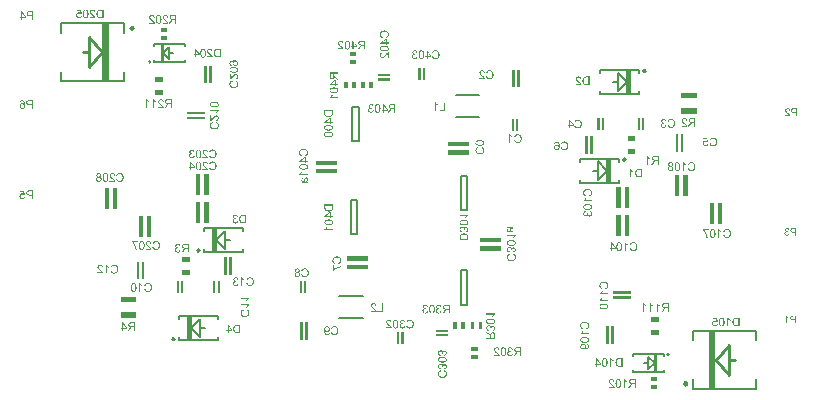
<source format=gbo>
G04*
G04 #@! TF.GenerationSoftware,Altium Limited,Altium Designer,19.1.7 (138)*
G04*
G04 Layer_Color=32896*
%FSLAX44Y44*%
%MOMM*%
G71*
G01*
G75*
%ADD10C,0.2000*%
%ADD11C,0.1500*%
%ADD12C,0.1270*%
%ADD63C,0.2540*%
%ADD64C,0.3000*%
%ADD65C,0.2032*%
G36*
X139148Y368018D02*
X133648D01*
Y371268D01*
X139148D01*
Y368018D01*
D02*
G37*
G36*
Y361268D02*
X133648D01*
Y364518D01*
X139148D01*
Y361268D01*
D02*
G37*
G36*
X299168Y347190D02*
X293668D01*
Y350440D01*
X299168D01*
Y347190D01*
D02*
G37*
G36*
Y340440D02*
X293668D01*
Y343690D01*
X299168D01*
Y340440D01*
D02*
G37*
G36*
X328088Y330184D02*
X318088D01*
Y331934D01*
X328088D01*
Y330184D01*
D02*
G37*
G36*
Y326434D02*
X318088D01*
Y328434D01*
X328088D01*
Y326434D01*
D02*
G37*
G36*
X135584Y325318D02*
X129084D01*
Y329318D01*
X135584D01*
Y325318D01*
D02*
G37*
G36*
X172482Y324224D02*
X170232D01*
Y339224D01*
X172482D01*
Y324224D01*
D02*
G37*
G36*
X176732Y339224D02*
X176732Y324224D01*
X174482Y324224D01*
X174482Y339224D01*
X176732Y339224D01*
D02*
G37*
G36*
X313610Y320084D02*
X310360D01*
Y325584D01*
X313610D01*
Y320084D01*
D02*
G37*
G36*
X306860D02*
X303610D01*
Y325584D01*
X306860D01*
Y320084D01*
D02*
G37*
G36*
X298878D02*
X295628D01*
Y325584D01*
X298878D01*
Y320084D01*
D02*
G37*
G36*
X292128D02*
X288878D01*
Y325584D01*
X292128D01*
Y320084D01*
D02*
G37*
G36*
X135584Y314318D02*
X129084D01*
Y318318D01*
X135584D01*
Y314318D01*
D02*
G37*
G36*
X171076Y298180D02*
X156076Y298180D01*
X156076Y300430D01*
X171076Y300430D01*
X171076Y298180D01*
D02*
G37*
G36*
Y293930D02*
X156076D01*
Y296180D01*
X171076D01*
Y293930D01*
D02*
G37*
G36*
X282562Y258488D02*
X282562Y254988D01*
X264812Y254988D01*
X264812Y258488D01*
X282562Y258488D01*
D02*
G37*
G36*
Y251488D02*
X282562Y247988D01*
X264812Y247988D01*
X264812Y251488D01*
X282562Y251488D01*
D02*
G37*
G36*
X174232Y247256D02*
X174232Y229506D01*
X170732Y229506D01*
X170732Y247256D01*
X174232Y247256D01*
D02*
G37*
G36*
X167232D02*
X167232Y229506D01*
X163732Y229506D01*
X163732Y247256D01*
X167232Y247256D01*
D02*
G37*
G36*
X96944Y236076D02*
X96944Y218326D01*
X93444Y218326D01*
X93444Y236076D01*
X96944Y236076D01*
D02*
G37*
G36*
X89944D02*
X89944Y218326D01*
X86444Y218326D01*
X86444Y236076D01*
X89944Y236076D01*
D02*
G37*
G36*
X174232Y223496D02*
X174232Y205746D01*
X170732Y205746D01*
X170732Y223496D01*
X174232Y223496D01*
D02*
G37*
G36*
X167232D02*
X167232Y205746D01*
X163732Y205746D01*
X163732Y223496D01*
X167232Y223496D01*
D02*
G37*
G36*
X125900Y211950D02*
X125900Y194200D01*
X122400Y194200D01*
X122400Y211950D01*
X125900Y211950D01*
D02*
G37*
G36*
X118900D02*
X118900Y194200D01*
X115400Y194200D01*
X115400Y211950D01*
X118900Y211950D01*
D02*
G37*
G36*
X309228Y177716D02*
X309228Y174216D01*
X291478Y174216D01*
X291478Y177716D01*
X309228Y177716D01*
D02*
G37*
G36*
X158190Y172918D02*
X151690D01*
Y176918D01*
X158190D01*
Y172918D01*
D02*
G37*
G36*
X309228Y170716D02*
X309228Y167216D01*
X291478Y167216D01*
X291478Y170716D01*
X309228Y170716D01*
D02*
G37*
G36*
X189754Y162172D02*
X187504D01*
Y177172D01*
X189754D01*
Y162172D01*
D02*
G37*
G36*
X194004Y177172D02*
X194004Y162172D01*
X191754Y162172D01*
X191754Y177172D01*
X194004Y177172D01*
D02*
G37*
G36*
X158190Y161918D02*
X151690D01*
Y165918D01*
X158190D01*
Y161918D01*
D02*
G37*
G36*
X119836Y158362D02*
X117586D01*
Y173362D01*
X119836D01*
Y158362D01*
D02*
G37*
G36*
X115586Y173362D02*
X115586Y158362D01*
X113336Y158362D01*
X113336Y173362D01*
X115586Y173362D01*
D02*
G37*
G36*
X183598Y147146D02*
X181848D01*
Y157146D01*
X183598D01*
Y147146D01*
D02*
G37*
G36*
X180098D02*
X178098D01*
Y157146D01*
X180098D01*
Y147146D01*
D02*
G37*
G36*
X257004Y146892D02*
X255004D01*
Y156892D01*
X257004D01*
Y146892D01*
D02*
G37*
G36*
X253254D02*
X251504D01*
Y156892D01*
X253254D01*
Y146892D01*
D02*
G37*
G36*
X152610D02*
X150860D01*
Y156892D01*
X152610D01*
Y146892D01*
D02*
G37*
G36*
X149110D02*
X147110D01*
Y156892D01*
X149110D01*
Y146892D01*
D02*
G37*
G36*
X113176Y138870D02*
X99676D01*
X99676Y143620D01*
X113176D01*
X113176Y138870D01*
D02*
G37*
G36*
X113176Y125620D02*
X99676D01*
Y130370D01*
X113176D01*
Y125620D01*
D02*
G37*
G36*
X258266Y107308D02*
X256016D01*
Y122308D01*
X258266D01*
Y107308D01*
D02*
G37*
G36*
X254016Y122308D02*
X254016Y107308D01*
X251766Y107308D01*
X251766Y122308D01*
X254016Y122308D01*
D02*
G37*
G36*
X339554Y103712D02*
X337554D01*
Y113712D01*
X339554D01*
Y103712D01*
D02*
G37*
G36*
X335804D02*
X334054D01*
Y113712D01*
X335804D01*
Y103712D01*
D02*
G37*
G36*
X357334Y327486D02*
X355584D01*
Y337486D01*
X357334D01*
Y327486D01*
D02*
G37*
G36*
X353834D02*
X351834D01*
Y337486D01*
X353834D01*
Y327486D01*
D02*
G37*
G36*
X433340Y320922D02*
X431090D01*
Y335922D01*
X433340D01*
Y320922D01*
D02*
G37*
G36*
X437590Y335922D02*
X437590Y320922D01*
X435340Y320922D01*
X435340Y335922D01*
X437590Y335922D01*
D02*
G37*
G36*
X587648Y311590D02*
X574148D01*
Y316340D01*
X587648D01*
Y311590D01*
D02*
G37*
G36*
Y298340D02*
X574148D01*
X574148Y303090D01*
X587648D01*
X587648Y298340D01*
D02*
G37*
G36*
X543008Y284560D02*
X541008D01*
Y294560D01*
X543008D01*
Y284560D01*
D02*
G37*
G36*
X539258D02*
X537508D01*
Y294560D01*
X539258D01*
Y284560D01*
D02*
G37*
G36*
X508972D02*
X506972D01*
Y294560D01*
X508972D01*
Y284560D01*
D02*
G37*
G36*
X505222D02*
X503472D01*
Y294560D01*
X505222D01*
Y284560D01*
D02*
G37*
G36*
X436582Y284306D02*
X434832D01*
Y294306D01*
X436582D01*
Y284306D01*
D02*
G37*
G36*
X433082D02*
X431082D01*
Y294306D01*
X433082D01*
Y284306D01*
D02*
G37*
G36*
X535634Y275788D02*
X529134D01*
Y279788D01*
X535634D01*
Y275788D01*
D02*
G37*
G36*
X395082Y274490D02*
X395082Y270990D01*
X377332Y270990D01*
X377332Y274490D01*
X395082Y274490D01*
D02*
G37*
G36*
X571857Y266058D02*
X569607D01*
Y281058D01*
X571857D01*
Y266058D01*
D02*
G37*
G36*
X576107Y281058D02*
X576107Y266058D01*
X573857Y266058D01*
X573857Y281058D01*
X576107Y281058D01*
D02*
G37*
G36*
X535634Y264788D02*
X529134D01*
Y268788D01*
X535634D01*
Y264788D01*
D02*
G37*
G36*
X499820Y264534D02*
X497570D01*
Y279534D01*
X499820D01*
Y264534D01*
D02*
G37*
G36*
X495570Y279534D02*
X495570Y264534D01*
X493320Y264534D01*
X493320Y279534D01*
X495570Y279534D01*
D02*
G37*
G36*
X395082Y267490D02*
X395082Y263990D01*
X377332Y263990D01*
X377332Y267490D01*
X395082Y267490D01*
D02*
G37*
G36*
X579798Y246998D02*
X579798Y229248D01*
X576298Y229248D01*
X576298Y246998D01*
X579798Y246998D01*
D02*
G37*
G36*
X572798D02*
X572798Y229248D01*
X569298Y229248D01*
X569298Y246998D01*
X572798Y246998D01*
D02*
G37*
G36*
X530014Y236332D02*
X530014Y218582D01*
X526514Y218582D01*
X526514Y236332D01*
X530014Y236332D01*
D02*
G37*
G36*
X523014D02*
X523014Y218582D01*
X519514Y218582D01*
X519514Y236332D01*
X523014Y236332D01*
D02*
G37*
G36*
X609262Y222872D02*
X609262Y205122D01*
X605762Y205122D01*
X605762Y222872D01*
X609262Y222872D01*
D02*
G37*
G36*
X602262D02*
X602262Y205122D01*
X598762Y205122D01*
X598762Y222872D01*
X602262Y222872D01*
D02*
G37*
G36*
X530014Y212456D02*
X530014Y194706D01*
X526514Y194706D01*
X526514Y212456D01*
X530014Y212456D01*
D02*
G37*
G36*
X523014D02*
X523014Y194706D01*
X519514Y194706D01*
X519514Y212456D01*
X523014Y212456D01*
D02*
G37*
G36*
X421750Y193210D02*
X421750Y189710D01*
X404000Y189710D01*
X404000Y193210D01*
X421750Y193210D01*
D02*
G37*
G36*
Y186210D02*
X421750Y182710D01*
X404000Y182710D01*
X404000Y186210D01*
X421750Y186210D01*
D02*
G37*
G36*
X531502Y146034D02*
X516502D01*
Y148284D01*
X531502D01*
Y146034D01*
D02*
G37*
G36*
X531502Y141784D02*
X516502Y141784D01*
X516502Y144034D01*
X531502Y144034D01*
X531502Y141784D01*
D02*
G37*
G36*
X555192Y122372D02*
X548692D01*
Y126372D01*
X555192D01*
Y122372D01*
D02*
G37*
G36*
X406066Y116376D02*
X402816D01*
Y121876D01*
X406066D01*
Y116376D01*
D02*
G37*
G36*
X399316D02*
X396066D01*
Y121876D01*
X399316D01*
Y116376D01*
D02*
G37*
G36*
X391334D02*
X388084D01*
Y121876D01*
X391334D01*
Y116376D01*
D02*
G37*
G36*
X384584D02*
X381334D01*
Y121876D01*
X384584D01*
Y116376D01*
D02*
G37*
G36*
X376856Y113780D02*
X366856D01*
Y115780D01*
X376856D01*
Y113780D01*
D02*
G37*
G36*
X555192Y111372D02*
X548692D01*
Y115372D01*
X555192D01*
Y111372D01*
D02*
G37*
G36*
X376856Y110280D02*
X366856D01*
Y112030D01*
X376856D01*
Y110280D01*
D02*
G37*
G36*
X517346Y103498D02*
X515096D01*
Y118498D01*
X517346D01*
Y103498D01*
D02*
G37*
G36*
X513096Y118498D02*
X513096Y103498D01*
X510846Y103498D01*
X510846Y118498D01*
X513096Y118498D01*
D02*
G37*
G36*
X402292Y97762D02*
X396792D01*
Y101012D01*
X402292D01*
Y97762D01*
D02*
G37*
G36*
Y91012D02*
X396792D01*
Y94262D01*
X402292D01*
Y91012D01*
D02*
G37*
G36*
X553930Y72108D02*
X548430D01*
Y75358D01*
X553930D01*
Y72108D01*
D02*
G37*
G36*
Y65358D02*
X548430D01*
Y68608D01*
X553930D01*
Y65358D01*
D02*
G37*
G36*
X283184Y177779D02*
X283553Y177737D01*
X283881Y177684D01*
X284039Y177642D01*
X284177Y177610D01*
X284304Y177578D01*
X284420Y177536D01*
X284526Y177504D01*
X284610Y177483D01*
X284673Y177451D01*
X284726Y177441D01*
X284758Y177420D01*
X284769D01*
X285086Y177261D01*
X285371Y177082D01*
X285614Y176891D01*
X285709Y176796D01*
X285804Y176712D01*
X285889Y176627D01*
X285963Y176543D01*
X286026Y176469D01*
X286068Y176405D01*
X286110Y176363D01*
X286142Y176321D01*
X286153Y176300D01*
X286163Y176289D01*
X286248Y176141D01*
X286322Y175993D01*
X286438Y175676D01*
X286523Y175359D01*
X286575Y175053D01*
X286597Y174905D01*
X286618Y174778D01*
X286628Y174662D01*
Y174567D01*
X286639Y174482D01*
Y174366D01*
X286628Y174155D01*
X286607Y173954D01*
X286586Y173764D01*
X286544Y173584D01*
X286491Y173415D01*
X286438Y173256D01*
X286385Y173109D01*
X286322Y172971D01*
X286269Y172855D01*
X286216Y172739D01*
X286163Y172654D01*
X286110Y172570D01*
X286068Y172517D01*
X286047Y172464D01*
X286026Y172443D01*
X286015Y172432D01*
X285889Y172284D01*
X285762Y172157D01*
X285614Y172041D01*
X285466Y171925D01*
X285170Y171735D01*
X284874Y171587D01*
X284737Y171524D01*
X284610Y171471D01*
X284494Y171429D01*
X284399Y171397D01*
X284314Y171365D01*
X284251Y171344D01*
X284209Y171333D01*
X284198D01*
X283955Y172306D01*
X284124Y172348D01*
X284282Y172401D01*
X284430Y172453D01*
X284568Y172506D01*
X284695Y172570D01*
X284800Y172633D01*
X284906Y172707D01*
X285001Y172770D01*
X285086Y172823D01*
X285149Y172887D01*
X285212Y172939D01*
X285265Y172982D01*
X285297Y173024D01*
X285329Y173056D01*
X285339Y173066D01*
X285350Y173077D01*
X285434Y173183D01*
X285498Y173299D01*
X285614Y173531D01*
X285698Y173753D01*
X285751Y173975D01*
X285793Y174165D01*
X285804Y174239D01*
Y174313D01*
X285815Y174377D01*
Y174450D01*
X285804Y174694D01*
X285762Y174926D01*
X285709Y175137D01*
X285646Y175327D01*
X285582Y175475D01*
X285550Y175539D01*
X285529Y175592D01*
X285508Y175634D01*
X285487Y175666D01*
X285476Y175687D01*
Y175697D01*
X285329Y175898D01*
X285170Y176067D01*
X284990Y176215D01*
X284821Y176331D01*
X284673Y176426D01*
X284547Y176490D01*
X284494Y176511D01*
X284462Y176532D01*
X284441Y176543D01*
X284430D01*
X284156Y176627D01*
X283881Y176691D01*
X283606Y176743D01*
X283353Y176775D01*
X283236Y176786D01*
X283131Y176796D01*
X283036D01*
X282962Y176807D01*
X282898D01*
X282845D01*
X282814D01*
X282803D01*
X282528Y176796D01*
X282275Y176775D01*
X282042Y176733D01*
X281831Y176691D01*
X281651Y176659D01*
X281577Y176638D01*
X281514Y176617D01*
X281461Y176606D01*
X281430Y176595D01*
X281408Y176585D01*
X281398D01*
X281155Y176479D01*
X280933Y176363D01*
X280753Y176236D01*
X280595Y176099D01*
X280468Y175983D01*
X280383Y175888D01*
X280331Y175814D01*
X280310Y175803D01*
Y175792D01*
X280172Y175571D01*
X280067Y175327D01*
X279993Y175095D01*
X279950Y174873D01*
X279919Y174672D01*
X279908Y174588D01*
Y174514D01*
X279897Y174461D01*
Y174377D01*
X279908Y174112D01*
X279950Y173869D01*
X280014Y173668D01*
X280077Y173489D01*
X280151Y173351D01*
X280204Y173246D01*
X280246Y173183D01*
X280267Y173161D01*
X280426Y172992D01*
X280605Y172834D01*
X280796Y172707D01*
X280986Y172601D01*
X281155Y172517D01*
X281239Y172485D01*
X281303Y172464D01*
X281356Y172443D01*
X281398Y172422D01*
X281419Y172411D01*
X281430D01*
X281208Y171460D01*
X281017Y171524D01*
X280848Y171587D01*
X280690Y171672D01*
X280531Y171745D01*
X280394Y171830D01*
X280267Y171925D01*
X280140Y172010D01*
X280035Y172094D01*
X279950Y172179D01*
X279866Y172253D01*
X279792Y172327D01*
X279739Y172379D01*
X279686Y172432D01*
X279654Y172474D01*
X279644Y172496D01*
X279633Y172506D01*
X279538Y172654D01*
X279443Y172802D01*
X279369Y172950D01*
X279306Y173109D01*
X279211Y173426D01*
X279147Y173711D01*
X279116Y173848D01*
X279105Y173964D01*
X279094Y174081D01*
X279084Y174176D01*
X279073Y174250D01*
Y174355D01*
X279094Y174704D01*
X279147Y175042D01*
X279211Y175338D01*
X279253Y175475D01*
X279295Y175602D01*
X279337Y175718D01*
X279380Y175824D01*
X279411Y175909D01*
X279443Y175993D01*
X279475Y176046D01*
X279496Y176088D01*
X279506Y176120D01*
X279517Y176131D01*
X279697Y176416D01*
X279908Y176659D01*
X280119Y176870D01*
X280331Y177050D01*
X280521Y177187D01*
X280605Y177240D01*
X280679Y177282D01*
X280732Y177325D01*
X280774Y177346D01*
X280806Y177356D01*
X280817Y177367D01*
X281144Y177515D01*
X281482Y177620D01*
X281821Y177694D01*
X282127Y177747D01*
X282264Y177768D01*
X282402Y177779D01*
X282507Y177789D01*
X282613D01*
X282687Y177800D01*
X282750D01*
X282793D01*
X282803D01*
X283184Y177779D01*
D02*
G37*
G36*
X280162Y166864D02*
X280468Y167117D01*
X280796Y167360D01*
X281113Y167572D01*
X281419Y167773D01*
X281556Y167857D01*
X281683Y167931D01*
X281799Y168005D01*
X281894Y168058D01*
X281979Y168100D01*
X282032Y168132D01*
X282074Y168153D01*
X282085Y168163D01*
X282507Y168375D01*
X282930Y168565D01*
X283332Y168724D01*
X283511Y168787D01*
X283691Y168850D01*
X283849Y168914D01*
X283997Y168956D01*
X284124Y168998D01*
X284230Y169030D01*
X284325Y169062D01*
X284388Y169083D01*
X284430Y169093D01*
X284441D01*
X284874Y169199D01*
X285086Y169241D01*
X285276Y169273D01*
X285455Y169305D01*
X285635Y169336D01*
X285783Y169357D01*
X285931Y169379D01*
X286058Y169389D01*
X286174Y169400D01*
X286280Y169410D01*
X286364D01*
X286427Y169421D01*
X286470D01*
X286501D01*
X286512D01*
Y168502D01*
X286110Y168470D01*
X285741Y168417D01*
X285403Y168364D01*
X285244Y168333D01*
X285096Y168301D01*
X284969Y168280D01*
X284853Y168248D01*
X284747Y168227D01*
X284663Y168206D01*
X284599Y168185D01*
X284547Y168174D01*
X284515Y168163D01*
X284504D01*
X284018Y168005D01*
X283564Y167836D01*
X283342Y167751D01*
X283131Y167667D01*
X282941Y167572D01*
X282750Y167487D01*
X282581Y167413D01*
X282433Y167339D01*
X282307Y167276D01*
X282190Y167223D01*
X282095Y167170D01*
X282032Y167139D01*
X281990Y167117D01*
X281979Y167107D01*
X281757Y166980D01*
X281535Y166853D01*
X281334Y166726D01*
X281144Y166600D01*
X280975Y166483D01*
X280806Y166367D01*
X280658Y166251D01*
X280531Y166156D01*
X280405Y166061D01*
X280299Y165976D01*
X280214Y165892D01*
X280140Y165828D01*
X280077Y165786D01*
X280035Y165744D01*
X280014Y165723D01*
X280003Y165712D01*
X279295D01*
Y170446D01*
X280162D01*
Y166864D01*
D02*
G37*
G36*
X404298Y276216D02*
X404467D01*
X404636Y276206D01*
X404784Y276185D01*
X404932Y276174D01*
X405059Y276163D01*
X405175Y276142D01*
X405281Y276132D01*
X405376Y276111D01*
X405450Y276100D01*
X405513Y276089D01*
X405566Y276079D01*
X405598Y276068D01*
X405619Y276058D01*
X405630D01*
X405862Y275994D01*
X406073Y275920D01*
X406253Y275836D01*
X406411Y275772D01*
X406549Y275699D01*
X406644Y275656D01*
X406697Y275614D01*
X406718Y275603D01*
X406876Y275487D01*
X407014Y275371D01*
X407130Y275244D01*
X407236Y275128D01*
X407309Y275022D01*
X407362Y274938D01*
X407394Y274885D01*
X407405Y274874D01*
Y274864D01*
X407489Y274695D01*
X407542Y274515D01*
X407584Y274346D01*
X407616Y274188D01*
X407637Y274050D01*
X407648Y273934D01*
Y273839D01*
X407626Y273554D01*
X407584Y273289D01*
X407510Y273067D01*
X407436Y272877D01*
X407352Y272719D01*
X407320Y272655D01*
X407278Y272603D01*
X407257Y272560D01*
X407236Y272529D01*
X407214Y272518D01*
Y272507D01*
X407045Y272317D01*
X406845Y272159D01*
X406644Y272021D01*
X406454Y271916D01*
X406274Y271831D01*
X406200Y271789D01*
X406126Y271768D01*
X406073Y271747D01*
X406031Y271726D01*
X406010Y271715D01*
X405999D01*
X405841Y271673D01*
X405682Y271630D01*
X405334Y271567D01*
X404985Y271514D01*
X404657Y271483D01*
X404499Y271472D01*
X404361Y271461D01*
X404235D01*
X404118Y271451D01*
X404034D01*
X403960D01*
X403918D01*
X403907D01*
X403537Y271461D01*
X403189Y271483D01*
X402872Y271514D01*
X402576Y271567D01*
X402301Y271620D01*
X402058Y271683D01*
X401836Y271747D01*
X401646Y271810D01*
X401477Y271873D01*
X401329Y271947D01*
X401202Y272000D01*
X401107Y272053D01*
X401022Y272106D01*
X400970Y272138D01*
X400938Y272159D01*
X400927Y272169D01*
X400801Y272286D01*
X400684Y272412D01*
X400579Y272550D01*
X400494Y272687D01*
X400420Y272824D01*
X400357Y272962D01*
X400315Y273099D01*
X400272Y273226D01*
X400241Y273353D01*
X400219Y273469D01*
X400198Y273575D01*
X400188Y273659D01*
X400177Y273733D01*
Y273839D01*
X400198Y274124D01*
X400241Y274388D01*
X400315Y274610D01*
X400388Y274800D01*
X400462Y274959D01*
X400505Y275012D01*
X400536Y275065D01*
X400558Y275107D01*
X400579Y275138D01*
X400600Y275149D01*
Y275160D01*
X400779Y275350D01*
X400970Y275508D01*
X401181Y275646D01*
X401371Y275751D01*
X401551Y275836D01*
X401625Y275878D01*
X401699Y275899D01*
X401752Y275920D01*
X401794Y275942D01*
X401815Y275952D01*
X401826D01*
X401984Y276005D01*
X402143Y276047D01*
X402481Y276111D01*
X402829Y276163D01*
X403167Y276195D01*
X403315Y276206D01*
X403453Y276216D01*
X403580D01*
X403696Y276227D01*
X403780D01*
X403854D01*
X403897D01*
X403907D01*
X404108D01*
X404298Y276216D01*
D02*
G37*
G36*
X402861Y269655D02*
X402692Y269612D01*
X402533Y269559D01*
X402386Y269507D01*
X402248Y269454D01*
X402121Y269390D01*
X402016Y269327D01*
X401910Y269253D01*
X401815Y269190D01*
X401730Y269137D01*
X401667Y269073D01*
X401604Y269021D01*
X401551Y268978D01*
X401519Y268936D01*
X401487Y268904D01*
X401477Y268894D01*
X401466Y268883D01*
X401382Y268778D01*
X401318Y268661D01*
X401202Y268429D01*
X401118Y268207D01*
X401065Y267985D01*
X401022Y267795D01*
X401012Y267721D01*
Y267647D01*
X401001Y267584D01*
Y267509D01*
X401012Y267267D01*
X401054Y267034D01*
X401107Y266823D01*
X401170Y266632D01*
X401234Y266485D01*
X401265Y266421D01*
X401287Y266368D01*
X401308Y266326D01*
X401329Y266294D01*
X401339Y266273D01*
Y266263D01*
X401487Y266062D01*
X401646Y265893D01*
X401826Y265745D01*
X401995Y265629D01*
X402143Y265534D01*
X402269Y265470D01*
X402322Y265449D01*
X402354Y265428D01*
X402375Y265417D01*
X402386D01*
X402660Y265333D01*
X402935Y265270D01*
X403210Y265217D01*
X403463Y265185D01*
X403580Y265174D01*
X403685Y265164D01*
X403780D01*
X403854Y265153D01*
X403918D01*
X403970D01*
X404002D01*
X404013D01*
X404287Y265164D01*
X404541Y265185D01*
X404774Y265227D01*
X404985Y265270D01*
X405164Y265301D01*
X405238Y265322D01*
X405302Y265343D01*
X405355Y265354D01*
X405386Y265365D01*
X405408Y265375D01*
X405418D01*
X405661Y265481D01*
X405883Y265597D01*
X406063Y265724D01*
X406221Y265861D01*
X406348Y265977D01*
X406432Y266073D01*
X406485Y266147D01*
X406507Y266157D01*
Y266168D01*
X406644Y266390D01*
X406749Y266632D01*
X406824Y266865D01*
X406866Y267087D01*
X406897Y267288D01*
X406908Y267372D01*
Y267446D01*
X406919Y267499D01*
Y267584D01*
X406908Y267848D01*
X406866Y268091D01*
X406802Y268291D01*
X406739Y268471D01*
X406665Y268608D01*
X406612Y268714D01*
X406570Y268778D01*
X406549Y268799D01*
X406390Y268968D01*
X406211Y269126D01*
X406020Y269253D01*
X405830Y269359D01*
X405661Y269443D01*
X405577Y269475D01*
X405513Y269496D01*
X405460Y269517D01*
X405418Y269538D01*
X405397Y269549D01*
X405386D01*
X405608Y270500D01*
X405798Y270436D01*
X405968Y270373D01*
X406126Y270289D01*
X406285Y270215D01*
X406422Y270130D01*
X406549Y270035D01*
X406675Y269950D01*
X406781Y269866D01*
X406866Y269781D01*
X406950Y269707D01*
X407024Y269633D01*
X407077Y269581D01*
X407130Y269528D01*
X407162Y269485D01*
X407172Y269464D01*
X407183Y269454D01*
X407278Y269306D01*
X407373Y269158D01*
X407447Y269010D01*
X407510Y268852D01*
X407605Y268535D01*
X407669Y268249D01*
X407701Y268112D01*
X407711Y267996D01*
X407722Y267879D01*
X407732Y267784D01*
X407743Y267710D01*
Y267605D01*
X407722Y267256D01*
X407669Y266918D01*
X407605Y266622D01*
X407563Y266485D01*
X407521Y266358D01*
X407479Y266242D01*
X407436Y266136D01*
X407405Y266051D01*
X407373Y265967D01*
X407341Y265914D01*
X407320Y265872D01*
X407309Y265840D01*
X407299Y265830D01*
X407119Y265544D01*
X406908Y265301D01*
X406697Y265090D01*
X406485Y264910D01*
X406295Y264773D01*
X406211Y264720D01*
X406137Y264678D01*
X406084Y264636D01*
X406042Y264614D01*
X406010Y264604D01*
X405999Y264593D01*
X405672Y264445D01*
X405334Y264340D01*
X404995Y264266D01*
X404689Y264213D01*
X404552Y264192D01*
X404414Y264181D01*
X404309Y264171D01*
X404203D01*
X404129Y264160D01*
X404066D01*
X404023D01*
X404013D01*
X403632Y264181D01*
X403263Y264223D01*
X402935Y264276D01*
X402776Y264319D01*
X402639Y264350D01*
X402512Y264382D01*
X402396Y264424D01*
X402290Y264456D01*
X402206Y264477D01*
X402143Y264509D01*
X402090Y264519D01*
X402058Y264540D01*
X402048D01*
X401730Y264699D01*
X401445Y264879D01*
X401202Y265069D01*
X401107Y265164D01*
X401012Y265248D01*
X400927Y265333D01*
X400854Y265417D01*
X400790Y265491D01*
X400748Y265555D01*
X400705Y265597D01*
X400674Y265639D01*
X400663Y265660D01*
X400653Y265671D01*
X400568Y265819D01*
X400494Y265967D01*
X400378Y266284D01*
X400293Y266601D01*
X400241Y266907D01*
X400219Y267055D01*
X400198Y267182D01*
X400188Y267298D01*
Y267393D01*
X400177Y267478D01*
Y267594D01*
X400188Y267805D01*
X400209Y268006D01*
X400230Y268196D01*
X400272Y268376D01*
X400325Y268545D01*
X400378Y268704D01*
X400431Y268852D01*
X400494Y268989D01*
X400547Y269105D01*
X400600Y269221D01*
X400653Y269306D01*
X400705Y269390D01*
X400748Y269443D01*
X400769Y269496D01*
X400790Y269517D01*
X400801Y269528D01*
X400927Y269676D01*
X401054Y269802D01*
X401202Y269919D01*
X401350Y270035D01*
X401646Y270225D01*
X401942Y270373D01*
X402079Y270436D01*
X402206Y270489D01*
X402322Y270532D01*
X402417Y270563D01*
X402502Y270595D01*
X402565Y270616D01*
X402607Y270627D01*
X402618D01*
X402861Y269655D01*
D02*
G37*
G36*
X554191Y137974D02*
X554307Y137805D01*
X554444Y137636D01*
X554571Y137488D01*
X554698Y137361D01*
X554793Y137255D01*
X554835Y137224D01*
X554867Y137192D01*
X554877Y137182D01*
X554888Y137171D01*
X555110Y136991D01*
X555332Y136822D01*
X555543Y136674D01*
X555754Y136558D01*
X555934Y136453D01*
X556008Y136410D01*
X556071Y136378D01*
X556124Y136347D01*
X556166Y136336D01*
X556188Y136315D01*
X556198D01*
Y135449D01*
X556040Y135512D01*
X555881Y135586D01*
X555723Y135660D01*
X555575Y135734D01*
X555448Y135797D01*
X555342Y135850D01*
X555279Y135892D01*
X555268Y135903D01*
X555258D01*
X555068Y136019D01*
X554899Y136136D01*
X554751Y136241D01*
X554634Y136336D01*
X554529Y136410D01*
X554465Y136474D01*
X554412Y136516D01*
X554402Y136526D01*
Y130810D01*
X553504D01*
Y138154D01*
X554085D01*
X554191Y137974D01*
D02*
G37*
G36*
X548506D02*
X548622Y137805D01*
X548759Y137636D01*
X548886Y137488D01*
X549013Y137361D01*
X549108Y137255D01*
X549150Y137224D01*
X549182Y137192D01*
X549193Y137182D01*
X549203Y137171D01*
X549425Y136991D01*
X549647Y136822D01*
X549858Y136674D01*
X550070Y136558D01*
X550249Y136453D01*
X550323Y136410D01*
X550387Y136378D01*
X550439Y136347D01*
X550482Y136336D01*
X550503Y136315D01*
X550513D01*
Y135449D01*
X550355Y135512D01*
X550196Y135586D01*
X550038Y135660D01*
X549890Y135734D01*
X549763Y135797D01*
X549658Y135850D01*
X549594Y135892D01*
X549584Y135903D01*
X549573D01*
X549383Y136019D01*
X549214Y136136D01*
X549066Y136241D01*
X548950Y136336D01*
X548844Y136410D01*
X548781Y136474D01*
X548728Y136516D01*
X548717Y136526D01*
Y130810D01*
X547819D01*
Y138154D01*
X548400D01*
X548506Y137974D01*
D02*
G37*
G36*
X542821D02*
X542937Y137805D01*
X543075Y137636D01*
X543202Y137488D01*
X543328Y137361D01*
X543423Y137255D01*
X543466Y137224D01*
X543497Y137192D01*
X543508Y137182D01*
X543518Y137171D01*
X543740Y136991D01*
X543962Y136822D01*
X544174Y136674D01*
X544385Y136558D01*
X544565Y136453D01*
X544639Y136410D01*
X544702Y136378D01*
X544755Y136347D01*
X544797Y136336D01*
X544818Y136315D01*
X544829D01*
Y135449D01*
X544670Y135512D01*
X544512Y135586D01*
X544353Y135660D01*
X544205Y135734D01*
X544079Y135797D01*
X543973Y135850D01*
X543909Y135892D01*
X543899Y135903D01*
X543888D01*
X543698Y136019D01*
X543529Y136136D01*
X543381Y136241D01*
X543265Y136336D01*
X543159Y136410D01*
X543096Y136474D01*
X543043Y136516D01*
X543032Y136526D01*
Y130810D01*
X542134D01*
Y138154D01*
X542715D01*
X542821Y137974D01*
D02*
G37*
G36*
X563880Y130810D02*
X562908D01*
Y134054D01*
X561661D01*
X561545Y134043D01*
X561460D01*
X561386Y134033D01*
X561334Y134022D01*
X561291D01*
X561270Y134012D01*
X561259D01*
X561091Y133959D01*
X561017Y133927D01*
X560953Y133895D01*
X560890Y133864D01*
X560847Y133843D01*
X560826Y133832D01*
X560816Y133821D01*
X560731Y133758D01*
X560647Y133684D01*
X560488Y133526D01*
X560414Y133452D01*
X560361Y133388D01*
X560330Y133346D01*
X560319Y133335D01*
X560214Y133187D01*
X560097Y133029D01*
X559981Y132860D01*
X559865Y132701D01*
X559770Y132554D01*
X559696Y132437D01*
X559664Y132395D01*
X559643Y132363D01*
X559622Y132342D01*
Y132332D01*
X558660Y130810D01*
X557456D01*
X558713Y132796D01*
X558861Y133008D01*
X558998Y133198D01*
X559136Y133357D01*
X559252Y133504D01*
X559358Y133610D01*
X559442Y133695D01*
X559495Y133748D01*
X559516Y133769D01*
X559601Y133832D01*
X559696Y133906D01*
X559886Y134022D01*
X559970Y134065D01*
X560034Y134107D01*
X560076Y134128D01*
X560097Y134138D01*
X559907Y134170D01*
X559727Y134202D01*
X559569Y134255D01*
X559410Y134297D01*
X559273Y134350D01*
X559146Y134413D01*
X559030Y134466D01*
X558924Y134519D01*
X558840Y134582D01*
X558755Y134635D01*
X558692Y134677D01*
X558639Y134720D01*
X558597Y134751D01*
X558565Y134783D01*
X558554Y134794D01*
X558544Y134804D01*
X558459Y134910D01*
X558375Y135015D01*
X558248Y135237D01*
X558164Y135459D01*
X558100Y135670D01*
X558058Y135850D01*
X558047Y135924D01*
Y135998D01*
X558037Y136051D01*
Y136093D01*
Y136114D01*
Y136125D01*
X558047Y136347D01*
X558079Y136548D01*
X558132Y136738D01*
X558185Y136896D01*
X558248Y137034D01*
X558290Y137139D01*
X558333Y137203D01*
X558343Y137213D01*
Y137224D01*
X558470Y137393D01*
X558597Y137541D01*
X558734Y137668D01*
X558861Y137763D01*
X558977Y137837D01*
X559072Y137879D01*
X559136Y137911D01*
X559146Y137921D01*
X559157D01*
X559252Y137953D01*
X559368Y137985D01*
X559601Y138037D01*
X559854Y138069D01*
X560087Y138101D01*
X560309Y138111D01*
X560404D01*
X560488Y138122D01*
X563880D01*
Y130810D01*
D02*
G37*
G36*
X663447Y127530D02*
X663550Y127380D01*
X663672Y127229D01*
X663785Y127098D01*
X663898Y126985D01*
X663982Y126891D01*
X664020Y126863D01*
X664048Y126834D01*
X664058Y126825D01*
X664067Y126816D01*
X664264Y126656D01*
X664462Y126505D01*
X664650Y126374D01*
X664838Y126271D01*
X664997Y126177D01*
X665063Y126139D01*
X665120Y126111D01*
X665167Y126083D01*
X665204Y126073D01*
X665223Y126054D01*
X665232D01*
Y125284D01*
X665091Y125340D01*
X664950Y125406D01*
X664809Y125472D01*
X664678Y125538D01*
X664565Y125594D01*
X664471Y125641D01*
X664415Y125678D01*
X664405Y125688D01*
X664396D01*
X664227Y125791D01*
X664076Y125895D01*
X663945Y125989D01*
X663841Y126073D01*
X663747Y126139D01*
X663691Y126195D01*
X663644Y126233D01*
X663635Y126242D01*
Y121158D01*
X662836D01*
Y127690D01*
X663353D01*
X663447Y127530D01*
D02*
G37*
G36*
X671576Y121158D02*
X670711D01*
Y123799D01*
X669048D01*
X668804Y123808D01*
X668569Y123827D01*
X668362Y123855D01*
X668174Y123893D01*
X667995Y123930D01*
X667845Y123977D01*
X667704Y124034D01*
X667582Y124090D01*
X667478Y124137D01*
X667384Y124194D01*
X667309Y124241D01*
X667253Y124288D01*
X667206Y124316D01*
X667178Y124344D01*
X667159Y124363D01*
X667150Y124372D01*
X667056Y124485D01*
X666971Y124598D01*
X666905Y124710D01*
X666839Y124833D01*
X666783Y124955D01*
X666745Y125068D01*
X666680Y125284D01*
X666661Y125387D01*
X666642Y125481D01*
X666633Y125566D01*
X666623Y125631D01*
X666614Y125697D01*
Y125735D01*
Y125763D01*
Y125772D01*
X666623Y125951D01*
X666642Y126120D01*
X666680Y126271D01*
X666708Y126402D01*
X666745Y126515D01*
X666783Y126599D01*
X666802Y126646D01*
X666811Y126665D01*
X666886Y126806D01*
X666980Y126928D01*
X667065Y127041D01*
X667150Y127126D01*
X667225Y127191D01*
X667281Y127248D01*
X667319Y127276D01*
X667337Y127285D01*
X667460Y127361D01*
X667601Y127427D01*
X667732Y127483D01*
X667854Y127530D01*
X667967Y127558D01*
X668052Y127577D01*
X668118Y127596D01*
X668136D01*
X668277Y127614D01*
X668437Y127633D01*
X668606Y127643D01*
X668766Y127652D01*
X668907Y127661D01*
X671576D01*
Y121158D01*
D02*
G37*
G36*
X312135Y306789D02*
X312420Y306736D01*
X312663Y306651D01*
X312875Y306567D01*
X312970Y306514D01*
X313044Y306472D01*
X313118Y306429D01*
X313171Y306387D01*
X313213Y306355D01*
X313245Y306334D01*
X313266Y306324D01*
X313276Y306313D01*
X313477Y306112D01*
X313636Y305890D01*
X313762Y305658D01*
X313868Y305425D01*
X313931Y305225D01*
X313963Y305140D01*
X313984Y305066D01*
X313995Y305003D01*
X314005Y304960D01*
X314016Y304929D01*
Y304918D01*
X313118Y304760D01*
X313076Y304992D01*
X313012Y305193D01*
X312938Y305362D01*
X312864Y305499D01*
X312790Y305605D01*
X312727Y305679D01*
X312685Y305732D01*
X312674Y305742D01*
X312537Y305848D01*
X312389Y305933D01*
X312251Y305986D01*
X312114Y306028D01*
X311987Y306049D01*
X311892Y306070D01*
X311808D01*
X311617Y306059D01*
X311448Y306017D01*
X311300Y305964D01*
X311174Y305912D01*
X311078Y305848D01*
X311005Y305795D01*
X310952Y305753D01*
X310941Y305742D01*
X310825Y305616D01*
X310740Y305478D01*
X310688Y305341D01*
X310645Y305214D01*
X310624Y305098D01*
X310603Y305013D01*
Y304950D01*
Y304939D01*
Y304929D01*
Y304813D01*
X310624Y304707D01*
X310677Y304527D01*
X310751Y304369D01*
X310835Y304231D01*
X310920Y304136D01*
X310994Y304062D01*
X311047Y304020D01*
X311057Y304010D01*
X311068D01*
X311248Y303915D01*
X311417Y303841D01*
X311596Y303788D01*
X311755Y303756D01*
X311892Y303735D01*
X312008Y303714D01*
X312146D01*
X312188Y303724D01*
X312241D01*
X312346Y302932D01*
X312209Y302964D01*
X312082Y302985D01*
X311977Y303006D01*
X311882Y303016D01*
X311808Y303027D01*
X311712D01*
X311491Y303006D01*
X311290Y302964D01*
X311110Y302900D01*
X310962Y302826D01*
X310846Y302752D01*
X310762Y302689D01*
X310709Y302647D01*
X310688Y302625D01*
X310550Y302467D01*
X310445Y302298D01*
X310371Y302129D01*
X310328Y301960D01*
X310297Y301822D01*
X310286Y301706D01*
X310275Y301664D01*
Y301632D01*
Y301611D01*
Y301600D01*
X310297Y301368D01*
X310349Y301157D01*
X310413Y300977D01*
X310497Y300819D01*
X310582Y300692D01*
X310645Y300597D01*
X310698Y300533D01*
X310719Y300512D01*
X310888Y300364D01*
X311068Y300259D01*
X311248Y300184D01*
X311417Y300132D01*
X311565Y300100D01*
X311681Y300089D01*
X311723Y300079D01*
X311786D01*
X311977Y300089D01*
X312156Y300132D01*
X312315Y300184D01*
X312442Y300248D01*
X312547Y300301D01*
X312632Y300354D01*
X312674Y300396D01*
X312695Y300406D01*
X312822Y300554D01*
X312928Y300723D01*
X313023Y300903D01*
X313097Y301093D01*
X313150Y301252D01*
X313171Y301326D01*
X313181Y301389D01*
X313192Y301442D01*
X313202Y301484D01*
X313213Y301505D01*
Y301516D01*
X314111Y301400D01*
X314090Y301231D01*
X314058Y301072D01*
X313963Y300776D01*
X313847Y300523D01*
X313783Y300417D01*
X313720Y300311D01*
X313657Y300216D01*
X313593Y300142D01*
X313540Y300068D01*
X313488Y300016D01*
X313456Y299973D01*
X313424Y299942D01*
X313403Y299920D01*
X313393Y299910D01*
X313266Y299815D01*
X313139Y299720D01*
X313012Y299646D01*
X312875Y299582D01*
X312611Y299477D01*
X312357Y299413D01*
X312241Y299392D01*
X312135Y299371D01*
X312040Y299360D01*
X311956Y299350D01*
X311892Y299339D01*
X311797D01*
X311596Y299350D01*
X311417Y299371D01*
X311237Y299403D01*
X311068Y299445D01*
X310909Y299498D01*
X310772Y299550D01*
X310635Y299614D01*
X310518Y299677D01*
X310402Y299730D01*
X310307Y299794D01*
X310223Y299846D01*
X310159Y299899D01*
X310106Y299942D01*
X310064Y299973D01*
X310043Y299994D01*
X310032Y300005D01*
X309906Y300132D01*
X309800Y300269D01*
X309705Y300406D01*
X309620Y300544D01*
X309557Y300671D01*
X309494Y300808D01*
X309409Y301061D01*
X309388Y301178D01*
X309367Y301283D01*
X309346Y301378D01*
X309335Y301463D01*
X309324Y301526D01*
Y301579D01*
Y301611D01*
Y301621D01*
X309335Y301875D01*
X309377Y302108D01*
X309441Y302308D01*
X309504Y302477D01*
X309568Y302615D01*
X309631Y302721D01*
X309673Y302784D01*
X309684Y302805D01*
X309832Y302964D01*
X309990Y303101D01*
X310159Y303207D01*
X310328Y303291D01*
X310476Y303354D01*
X310592Y303397D01*
X310635Y303407D01*
X310666Y303418D01*
X310688Y303428D01*
X310698D01*
X310518Y303524D01*
X310371Y303619D01*
X310244Y303724D01*
X310138Y303819D01*
X310054Y303904D01*
X309990Y303978D01*
X309958Y304020D01*
X309948Y304041D01*
X309863Y304189D01*
X309800Y304337D01*
X309747Y304485D01*
X309715Y304622D01*
X309694Y304739D01*
X309684Y304823D01*
Y304887D01*
Y304908D01*
X309694Y305087D01*
X309726Y305267D01*
X309768Y305425D01*
X309821Y305563D01*
X309874Y305679D01*
X309916Y305774D01*
X309948Y305827D01*
X309958Y305848D01*
X310064Y306007D01*
X310191Y306144D01*
X310318Y306260D01*
X310445Y306366D01*
X310550Y306440D01*
X310645Y306503D01*
X310709Y306535D01*
X310719Y306546D01*
X310730D01*
X310920Y306630D01*
X311110Y306693D01*
X311300Y306746D01*
X311469Y306778D01*
X311607Y306799D01*
X311723Y306810D01*
X311987D01*
X312135Y306789D01*
D02*
G37*
G36*
X332486Y299466D02*
X331514D01*
Y302710D01*
X330267D01*
X330151Y302699D01*
X330066D01*
X329992Y302689D01*
X329939Y302678D01*
X329897D01*
X329876Y302668D01*
X329865D01*
X329697Y302615D01*
X329622Y302583D01*
X329559Y302551D01*
X329496Y302520D01*
X329453Y302499D01*
X329432Y302488D01*
X329422Y302477D01*
X329337Y302414D01*
X329253Y302340D01*
X329094Y302182D01*
X329020Y302108D01*
X328967Y302044D01*
X328936Y302002D01*
X328925Y301991D01*
X328820Y301843D01*
X328703Y301685D01*
X328587Y301516D01*
X328471Y301357D01*
X328376Y301210D01*
X328302Y301093D01*
X328270Y301051D01*
X328249Y301019D01*
X328228Y300998D01*
Y300988D01*
X327266Y299466D01*
X326062D01*
X327319Y301453D01*
X327467Y301664D01*
X327604Y301854D01*
X327742Y302013D01*
X327858Y302160D01*
X327964Y302266D01*
X328048Y302351D01*
X328101Y302404D01*
X328122Y302425D01*
X328207Y302488D01*
X328302Y302562D01*
X328492Y302678D01*
X328576Y302721D01*
X328640Y302763D01*
X328682Y302784D01*
X328703Y302794D01*
X328513Y302826D01*
X328333Y302858D01*
X328175Y302911D01*
X328016Y302953D01*
X327879Y303006D01*
X327752Y303069D01*
X327636Y303122D01*
X327530Y303175D01*
X327446Y303238D01*
X327361Y303291D01*
X327298Y303333D01*
X327245Y303376D01*
X327203Y303407D01*
X327171Y303439D01*
X327160Y303449D01*
X327150Y303460D01*
X327065Y303566D01*
X326981Y303671D01*
X326854Y303893D01*
X326770Y304115D01*
X326706Y304326D01*
X326664Y304506D01*
X326653Y304580D01*
Y304654D01*
X326643Y304707D01*
Y304749D01*
Y304770D01*
Y304781D01*
X326653Y305003D01*
X326685Y305204D01*
X326738Y305394D01*
X326791Y305552D01*
X326854Y305690D01*
X326896Y305795D01*
X326939Y305859D01*
X326949Y305869D01*
Y305880D01*
X327076Y306049D01*
X327203Y306197D01*
X327340Y306324D01*
X327467Y306419D01*
X327583Y306493D01*
X327678Y306535D01*
X327742Y306567D01*
X327752Y306577D01*
X327763D01*
X327858Y306609D01*
X327974Y306641D01*
X328207Y306693D01*
X328460Y306725D01*
X328693Y306757D01*
X328915Y306767D01*
X329010D01*
X329094Y306778D01*
X332486D01*
Y299466D01*
D02*
G37*
G36*
X325798Y302044D02*
Y301220D01*
X322617D01*
Y299466D01*
X321719D01*
Y301220D01*
X320726D01*
Y302044D01*
X321719D01*
Y306778D01*
X322448D01*
X325798Y302044D01*
D02*
G37*
G36*
X317704Y306789D02*
X317968Y306746D01*
X318190Y306672D01*
X318380Y306598D01*
X318538Y306514D01*
X318602Y306482D01*
X318655Y306440D01*
X318697Y306419D01*
X318729Y306398D01*
X318739Y306376D01*
X318750D01*
X318940Y306207D01*
X319098Y306007D01*
X319236Y305806D01*
X319341Y305616D01*
X319426Y305436D01*
X319468Y305362D01*
X319489Y305288D01*
X319510Y305235D01*
X319532Y305193D01*
X319542Y305172D01*
Y305161D01*
X319584Y305003D01*
X319627Y304844D01*
X319690Y304496D01*
X319743Y304147D01*
X319775Y303819D01*
X319785Y303661D01*
X319796Y303524D01*
Y303397D01*
X319806Y303281D01*
Y303196D01*
Y303122D01*
Y303080D01*
Y303069D01*
X319796Y302699D01*
X319775Y302351D01*
X319743Y302034D01*
X319690Y301738D01*
X319637Y301463D01*
X319574Y301220D01*
X319510Y300998D01*
X319447Y300808D01*
X319384Y300639D01*
X319310Y300491D01*
X319257Y300364D01*
X319204Y300269D01*
X319151Y300184D01*
X319119Y300132D01*
X319098Y300100D01*
X319088Y300089D01*
X318972Y299963D01*
X318845Y299846D01*
X318707Y299741D01*
X318570Y299656D01*
X318433Y299582D01*
X318295Y299519D01*
X318158Y299477D01*
X318031Y299434D01*
X317904Y299403D01*
X317788Y299382D01*
X317682Y299360D01*
X317598Y299350D01*
X317524Y299339D01*
X317418D01*
X317133Y299360D01*
X316869Y299403D01*
X316647Y299477D01*
X316457Y299550D01*
X316298Y299625D01*
X316245Y299667D01*
X316193Y299699D01*
X316150Y299720D01*
X316119Y299741D01*
X316108Y299762D01*
X316098D01*
X315907Y299942D01*
X315749Y300132D01*
X315611Y300343D01*
X315506Y300533D01*
X315421Y300713D01*
X315379Y300787D01*
X315358Y300861D01*
X315337Y300914D01*
X315316Y300956D01*
X315305Y300977D01*
Y300988D01*
X315252Y301146D01*
X315210Y301305D01*
X315147Y301643D01*
X315094Y301991D01*
X315062Y302330D01*
X315051Y302477D01*
X315041Y302615D01*
Y302742D01*
X315030Y302858D01*
Y302942D01*
Y303016D01*
Y303059D01*
Y303069D01*
Y303270D01*
X315041Y303460D01*
Y303629D01*
X315051Y303798D01*
X315073Y303946D01*
X315083Y304094D01*
X315094Y304221D01*
X315115Y304337D01*
X315125Y304443D01*
X315147Y304538D01*
X315157Y304612D01*
X315168Y304675D01*
X315178Y304728D01*
X315189Y304760D01*
X315199Y304781D01*
Y304792D01*
X315263Y305024D01*
X315337Y305235D01*
X315421Y305415D01*
X315485Y305573D01*
X315559Y305711D01*
X315601Y305806D01*
X315643Y305859D01*
X315654Y305880D01*
X315770Y306038D01*
X315886Y306176D01*
X316013Y306292D01*
X316129Y306398D01*
X316235Y306472D01*
X316319Y306524D01*
X316372Y306556D01*
X316383Y306567D01*
X316393D01*
X316562Y306651D01*
X316742Y306704D01*
X316911Y306746D01*
X317070Y306778D01*
X317207Y306799D01*
X317323Y306810D01*
X317418D01*
X317704Y306789D01*
D02*
G37*
G36*
X286238Y360393D02*
X286418Y360382D01*
X286587Y360351D01*
X286745Y360319D01*
X286893Y360277D01*
X287031Y360235D01*
X287157Y360182D01*
X287274Y360129D01*
X287379Y360076D01*
X287464Y360023D01*
X287538Y359981D01*
X287601Y359939D01*
X287654Y359907D01*
X287686Y359875D01*
X287707Y359865D01*
X287717Y359854D01*
X287823Y359748D01*
X287918Y359632D01*
X288013Y359506D01*
X288087Y359379D01*
X288214Y359125D01*
X288298Y358871D01*
X288330Y358755D01*
X288362Y358639D01*
X288383Y358544D01*
X288404Y358459D01*
X288415Y358386D01*
Y358333D01*
X288425Y358301D01*
Y358290D01*
X287506Y358195D01*
X287485Y358438D01*
X287443Y358650D01*
X287379Y358840D01*
X287305Y358988D01*
X287242Y359114D01*
X287178Y359199D01*
X287136Y359252D01*
X287115Y359273D01*
X286957Y359400D01*
X286787Y359495D01*
X286608Y359569D01*
X286449Y359611D01*
X286301Y359643D01*
X286175Y359653D01*
X286132Y359664D01*
X286069D01*
X285847Y359653D01*
X285646Y359611D01*
X285477Y359548D01*
X285329Y359484D01*
X285213Y359410D01*
X285139Y359358D01*
X285086Y359315D01*
X285065Y359294D01*
X284938Y359146D01*
X284843Y358998D01*
X284769Y358850D01*
X284727Y358703D01*
X284695Y358586D01*
X284685Y358481D01*
X284674Y358417D01*
Y358407D01*
Y358396D01*
X284695Y358206D01*
X284738Y358005D01*
X284812Y357825D01*
X284886Y357656D01*
X284970Y357519D01*
X285044Y357403D01*
X285065Y357360D01*
X285086Y357329D01*
X285107Y357318D01*
Y357308D01*
X285192Y357192D01*
X285298Y357075D01*
X285414Y356948D01*
X285541Y356822D01*
X285805Y356568D01*
X286069Y356315D01*
X286206Y356198D01*
X286323Y356093D01*
X286439Y355998D01*
X286534Y355913D01*
X286608Y355849D01*
X286671Y355797D01*
X286714Y355765D01*
X286724Y355754D01*
X286988Y355532D01*
X287231Y355321D01*
X287432Y355131D01*
X287591Y354972D01*
X287728Y354835D01*
X287823Y354740D01*
X287876Y354677D01*
X287897Y354666D01*
Y354655D01*
X288045Y354476D01*
X288161Y354307D01*
X288267Y354138D01*
X288351Y353990D01*
X288415Y353863D01*
X288457Y353768D01*
X288478Y353705D01*
X288489Y353694D01*
Y353683D01*
X288531Y353567D01*
X288552Y353461D01*
X288573Y353356D01*
X288584Y353261D01*
X288594Y353176D01*
Y353113D01*
Y353071D01*
Y353060D01*
X283744D01*
Y353926D01*
X287348D01*
X287221Y354106D01*
X287157Y354180D01*
X287104Y354254D01*
X287052Y354317D01*
X287009Y354360D01*
X286978Y354391D01*
X286967Y354402D01*
X286914Y354455D01*
X286851Y354508D01*
X286703Y354645D01*
X286534Y354804D01*
X286354Y354962D01*
X286185Y355099D01*
X286111Y355163D01*
X286048Y355226D01*
X285995Y355268D01*
X285953Y355300D01*
X285932Y355321D01*
X285921Y355332D01*
X285752Y355480D01*
X285583Y355617D01*
X285435Y355754D01*
X285298Y355871D01*
X285171Y355987D01*
X285065Y356093D01*
X284960Y356188D01*
X284875Y356272D01*
X284790Y356357D01*
X284727Y356420D01*
X284674Y356473D01*
X284621Y356526D01*
X284569Y356589D01*
X284548Y356610D01*
X284400Y356790D01*
X284273Y356948D01*
X284167Y357107D01*
X284083Y357234D01*
X284019Y357350D01*
X283977Y357435D01*
X283956Y357487D01*
X283945Y357509D01*
X283882Y357667D01*
X283839Y357825D01*
X283797Y357973D01*
X283776Y358100D01*
X283766Y358216D01*
X283755Y358301D01*
Y358354D01*
Y358375D01*
X283766Y358533D01*
X283787Y358681D01*
X283808Y358829D01*
X283850Y358956D01*
X283956Y359210D01*
X284061Y359410D01*
X284125Y359506D01*
X284178Y359580D01*
X284230Y359653D01*
X284283Y359706D01*
X284326Y359748D01*
X284347Y359791D01*
X284368Y359801D01*
X284378Y359812D01*
X284495Y359918D01*
X284621Y360013D01*
X284759Y360087D01*
X284896Y360150D01*
X285171Y360256D01*
X285446Y360330D01*
X285562Y360351D01*
X285678Y360372D01*
X285784Y360382D01*
X285868Y360393D01*
X285942Y360404D01*
X286048D01*
X286238Y360393D01*
D02*
G37*
G36*
X306832Y353060D02*
X305860D01*
Y356304D01*
X304613D01*
X304497Y356293D01*
X304412D01*
X304338Y356283D01*
X304286Y356272D01*
X304243D01*
X304222Y356262D01*
X304212D01*
X304042Y356209D01*
X303969Y356177D01*
X303905Y356145D01*
X303842Y356114D01*
X303799Y356093D01*
X303778Y356082D01*
X303768Y356071D01*
X303683Y356008D01*
X303599Y355934D01*
X303440Y355776D01*
X303366Y355702D01*
X303313Y355638D01*
X303282Y355596D01*
X303271Y355585D01*
X303165Y355437D01*
X303049Y355279D01*
X302933Y355110D01*
X302817Y354951D01*
X302722Y354804D01*
X302648Y354687D01*
X302616Y354645D01*
X302595Y354613D01*
X302574Y354592D01*
Y354582D01*
X301612Y353060D01*
X300408D01*
X301665Y355047D01*
X301813Y355258D01*
X301950Y355448D01*
X302088Y355606D01*
X302204Y355754D01*
X302310Y355860D01*
X302394Y355945D01*
X302447Y355998D01*
X302468Y356019D01*
X302553Y356082D01*
X302648Y356156D01*
X302838Y356272D01*
X302922Y356315D01*
X302986Y356357D01*
X303028Y356378D01*
X303049Y356388D01*
X302859Y356420D01*
X302679Y356452D01*
X302521Y356505D01*
X302362Y356547D01*
X302225Y356600D01*
X302098Y356663D01*
X301982Y356716D01*
X301876Y356769D01*
X301792Y356832D01*
X301707Y356885D01*
X301644Y356927D01*
X301591Y356970D01*
X301549Y357001D01*
X301517Y357033D01*
X301507Y357043D01*
X301496Y357054D01*
X301411Y357160D01*
X301327Y357265D01*
X301200Y357487D01*
X301116Y357709D01*
X301052Y357920D01*
X301010Y358100D01*
X300999Y358174D01*
Y358248D01*
X300989Y358301D01*
Y358343D01*
Y358364D01*
Y358375D01*
X300999Y358597D01*
X301031Y358798D01*
X301084Y358988D01*
X301137Y359146D01*
X301200Y359284D01*
X301242Y359389D01*
X301285Y359453D01*
X301295Y359463D01*
Y359474D01*
X301422Y359643D01*
X301549Y359791D01*
X301686Y359918D01*
X301813Y360013D01*
X301929Y360087D01*
X302024Y360129D01*
X302088Y360161D01*
X302098Y360171D01*
X302109D01*
X302204Y360203D01*
X302320Y360235D01*
X302553Y360287D01*
X302806Y360319D01*
X303039Y360351D01*
X303261Y360361D01*
X303356D01*
X303440Y360372D01*
X306832D01*
Y353060D01*
D02*
G37*
G36*
X300144Y355638D02*
Y354814D01*
X296963D01*
Y353060D01*
X296065D01*
Y354814D01*
X295072D01*
Y355638D01*
X296065D01*
Y360372D01*
X296794D01*
X300144Y355638D01*
D02*
G37*
G36*
X292050Y360382D02*
X292314Y360340D01*
X292536Y360266D01*
X292726Y360192D01*
X292884Y360108D01*
X292948Y360076D01*
X293001Y360034D01*
X293043Y360013D01*
X293074Y359992D01*
X293085Y359970D01*
X293096D01*
X293286Y359801D01*
X293444Y359601D01*
X293582Y359400D01*
X293687Y359210D01*
X293772Y359030D01*
X293814Y358956D01*
X293835Y358882D01*
X293857Y358829D01*
X293878Y358787D01*
X293888Y358766D01*
Y358755D01*
X293930Y358597D01*
X293973Y358438D01*
X294036Y358090D01*
X294089Y357741D01*
X294121Y357413D01*
X294131Y357255D01*
X294142Y357118D01*
Y356991D01*
X294152Y356875D01*
Y356790D01*
Y356716D01*
Y356674D01*
Y356663D01*
X294142Y356293D01*
X294121Y355945D01*
X294089Y355628D01*
X294036Y355332D01*
X293983Y355057D01*
X293920Y354814D01*
X293857Y354592D01*
X293793Y354402D01*
X293730Y354233D01*
X293656Y354085D01*
X293603Y353958D01*
X293550Y353863D01*
X293497Y353778D01*
X293465Y353726D01*
X293444Y353694D01*
X293434Y353683D01*
X293318Y353557D01*
X293191Y353440D01*
X293053Y353335D01*
X292916Y353250D01*
X292779Y353176D01*
X292641Y353113D01*
X292504Y353071D01*
X292377Y353028D01*
X292250Y352997D01*
X292134Y352976D01*
X292029Y352954D01*
X291944Y352944D01*
X291870Y352933D01*
X291764D01*
X291479Y352954D01*
X291215Y352997D01*
X290993Y353071D01*
X290803Y353144D01*
X290644Y353218D01*
X290591Y353261D01*
X290539Y353293D01*
X290496Y353314D01*
X290465Y353335D01*
X290454Y353356D01*
X290443D01*
X290253Y353535D01*
X290095Y353726D01*
X289958Y353937D01*
X289852Y354127D01*
X289767Y354307D01*
X289725Y354381D01*
X289704Y354455D01*
X289683Y354508D01*
X289662Y354550D01*
X289651Y354571D01*
Y354582D01*
X289598Y354740D01*
X289556Y354899D01*
X289492Y355237D01*
X289440Y355585D01*
X289408Y355924D01*
X289397Y356071D01*
X289387Y356209D01*
Y356336D01*
X289376Y356452D01*
Y356536D01*
Y356610D01*
Y356653D01*
Y356663D01*
Y356864D01*
X289387Y357054D01*
Y357223D01*
X289397Y357392D01*
X289419Y357540D01*
X289429Y357688D01*
X289440Y357815D01*
X289461Y357931D01*
X289471Y358037D01*
X289492Y358132D01*
X289503Y358206D01*
X289514Y358269D01*
X289524Y358322D01*
X289535Y358354D01*
X289545Y358375D01*
Y358386D01*
X289609Y358618D01*
X289683Y358829D01*
X289767Y359009D01*
X289831Y359167D01*
X289905Y359305D01*
X289947Y359400D01*
X289989Y359453D01*
X290000Y359474D01*
X290116Y359632D01*
X290232Y359770D01*
X290359Y359886D01*
X290475Y359992D01*
X290581Y360065D01*
X290665Y360118D01*
X290718Y360150D01*
X290729Y360161D01*
X290739D01*
X290908Y360245D01*
X291088Y360298D01*
X291257Y360340D01*
X291416Y360372D01*
X291553Y360393D01*
X291669Y360404D01*
X291764D01*
X292050Y360382D01*
D02*
G37*
G36*
X283972Y332530D02*
X280728D01*
Y331283D01*
X280739Y331167D01*
Y331082D01*
X280749Y331008D01*
X280760Y330956D01*
Y330913D01*
X280770Y330892D01*
Y330882D01*
X280823Y330713D01*
X280855Y330639D01*
X280887Y330575D01*
X280918Y330512D01*
X280939Y330469D01*
X280950Y330448D01*
X280961Y330438D01*
X281024Y330353D01*
X281098Y330269D01*
X281256Y330110D01*
X281330Y330036D01*
X281394Y329983D01*
X281436Y329952D01*
X281447Y329941D01*
X281595Y329836D01*
X281753Y329719D01*
X281922Y329603D01*
X282081Y329487D01*
X282229Y329392D01*
X282345Y329318D01*
X282387Y329286D01*
X282419Y329265D01*
X282440Y329244D01*
X282450D01*
X283972Y328282D01*
Y327078D01*
X281985Y328335D01*
X281774Y328483D01*
X281584Y328620D01*
X281425Y328758D01*
X281278Y328874D01*
X281172Y328980D01*
X281087Y329064D01*
X281035Y329117D01*
X281013Y329138D01*
X280950Y329223D01*
X280876Y329318D01*
X280760Y329508D01*
X280718Y329592D01*
X280675Y329656D01*
X280654Y329698D01*
X280644Y329719D01*
X280612Y329529D01*
X280580Y329349D01*
X280527Y329191D01*
X280485Y329032D01*
X280432Y328895D01*
X280369Y328768D01*
X280316Y328652D01*
X280263Y328546D01*
X280200Y328462D01*
X280147Y328377D01*
X280105Y328314D01*
X280062Y328261D01*
X280031Y328219D01*
X279999Y328187D01*
X279988Y328176D01*
X279978Y328166D01*
X279872Y328081D01*
X279767Y327997D01*
X279545Y327870D01*
X279323Y327786D01*
X279111Y327722D01*
X278932Y327680D01*
X278858Y327669D01*
X278784D01*
X278731Y327659D01*
X278689D01*
X278668D01*
X278657D01*
X278435Y327669D01*
X278234Y327701D01*
X278044Y327754D01*
X277886Y327807D01*
X277748Y327870D01*
X277643Y327912D01*
X277579Y327955D01*
X277569Y327965D01*
X277558D01*
X277389Y328092D01*
X277241Y328219D01*
X277114Y328356D01*
X277019Y328483D01*
X276945Y328599D01*
X276903Y328694D01*
X276871Y328758D01*
X276861Y328768D01*
Y328779D01*
X276829Y328874D01*
X276797Y328990D01*
X276745Y329223D01*
X276713Y329476D01*
X276681Y329709D01*
X276671Y329931D01*
Y330026D01*
X276660Y330110D01*
Y333502D01*
X283972D01*
Y332530D01*
D02*
G37*
G36*
X282218Y323633D02*
X283972D01*
Y322735D01*
X282218D01*
Y321742D01*
X281394D01*
Y322735D01*
X276660D01*
Y323464D01*
X281394Y326814D01*
X282218D01*
Y323633D01*
D02*
G37*
G36*
X280739Y320812D02*
X281087Y320791D01*
X281404Y320759D01*
X281700Y320706D01*
X281975Y320653D01*
X282218Y320590D01*
X282440Y320527D01*
X282630Y320463D01*
X282799Y320400D01*
X282947Y320326D01*
X283074Y320273D01*
X283169Y320220D01*
X283253Y320167D01*
X283306Y320135D01*
X283338Y320114D01*
X283349Y320104D01*
X283475Y319988D01*
X283592Y319861D01*
X283697Y319723D01*
X283782Y319586D01*
X283856Y319449D01*
X283919Y319311D01*
X283961Y319174D01*
X284004Y319047D01*
X284035Y318920D01*
X284056Y318804D01*
X284078Y318699D01*
X284088Y318614D01*
X284099Y318540D01*
Y318434D01*
X284078Y318149D01*
X284035Y317885D01*
X283961Y317663D01*
X283888Y317473D01*
X283813Y317314D01*
X283771Y317261D01*
X283739Y317209D01*
X283718Y317166D01*
X283697Y317135D01*
X283676Y317124D01*
Y317113D01*
X283496Y316923D01*
X283306Y316765D01*
X283095Y316628D01*
X282905Y316522D01*
X282725Y316437D01*
X282651Y316395D01*
X282577Y316374D01*
X282524Y316353D01*
X282482Y316332D01*
X282461Y316321D01*
X282450D01*
X282292Y316268D01*
X282133Y316226D01*
X281795Y316162D01*
X281447Y316110D01*
X281108Y316078D01*
X280961Y316067D01*
X280823Y316057D01*
X280696D01*
X280580Y316046D01*
X280496D01*
X280422D01*
X280379D01*
X280369D01*
X280168D01*
X279978Y316057D01*
X279809D01*
X279640Y316067D01*
X279492Y316089D01*
X279344Y316099D01*
X279217Y316110D01*
X279101Y316131D01*
X278995Y316141D01*
X278900Y316162D01*
X278826Y316173D01*
X278763Y316184D01*
X278710Y316194D01*
X278678Y316205D01*
X278657Y316215D01*
X278647D01*
X278414Y316279D01*
X278203Y316353D01*
X278023Y316437D01*
X277865Y316501D01*
X277727Y316575D01*
X277632Y316617D01*
X277579Y316659D01*
X277558Y316670D01*
X277400Y316786D01*
X277262Y316902D01*
X277146Y317029D01*
X277040Y317145D01*
X276966Y317251D01*
X276914Y317335D01*
X276882Y317388D01*
X276871Y317399D01*
Y317409D01*
X276787Y317578D01*
X276734Y317758D01*
X276692Y317927D01*
X276660Y318086D01*
X276639Y318223D01*
X276628Y318339D01*
Y318434D01*
X276649Y318720D01*
X276692Y318984D01*
X276766Y319206D01*
X276840Y319396D01*
X276924Y319554D01*
X276956Y319618D01*
X276998Y319671D01*
X277019Y319713D01*
X277040Y319744D01*
X277062Y319755D01*
Y319766D01*
X277231Y319956D01*
X277431Y320114D01*
X277632Y320252D01*
X277822Y320357D01*
X278002Y320442D01*
X278076Y320484D01*
X278150Y320505D01*
X278203Y320527D01*
X278245Y320548D01*
X278266Y320558D01*
X278277D01*
X278435Y320600D01*
X278594Y320643D01*
X278942Y320706D01*
X279291Y320759D01*
X279619Y320791D01*
X279777Y320801D01*
X279914Y320812D01*
X280041D01*
X280158Y320822D01*
X280242D01*
X280316D01*
X280358D01*
X280369D01*
X280739Y320812D01*
D02*
G37*
G36*
X279270Y314292D02*
X279196Y314134D01*
X279122Y313975D01*
X279048Y313827D01*
X278985Y313701D01*
X278932Y313595D01*
X278890Y313531D01*
X278879Y313521D01*
Y313510D01*
X278763Y313320D01*
X278647Y313151D01*
X278541Y313003D01*
X278446Y312887D01*
X278372Y312781D01*
X278308Y312718D01*
X278266Y312665D01*
X278256Y312654D01*
X283972D01*
Y311756D01*
X276628D01*
Y312337D01*
X276808Y312443D01*
X276977Y312559D01*
X277146Y312697D01*
X277294Y312824D01*
X277421Y312950D01*
X277526Y313045D01*
X277558Y313088D01*
X277590Y313119D01*
X277600Y313130D01*
X277611Y313141D01*
X277791Y313362D01*
X277960Y313584D01*
X278108Y313796D01*
X278224Y314007D01*
X278330Y314187D01*
X278372Y314261D01*
X278403Y314324D01*
X278435Y314377D01*
X278446Y314419D01*
X278467Y314440D01*
Y314451D01*
X279333D01*
X279270Y314292D01*
D02*
G37*
G36*
X134031Y310863D02*
X134211Y310853D01*
X134380Y310821D01*
X134539Y310789D01*
X134687Y310747D01*
X134824Y310705D01*
X134951Y310652D01*
X135067Y310599D01*
X135173Y310546D01*
X135257Y310493D01*
X135331Y310451D01*
X135395Y310409D01*
X135447Y310377D01*
X135479Y310345D01*
X135500Y310335D01*
X135511Y310324D01*
X135617Y310219D01*
X135712Y310102D01*
X135807Y309975D01*
X135881Y309849D01*
X136007Y309595D01*
X136092Y309342D01*
X136124Y309225D01*
X136155Y309109D01*
X136177Y309014D01*
X136198Y308929D01*
X136208Y308855D01*
Y308803D01*
X136219Y308771D01*
Y308760D01*
X135300Y308665D01*
X135278Y308908D01*
X135236Y309120D01*
X135173Y309310D01*
X135099Y309458D01*
X135035Y309585D01*
X134972Y309669D01*
X134930Y309722D01*
X134909Y309743D01*
X134750Y309870D01*
X134581Y309965D01*
X134401Y310039D01*
X134243Y310081D01*
X134095Y310113D01*
X133968Y310123D01*
X133926Y310134D01*
X133862D01*
X133641Y310123D01*
X133440Y310081D01*
X133271Y310018D01*
X133123Y309954D01*
X133007Y309880D01*
X132933Y309828D01*
X132880Y309785D01*
X132859Y309764D01*
X132732Y309616D01*
X132637Y309468D01*
X132563Y309320D01*
X132521Y309172D01*
X132489Y309056D01*
X132478Y308951D01*
X132468Y308887D01*
Y308877D01*
Y308866D01*
X132489Y308676D01*
X132531Y308475D01*
X132605Y308295D01*
X132679Y308126D01*
X132764Y307989D01*
X132837Y307873D01*
X132859Y307831D01*
X132880Y307799D01*
X132901Y307788D01*
Y307778D01*
X132985Y307661D01*
X133091Y307545D01*
X133207Y307418D01*
X133334Y307292D01*
X133598Y307038D01*
X133862Y306784D01*
X134000Y306668D01*
X134116Y306563D01*
X134232Y306467D01*
X134327Y306383D01*
X134401Y306320D01*
X134465Y306267D01*
X134507Y306235D01*
X134518Y306224D01*
X134782Y306003D01*
X135025Y305791D01*
X135225Y305601D01*
X135384Y305443D01*
X135521Y305305D01*
X135617Y305210D01*
X135669Y305147D01*
X135690Y305136D01*
Y305126D01*
X135838Y304946D01*
X135955Y304777D01*
X136060Y304608D01*
X136145Y304460D01*
X136208Y304333D01*
X136250Y304238D01*
X136272Y304175D01*
X136282Y304164D01*
Y304153D01*
X136324Y304037D01*
X136346Y303932D01*
X136367Y303826D01*
X136377Y303731D01*
X136388Y303646D01*
Y303583D01*
Y303541D01*
Y303530D01*
X131538D01*
Y304396D01*
X135141D01*
X135014Y304576D01*
X134951Y304650D01*
X134898Y304724D01*
X134845Y304787D01*
X134803Y304830D01*
X134771Y304861D01*
X134761Y304872D01*
X134708Y304925D01*
X134644Y304978D01*
X134496Y305115D01*
X134327Y305273D01*
X134148Y305432D01*
X133979Y305569D01*
X133905Y305633D01*
X133841Y305696D01*
X133788Y305738D01*
X133746Y305770D01*
X133725Y305791D01*
X133715Y305802D01*
X133546Y305950D01*
X133376Y306087D01*
X133229Y306224D01*
X133091Y306341D01*
X132964Y306457D01*
X132859Y306563D01*
X132753Y306658D01*
X132669Y306742D01*
X132584Y306827D01*
X132521Y306890D01*
X132468Y306943D01*
X132415Y306996D01*
X132362Y307059D01*
X132341Y307080D01*
X132193Y307260D01*
X132066Y307418D01*
X131960Y307577D01*
X131876Y307704D01*
X131813Y307820D01*
X131770Y307904D01*
X131749Y307957D01*
X131739Y307978D01*
X131675Y308137D01*
X131633Y308295D01*
X131591Y308443D01*
X131570Y308570D01*
X131559Y308686D01*
X131548Y308771D01*
Y308824D01*
Y308845D01*
X131559Y309003D01*
X131580Y309151D01*
X131601Y309299D01*
X131643Y309426D01*
X131749Y309680D01*
X131855Y309880D01*
X131918Y309975D01*
X131971Y310049D01*
X132024Y310123D01*
X132077Y310176D01*
X132119Y310219D01*
X132140Y310261D01*
X132161Y310271D01*
X132172Y310282D01*
X132288Y310388D01*
X132415Y310483D01*
X132552Y310557D01*
X132690Y310620D01*
X132964Y310726D01*
X133239Y310800D01*
X133355Y310821D01*
X133471Y310842D01*
X133577Y310853D01*
X133662Y310863D01*
X133736Y310874D01*
X133841D01*
X134031Y310863D01*
D02*
G37*
G36*
X127882Y310694D02*
X127998Y310525D01*
X128135Y310356D01*
X128262Y310208D01*
X128389Y310081D01*
X128484Y309975D01*
X128526Y309944D01*
X128558Y309912D01*
X128569Y309902D01*
X128579Y309891D01*
X128801Y309711D01*
X129023Y309542D01*
X129234Y309394D01*
X129446Y309278D01*
X129625Y309172D01*
X129699Y309130D01*
X129763Y309098D01*
X129816Y309067D01*
X129858Y309056D01*
X129879Y309035D01*
X129889D01*
Y308169D01*
X129731Y308232D01*
X129572Y308306D01*
X129414Y308380D01*
X129266Y308454D01*
X129139Y308517D01*
X129034Y308570D01*
X128970Y308612D01*
X128960Y308623D01*
X128949D01*
X128759Y308739D01*
X128590Y308855D01*
X128442Y308961D01*
X128326Y309056D01*
X128220Y309130D01*
X128157Y309194D01*
X128104Y309236D01*
X128093Y309246D01*
Y303530D01*
X127195D01*
Y310874D01*
X127776D01*
X127882Y310694D01*
D02*
G37*
G36*
X122197D02*
X122313Y310525D01*
X122451Y310356D01*
X122578Y310208D01*
X122704Y310081D01*
X122799Y309975D01*
X122842Y309944D01*
X122873Y309912D01*
X122884Y309902D01*
X122894Y309891D01*
X123116Y309711D01*
X123338Y309542D01*
X123550Y309394D01*
X123761Y309278D01*
X123941Y309172D01*
X124015Y309130D01*
X124078Y309098D01*
X124131Y309067D01*
X124173Y309056D01*
X124194Y309035D01*
X124205D01*
Y308169D01*
X124046Y308232D01*
X123888Y308306D01*
X123729Y308380D01*
X123581Y308454D01*
X123455Y308517D01*
X123349Y308570D01*
X123286Y308612D01*
X123275Y308623D01*
X123264D01*
X123074Y308739D01*
X122905Y308855D01*
X122757Y308961D01*
X122641Y309056D01*
X122535Y309130D01*
X122472Y309194D01*
X122419Y309236D01*
X122409Y309246D01*
Y303530D01*
X121510D01*
Y310874D01*
X122092D01*
X122197Y310694D01*
D02*
G37*
G36*
X143256Y303530D02*
X142284D01*
Y306774D01*
X141037D01*
X140921Y306763D01*
X140836D01*
X140762Y306753D01*
X140709Y306742D01*
X140667D01*
X140646Y306732D01*
X140635D01*
X140466Y306679D01*
X140393Y306647D01*
X140329Y306615D01*
X140266Y306584D01*
X140223Y306563D01*
X140202Y306552D01*
X140192Y306541D01*
X140107Y306478D01*
X140023Y306404D01*
X139864Y306246D01*
X139790Y306172D01*
X139737Y306108D01*
X139706Y306066D01*
X139695Y306055D01*
X139590Y305907D01*
X139473Y305749D01*
X139357Y305580D01*
X139241Y305421D01*
X139146Y305273D01*
X139072Y305157D01*
X139040Y305115D01*
X139019Y305083D01*
X138998Y305062D01*
Y305052D01*
X138036Y303530D01*
X136832D01*
X138089Y305516D01*
X138237Y305728D01*
X138374Y305918D01*
X138512Y306077D01*
X138628Y306224D01*
X138734Y306330D01*
X138818Y306415D01*
X138871Y306467D01*
X138892Y306489D01*
X138977Y306552D01*
X139072Y306626D01*
X139262Y306742D01*
X139346Y306784D01*
X139410Y306827D01*
X139452Y306848D01*
X139473Y306858D01*
X139283Y306890D01*
X139103Y306922D01*
X138945Y306975D01*
X138786Y307017D01*
X138649Y307070D01*
X138522Y307133D01*
X138406Y307186D01*
X138300Y307239D01*
X138216Y307302D01*
X138131Y307355D01*
X138068Y307397D01*
X138015Y307440D01*
X137973Y307471D01*
X137941Y307503D01*
X137930Y307514D01*
X137920Y307524D01*
X137835Y307630D01*
X137751Y307735D01*
X137624Y307957D01*
X137540Y308179D01*
X137476Y308391D01*
X137434Y308570D01*
X137423Y308644D01*
Y308718D01*
X137413Y308771D01*
Y308813D01*
Y308834D01*
Y308845D01*
X137423Y309067D01*
X137455Y309268D01*
X137508Y309458D01*
X137561Y309616D01*
X137624Y309754D01*
X137666Y309859D01*
X137709Y309923D01*
X137719Y309933D01*
Y309944D01*
X137846Y310113D01*
X137973Y310261D01*
X138110Y310388D01*
X138237Y310483D01*
X138353Y310557D01*
X138448Y310599D01*
X138512Y310631D01*
X138522Y310641D01*
X138533D01*
X138628Y310673D01*
X138744Y310705D01*
X138977Y310757D01*
X139230Y310789D01*
X139463Y310821D01*
X139685Y310831D01*
X139780D01*
X139864Y310842D01*
X143256D01*
Y303530D01*
D02*
G37*
G36*
X76109Y386809D02*
X76289Y386799D01*
X76458Y386767D01*
X76616Y386735D01*
X76764Y386693D01*
X76901Y386651D01*
X77028Y386598D01*
X77144Y386545D01*
X77250Y386492D01*
X77335Y386439D01*
X77409Y386397D01*
X77472Y386355D01*
X77525Y386323D01*
X77557Y386291D01*
X77578Y386281D01*
X77588Y386270D01*
X77694Y386165D01*
X77789Y386048D01*
X77884Y385922D01*
X77958Y385795D01*
X78085Y385541D01*
X78169Y385288D01*
X78201Y385171D01*
X78233Y385055D01*
X78254Y384960D01*
X78275Y384875D01*
X78286Y384801D01*
Y384749D01*
X78296Y384717D01*
Y384706D01*
X77377Y384611D01*
X77356Y384854D01*
X77313Y385066D01*
X77250Y385256D01*
X77176Y385404D01*
X77113Y385531D01*
X77049Y385615D01*
X77007Y385668D01*
X76986Y385689D01*
X76828Y385816D01*
X76658Y385911D01*
X76479Y385985D01*
X76320Y386027D01*
X76172Y386059D01*
X76046Y386069D01*
X76003Y386080D01*
X75940D01*
X75718Y386069D01*
X75517Y386027D01*
X75348Y385964D01*
X75200Y385900D01*
X75084Y385826D01*
X75010Y385774D01*
X74957Y385731D01*
X74936Y385710D01*
X74809Y385562D01*
X74714Y385414D01*
X74640Y385266D01*
X74598Y385118D01*
X74566Y385002D01*
X74556Y384897D01*
X74545Y384833D01*
Y384823D01*
Y384812D01*
X74566Y384622D01*
X74608Y384421D01*
X74682Y384241D01*
X74756Y384072D01*
X74841Y383935D01*
X74915Y383819D01*
X74936Y383777D01*
X74957Y383745D01*
X74978Y383734D01*
Y383724D01*
X75063Y383607D01*
X75169Y383491D01*
X75285Y383364D01*
X75412Y383238D01*
X75676Y382984D01*
X75940Y382730D01*
X76077Y382614D01*
X76193Y382509D01*
X76310Y382413D01*
X76405Y382329D01*
X76479Y382266D01*
X76542Y382213D01*
X76585Y382181D01*
X76595Y382170D01*
X76859Y381949D01*
X77102Y381737D01*
X77303Y381547D01*
X77462Y381389D01*
X77599Y381251D01*
X77694Y381156D01*
X77747Y381093D01*
X77768Y381082D01*
Y381072D01*
X77916Y380892D01*
X78032Y380723D01*
X78138Y380554D01*
X78222Y380406D01*
X78286Y380279D01*
X78328Y380184D01*
X78349Y380121D01*
X78360Y380110D01*
Y380099D01*
X78402Y379983D01*
X78423Y379878D01*
X78444Y379772D01*
X78455Y379677D01*
X78465Y379592D01*
Y379529D01*
Y379487D01*
Y379476D01*
X73615D01*
Y380342D01*
X77218D01*
X77092Y380522D01*
X77028Y380596D01*
X76975Y380670D01*
X76923Y380733D01*
X76880Y380776D01*
X76849Y380807D01*
X76838Y380818D01*
X76785Y380871D01*
X76722Y380924D01*
X76574Y381061D01*
X76405Y381219D01*
X76225Y381378D01*
X76056Y381515D01*
X75982Y381579D01*
X75919Y381642D01*
X75866Y381684D01*
X75824Y381716D01*
X75802Y381737D01*
X75792Y381748D01*
X75623Y381896D01*
X75454Y382033D01*
X75306Y382170D01*
X75169Y382287D01*
X75042Y382403D01*
X74936Y382509D01*
X74830Y382604D01*
X74746Y382688D01*
X74661Y382773D01*
X74598Y382836D01*
X74545Y382889D01*
X74492Y382942D01*
X74440Y383005D01*
X74418Y383026D01*
X74270Y383206D01*
X74144Y383364D01*
X74038Y383523D01*
X73953Y383650D01*
X73890Y383766D01*
X73848Y383851D01*
X73827Y383903D01*
X73816Y383924D01*
X73753Y384083D01*
X73710Y384241D01*
X73668Y384389D01*
X73647Y384516D01*
X73636Y384632D01*
X73626Y384717D01*
Y384770D01*
Y384791D01*
X73636Y384949D01*
X73658Y385097D01*
X73679Y385245D01*
X73721Y385372D01*
X73827Y385626D01*
X73932Y385826D01*
X73996Y385922D01*
X74049Y385995D01*
X74101Y386069D01*
X74154Y386122D01*
X74196Y386165D01*
X74218Y386207D01*
X74239Y386217D01*
X74249Y386228D01*
X74366Y386334D01*
X74492Y386429D01*
X74630Y386503D01*
X74767Y386566D01*
X75042Y386672D01*
X75317Y386746D01*
X75433Y386767D01*
X75549Y386788D01*
X75655Y386799D01*
X75739Y386809D01*
X75813Y386820D01*
X75919D01*
X76109Y386809D01*
D02*
G37*
G36*
X66810Y382931D02*
X65965Y382815D01*
X65891Y382931D01*
X65796Y383026D01*
X65712Y383121D01*
X65627Y383195D01*
X65543Y383248D01*
X65479Y383301D01*
X65437Y383322D01*
X65426Y383333D01*
X65289Y383396D01*
X65152Y383449D01*
X65025Y383481D01*
X64898Y383512D01*
X64792Y383523D01*
X64708Y383534D01*
X64507D01*
X64380Y383512D01*
X64158Y383460D01*
X63968Y383386D01*
X63799Y383312D01*
X63672Y383227D01*
X63577Y383153D01*
X63524Y383100D01*
X63503Y383090D01*
Y383079D01*
X63355Y382900D01*
X63250Y382709D01*
X63176Y382509D01*
X63123Y382308D01*
X63091Y382139D01*
X63081Y382065D01*
Y382001D01*
X63070Y381949D01*
Y381906D01*
Y381885D01*
Y381875D01*
Y381727D01*
X63091Y381589D01*
X63144Y381325D01*
X63218Y381103D01*
X63292Y380924D01*
X63376Y380776D01*
X63450Y380659D01*
X63482Y380628D01*
X63503Y380596D01*
X63514Y380586D01*
X63524Y380575D01*
X63609Y380490D01*
X63693Y380416D01*
X63884Y380290D01*
X64063Y380205D01*
X64243Y380152D01*
X64391Y380110D01*
X64518Y380099D01*
X64560Y380089D01*
X64623D01*
X64824Y380099D01*
X65004Y380142D01*
X65162Y380195D01*
X65289Y380258D01*
X65405Y380321D01*
X65490Y380374D01*
X65532Y380416D01*
X65553Y380427D01*
X65680Y380575D01*
X65786Y380733D01*
X65870Y380913D01*
X65933Y381072D01*
X65976Y381230D01*
X66007Y381346D01*
X66018Y381399D01*
X66029Y381431D01*
Y381452D01*
Y381463D01*
X66969Y381389D01*
X66948Y381219D01*
X66916Y381061D01*
X66821Y380765D01*
X66705Y380512D01*
X66642Y380395D01*
X66578Y380300D01*
X66525Y380205D01*
X66462Y380121D01*
X66409Y380057D01*
X66356Y380004D01*
X66314Y379962D01*
X66293Y379920D01*
X66272Y379909D01*
X66261Y379899D01*
X66134Y379804D01*
X66007Y379719D01*
X65870Y379645D01*
X65733Y379582D01*
X65469Y379487D01*
X65204Y379423D01*
X65088Y379392D01*
X64972Y379381D01*
X64877Y379370D01*
X64792Y379360D01*
X64718Y379349D01*
X64623D01*
X64401Y379360D01*
X64190Y379392D01*
X63989Y379434D01*
X63810Y379487D01*
X63641Y379561D01*
X63482Y379635D01*
X63334Y379709D01*
X63207Y379793D01*
X63091Y379878D01*
X62986Y379952D01*
X62901Y380036D01*
X62827Y380099D01*
X62774Y380152D01*
X62732Y380195D01*
X62711Y380226D01*
X62700Y380237D01*
X62594Y380374D01*
X62510Y380522D01*
X62425Y380659D01*
X62362Y380807D01*
X62256Y381093D01*
X62193Y381367D01*
X62172Y381484D01*
X62151Y381600D01*
X62140Y381695D01*
X62130Y381780D01*
X62119Y381853D01*
Y381906D01*
Y381938D01*
Y381949D01*
X62130Y382139D01*
X62151Y382318D01*
X62182Y382498D01*
X62225Y382657D01*
X62277Y382804D01*
X62330Y382952D01*
X62394Y383079D01*
X62447Y383195D01*
X62510Y383301D01*
X62573Y383396D01*
X62626Y383470D01*
X62679Y383544D01*
X62721Y383597D01*
X62753Y383629D01*
X62774Y383650D01*
X62785Y383660D01*
X62912Y383777D01*
X63038Y383882D01*
X63176Y383967D01*
X63313Y384041D01*
X63450Y384115D01*
X63588Y384168D01*
X63841Y384241D01*
X63958Y384273D01*
X64063Y384294D01*
X64158Y384305D01*
X64243Y384315D01*
X64306Y384326D01*
X64539D01*
X64666Y384305D01*
X64919Y384252D01*
X65152Y384178D01*
X65363Y384094D01*
X65532Y384009D01*
X65606Y383967D01*
X65669Y383935D01*
X65722Y383903D01*
X65754Y383882D01*
X65775Y383872D01*
X65786Y383861D01*
X65395Y385837D01*
X62468D01*
Y386693D01*
X66103D01*
X66810Y382931D01*
D02*
G37*
G36*
X85344Y379476D02*
X82713D01*
X82470Y379487D01*
X82248Y379497D01*
X82047Y379518D01*
X81878Y379539D01*
X81730Y379561D01*
X81625Y379571D01*
X81593Y379582D01*
X81561Y379592D01*
X81540D01*
X81350Y379645D01*
X81181Y379709D01*
X81033Y379761D01*
X80906Y379825D01*
X80800Y379878D01*
X80726Y379920D01*
X80684Y379952D01*
X80663Y379962D01*
X80526Y380057D01*
X80409Y380173D01*
X80293Y380279D01*
X80198Y380385D01*
X80114Y380480D01*
X80050Y380554D01*
X80008Y380607D01*
X79997Y380628D01*
X79892Y380797D01*
X79786Y380976D01*
X79701Y381146D01*
X79638Y381315D01*
X79575Y381463D01*
X79532Y381579D01*
X79522Y381621D01*
X79511Y381653D01*
X79501Y381674D01*
Y381684D01*
X79437Y381938D01*
X79385Y382192D01*
X79353Y382435D01*
X79321Y382667D01*
X79311Y382868D01*
Y382952D01*
X79300Y383026D01*
Y383079D01*
Y383132D01*
Y383153D01*
Y383164D01*
X79311Y383523D01*
X79342Y383851D01*
X79395Y384146D01*
X79416Y384284D01*
X79448Y384400D01*
X79480Y384516D01*
X79501Y384611D01*
X79522Y384696D01*
X79554Y384770D01*
X79564Y384833D01*
X79585Y384875D01*
X79596Y384897D01*
Y384907D01*
X79712Y385182D01*
X79850Y385425D01*
X79997Y385636D01*
X80135Y385816D01*
X80262Y385964D01*
X80367Y386069D01*
X80409Y386101D01*
X80441Y386133D01*
X80452Y386143D01*
X80462Y386154D01*
X80631Y386291D01*
X80811Y386397D01*
X80991Y386492D01*
X81160Y386566D01*
X81308Y386619D01*
X81424Y386651D01*
X81466Y386672D01*
X81498D01*
X81519Y386682D01*
X81530D01*
X81709Y386714D01*
X81920Y386746D01*
X82132Y386767D01*
X82343Y386777D01*
X82533Y386788D01*
X85344D01*
Y379476D01*
D02*
G37*
G36*
X70551Y386799D02*
X70815Y386756D01*
X71037Y386682D01*
X71227Y386608D01*
X71386Y386524D01*
X71449Y386492D01*
X71502Y386450D01*
X71544Y386429D01*
X71576Y386408D01*
X71586Y386386D01*
X71597D01*
X71787Y386217D01*
X71946Y386017D01*
X72083Y385816D01*
X72189Y385626D01*
X72273Y385446D01*
X72316Y385372D01*
X72337Y385298D01*
X72358Y385245D01*
X72379Y385203D01*
X72390Y385182D01*
Y385171D01*
X72432Y385013D01*
X72474Y384854D01*
X72537Y384506D01*
X72590Y384157D01*
X72622Y383829D01*
X72633Y383671D01*
X72643Y383534D01*
Y383407D01*
X72654Y383290D01*
Y383206D01*
Y383132D01*
Y383090D01*
Y383079D01*
X72643Y382709D01*
X72622Y382361D01*
X72590Y382044D01*
X72537Y381748D01*
X72485Y381473D01*
X72421Y381230D01*
X72358Y381008D01*
X72295Y380818D01*
X72231Y380649D01*
X72157Y380501D01*
X72104Y380374D01*
X72052Y380279D01*
X71999Y380195D01*
X71967Y380142D01*
X71946Y380110D01*
X71935Y380099D01*
X71819Y379973D01*
X71692Y379856D01*
X71555Y379751D01*
X71417Y379666D01*
X71280Y379592D01*
X71143Y379529D01*
X71005Y379487D01*
X70879Y379444D01*
X70752Y379413D01*
X70636Y379392D01*
X70530Y379370D01*
X70445Y379360D01*
X70371Y379349D01*
X70266D01*
X69981Y379370D01*
X69716Y379413D01*
X69494Y379487D01*
X69304Y379561D01*
X69146Y379635D01*
X69093Y379677D01*
X69040Y379709D01*
X68998Y379730D01*
X68966Y379751D01*
X68955Y379772D01*
X68945D01*
X68755Y379952D01*
X68596Y380142D01*
X68459Y380353D01*
X68353Y380543D01*
X68269Y380723D01*
X68226Y380797D01*
X68205Y380871D01*
X68184Y380924D01*
X68163Y380966D01*
X68152Y380987D01*
Y380998D01*
X68100Y381156D01*
X68057Y381315D01*
X67994Y381653D01*
X67941Y382001D01*
X67909Y382340D01*
X67899Y382487D01*
X67888Y382625D01*
Y382752D01*
X67878Y382868D01*
Y382952D01*
Y383026D01*
Y383069D01*
Y383079D01*
Y383280D01*
X67888Y383470D01*
Y383639D01*
X67899Y383808D01*
X67920Y383956D01*
X67931Y384104D01*
X67941Y384231D01*
X67962Y384347D01*
X67973Y384453D01*
X67994Y384548D01*
X68004Y384622D01*
X68015Y384685D01*
X68026Y384738D01*
X68036Y384770D01*
X68047Y384791D01*
Y384801D01*
X68110Y385034D01*
X68184Y385245D01*
X68269Y385425D01*
X68332Y385583D01*
X68406Y385721D01*
X68448Y385816D01*
X68491Y385869D01*
X68501Y385890D01*
X68617Y386048D01*
X68734Y386186D01*
X68860Y386302D01*
X68977Y386408D01*
X69082Y386482D01*
X69167Y386534D01*
X69220Y386566D01*
X69230Y386577D01*
X69241D01*
X69410Y386661D01*
X69590Y386714D01*
X69759Y386756D01*
X69917Y386788D01*
X70054Y386809D01*
X70171Y386820D01*
X70266D01*
X70551Y386799D01*
D02*
G37*
G36*
X349177Y352254D02*
X349463Y352202D01*
X349706Y352117D01*
X349917Y352033D01*
X350012Y351980D01*
X350086Y351937D01*
X350160Y351895D01*
X350213Y351853D01*
X350255Y351821D01*
X350287Y351800D01*
X350308Y351790D01*
X350318Y351779D01*
X350519Y351578D01*
X350678Y351356D01*
X350804Y351124D01*
X350910Y350891D01*
X350974Y350691D01*
X351005Y350606D01*
X351026Y350532D01*
X351037Y350469D01*
X351048Y350426D01*
X351058Y350395D01*
Y350384D01*
X350160Y350226D01*
X350118Y350458D01*
X350054Y350659D01*
X349980Y350828D01*
X349906Y350965D01*
X349832Y351071D01*
X349769Y351145D01*
X349727Y351198D01*
X349716Y351208D01*
X349579Y351314D01*
X349431Y351399D01*
X349294Y351451D01*
X349156Y351494D01*
X349029Y351515D01*
X348934Y351536D01*
X348850D01*
X348660Y351525D01*
X348490Y351483D01*
X348343Y351430D01*
X348216Y351377D01*
X348121Y351314D01*
X348047Y351261D01*
X347994Y351219D01*
X347983Y351208D01*
X347867Y351082D01*
X347783Y350944D01*
X347730Y350807D01*
X347687Y350680D01*
X347666Y350564D01*
X347645Y350479D01*
Y350416D01*
Y350405D01*
Y350395D01*
Y350279D01*
X347666Y350173D01*
X347719Y349993D01*
X347793Y349835D01*
X347878Y349697D01*
X347962Y349602D01*
X348036Y349528D01*
X348089Y349486D01*
X348100Y349476D01*
X348110D01*
X348290Y349380D01*
X348459Y349306D01*
X348638Y349254D01*
X348797Y349222D01*
X348934Y349201D01*
X349050Y349180D01*
X349188D01*
X349230Y349190D01*
X349283D01*
X349389Y348398D01*
X349251Y348429D01*
X349124Y348451D01*
X349019Y348472D01*
X348924Y348482D01*
X348850Y348493D01*
X348755D01*
X348533Y348472D01*
X348332Y348429D01*
X348152Y348366D01*
X348004Y348292D01*
X347888Y348218D01*
X347804Y348155D01*
X347751Y348112D01*
X347730Y348091D01*
X347592Y347933D01*
X347487Y347764D01*
X347413Y347595D01*
X347370Y347426D01*
X347339Y347288D01*
X347328Y347172D01*
X347318Y347130D01*
Y347098D01*
Y347077D01*
Y347066D01*
X347339Y346834D01*
X347392Y346623D01*
X347455Y346443D01*
X347539Y346284D01*
X347624Y346158D01*
X347687Y346063D01*
X347740Y345999D01*
X347761Y345978D01*
X347930Y345830D01*
X348110Y345724D01*
X348290Y345650D01*
X348459Y345598D01*
X348607Y345566D01*
X348723Y345555D01*
X348765Y345545D01*
X348829D01*
X349019Y345555D01*
X349198Y345598D01*
X349357Y345650D01*
X349484Y345714D01*
X349589Y345767D01*
X349674Y345820D01*
X349716Y345862D01*
X349737Y345872D01*
X349864Y346020D01*
X349970Y346189D01*
X350065Y346369D01*
X350139Y346559D01*
X350192Y346718D01*
X350213Y346792D01*
X350223Y346855D01*
X350234Y346908D01*
X350244Y346950D01*
X350255Y346971D01*
Y346982D01*
X351153Y346866D01*
X351132Y346697D01*
X351100Y346538D01*
X351005Y346242D01*
X350889Y345989D01*
X350826Y345883D01*
X350762Y345777D01*
X350699Y345682D01*
X350635Y345608D01*
X350583Y345534D01*
X350530Y345481D01*
X350498Y345439D01*
X350466Y345407D01*
X350445Y345386D01*
X350435Y345376D01*
X350308Y345281D01*
X350181Y345186D01*
X350054Y345112D01*
X349917Y345048D01*
X349653Y344943D01*
X349399Y344879D01*
X349283Y344858D01*
X349177Y344837D01*
X349082Y344826D01*
X348998Y344816D01*
X348934Y344805D01*
X348839D01*
X348638Y344816D01*
X348459Y344837D01*
X348279Y344869D01*
X348110Y344911D01*
X347952Y344964D01*
X347814Y345017D01*
X347677Y345080D01*
X347561Y345143D01*
X347444Y345196D01*
X347349Y345260D01*
X347265Y345312D01*
X347201Y345365D01*
X347149Y345407D01*
X347106Y345439D01*
X347085Y345460D01*
X347075Y345471D01*
X346948Y345598D01*
X346842Y345735D01*
X346747Y345872D01*
X346662Y346010D01*
X346599Y346137D01*
X346536Y346274D01*
X346451Y346527D01*
X346430Y346644D01*
X346409Y346749D01*
X346388Y346844D01*
X346377Y346929D01*
X346367Y346992D01*
Y347045D01*
Y347077D01*
Y347088D01*
X346377Y347341D01*
X346419Y347574D01*
X346483Y347774D01*
X346546Y347943D01*
X346610Y348081D01*
X346673Y348186D01*
X346715Y348250D01*
X346726Y348271D01*
X346874Y348429D01*
X347032Y348567D01*
X347201Y348672D01*
X347370Y348757D01*
X347518Y348820D01*
X347635Y348863D01*
X347677Y348873D01*
X347709Y348884D01*
X347730Y348894D01*
X347740D01*
X347561Y348989D01*
X347413Y349085D01*
X347286Y349190D01*
X347180Y349285D01*
X347096Y349370D01*
X347032Y349444D01*
X347001Y349486D01*
X346990Y349507D01*
X346906Y349655D01*
X346842Y349803D01*
X346789Y349951D01*
X346758Y350088D01*
X346736Y350205D01*
X346726Y350289D01*
Y350353D01*
Y350374D01*
X346736Y350553D01*
X346768Y350733D01*
X346810Y350891D01*
X346863Y351029D01*
X346916Y351145D01*
X346958Y351240D01*
X346990Y351293D01*
X347001Y351314D01*
X347106Y351473D01*
X347233Y351610D01*
X347360Y351726D01*
X347487Y351832D01*
X347592Y351906D01*
X347687Y351969D01*
X347751Y352001D01*
X347761Y352011D01*
X347772D01*
X347962Y352096D01*
X348152Y352159D01*
X348343Y352212D01*
X348512Y352244D01*
X348649Y352265D01*
X348765Y352276D01*
X349029D01*
X349177Y352254D01*
D02*
G37*
G36*
X366728Y352350D02*
X367066Y352297D01*
X367362Y352233D01*
X367499Y352191D01*
X367626Y352149D01*
X367742Y352107D01*
X367848Y352064D01*
X367933Y352033D01*
X368017Y352001D01*
X368070Y351969D01*
X368112Y351948D01*
X368144Y351937D01*
X368154Y351927D01*
X368440Y351747D01*
X368683Y351536D01*
X368894Y351325D01*
X369074Y351113D01*
X369211Y350923D01*
X369264Y350839D01*
X369306Y350765D01*
X369348Y350712D01*
X369370Y350670D01*
X369380Y350638D01*
X369391Y350627D01*
X369539Y350300D01*
X369644Y349962D01*
X369718Y349623D01*
X369771Y349317D01*
X369792Y349180D01*
X369803Y349042D01*
X369813Y348937D01*
Y348831D01*
X369824Y348757D01*
Y348694D01*
Y348651D01*
Y348641D01*
X369803Y348260D01*
X369761Y347891D01*
X369708Y347563D01*
X369665Y347405D01*
X369634Y347267D01*
X369602Y347140D01*
X369560Y347024D01*
X369528Y346918D01*
X369507Y346834D01*
X369475Y346771D01*
X369465Y346718D01*
X369444Y346686D01*
Y346675D01*
X369285Y346358D01*
X369105Y346073D01*
X368915Y345830D01*
X368820Y345735D01*
X368736Y345640D01*
X368651Y345555D01*
X368567Y345481D01*
X368493Y345418D01*
X368429Y345376D01*
X368387Y345334D01*
X368345Y345302D01*
X368324Y345291D01*
X368313Y345281D01*
X368165Y345196D01*
X368017Y345122D01*
X367700Y345006D01*
X367383Y344921D01*
X367077Y344869D01*
X366929Y344847D01*
X366802Y344826D01*
X366686Y344816D01*
X366591D01*
X366506Y344805D01*
X366390D01*
X366179Y344816D01*
X365978Y344837D01*
X365788Y344858D01*
X365608Y344900D01*
X365439Y344953D01*
X365280Y345006D01*
X365132Y345059D01*
X364995Y345122D01*
X364879Y345175D01*
X364763Y345228D01*
X364678Y345281D01*
X364594Y345334D01*
X364541Y345376D01*
X364488Y345397D01*
X364467Y345418D01*
X364456Y345429D01*
X364308Y345555D01*
X364182Y345682D01*
X364065Y345830D01*
X363949Y345978D01*
X363759Y346274D01*
X363611Y346570D01*
X363548Y346707D01*
X363495Y346834D01*
X363452Y346950D01*
X363421Y347045D01*
X363389Y347130D01*
X363368Y347193D01*
X363357Y347235D01*
Y347246D01*
X364329Y347489D01*
X364372Y347320D01*
X364425Y347161D01*
X364477Y347014D01*
X364530Y346876D01*
X364594Y346749D01*
X364657Y346644D01*
X364731Y346538D01*
X364794Y346443D01*
X364847Y346358D01*
X364911Y346295D01*
X364963Y346232D01*
X365006Y346179D01*
X365048Y346147D01*
X365080Y346115D01*
X365090Y346105D01*
X365101Y346094D01*
X365206Y346010D01*
X365323Y345946D01*
X365555Y345830D01*
X365777Y345746D01*
X365999Y345693D01*
X366189Y345650D01*
X366263Y345640D01*
X366337D01*
X366400Y345629D01*
X366474D01*
X366717Y345640D01*
X366950Y345682D01*
X367161Y345735D01*
X367351Y345798D01*
X367499Y345862D01*
X367563Y345894D01*
X367616Y345915D01*
X367658Y345936D01*
X367690Y345957D01*
X367711Y345967D01*
X367721D01*
X367922Y346115D01*
X368091Y346274D01*
X368239Y346454D01*
X368355Y346623D01*
X368450Y346771D01*
X368514Y346897D01*
X368535Y346950D01*
X368556Y346982D01*
X368567Y347003D01*
Y347014D01*
X368651Y347288D01*
X368714Y347563D01*
X368767Y347838D01*
X368799Y348091D01*
X368810Y348208D01*
X368820Y348313D01*
Y348408D01*
X368831Y348482D01*
Y348546D01*
Y348599D01*
Y348630D01*
Y348641D01*
X368820Y348915D01*
X368799Y349169D01*
X368757Y349402D01*
X368714Y349613D01*
X368683Y349793D01*
X368662Y349866D01*
X368641Y349930D01*
X368630Y349983D01*
X368619Y350014D01*
X368609Y350036D01*
Y350046D01*
X368503Y350289D01*
X368387Y350511D01*
X368260Y350691D01*
X368123Y350849D01*
X368007Y350976D01*
X367911Y351060D01*
X367837Y351113D01*
X367827Y351134D01*
X367816D01*
X367594Y351272D01*
X367351Y351377D01*
X367119Y351451D01*
X366897Y351494D01*
X366696Y351525D01*
X366612Y351536D01*
X366538D01*
X366485Y351547D01*
X366400D01*
X366136Y351536D01*
X365893Y351494D01*
X365692Y351430D01*
X365513Y351367D01*
X365376Y351293D01*
X365270Y351240D01*
X365206Y351198D01*
X365185Y351177D01*
X365016Y351018D01*
X364858Y350839D01*
X364731Y350648D01*
X364625Y350458D01*
X364541Y350289D01*
X364509Y350205D01*
X364488Y350141D01*
X364467Y350088D01*
X364446Y350046D01*
X364435Y350025D01*
Y350014D01*
X363484Y350236D01*
X363548Y350426D01*
X363611Y350596D01*
X363695Y350754D01*
X363769Y350913D01*
X363854Y351050D01*
X363949Y351177D01*
X364034Y351303D01*
X364118Y351409D01*
X364203Y351494D01*
X364277Y351578D01*
X364351Y351652D01*
X364403Y351705D01*
X364456Y351758D01*
X364498Y351790D01*
X364520Y351800D01*
X364530Y351811D01*
X364678Y351906D01*
X364826Y352001D01*
X364974Y352075D01*
X365132Y352138D01*
X365449Y352233D01*
X365735Y352297D01*
X365872Y352328D01*
X365988Y352339D01*
X366105Y352350D01*
X366200Y352360D01*
X366274Y352371D01*
X366379D01*
X366728Y352350D01*
D02*
G37*
G36*
X362840Y347510D02*
Y346686D01*
X359659D01*
Y344932D01*
X358761D01*
Y346686D01*
X357768D01*
Y347510D01*
X358761D01*
Y352244D01*
X359490D01*
X362840Y347510D01*
D02*
G37*
G36*
X354746Y352254D02*
X355010Y352212D01*
X355232Y352138D01*
X355422Y352064D01*
X355580Y351980D01*
X355644Y351948D01*
X355697Y351906D01*
X355739Y351885D01*
X355771Y351864D01*
X355781Y351842D01*
X355792D01*
X355982Y351673D01*
X356141Y351473D01*
X356278Y351272D01*
X356384Y351082D01*
X356468Y350902D01*
X356510Y350828D01*
X356531Y350754D01*
X356553Y350701D01*
X356574Y350659D01*
X356584Y350638D01*
Y350627D01*
X356627Y350469D01*
X356669Y350310D01*
X356732Y349962D01*
X356785Y349613D01*
X356817Y349285D01*
X356827Y349127D01*
X356838Y348989D01*
Y348863D01*
X356848Y348746D01*
Y348662D01*
Y348588D01*
Y348546D01*
Y348535D01*
X356838Y348165D01*
X356817Y347817D01*
X356785Y347500D01*
X356732Y347204D01*
X356679Y346929D01*
X356616Y346686D01*
X356553Y346464D01*
X356489Y346274D01*
X356426Y346105D01*
X356352Y345957D01*
X356299Y345830D01*
X356246Y345735D01*
X356193Y345650D01*
X356162Y345598D01*
X356141Y345566D01*
X356130Y345555D01*
X356014Y345429D01*
X355887Y345312D01*
X355750Y345207D01*
X355612Y345122D01*
X355475Y345048D01*
X355337Y344985D01*
X355200Y344943D01*
X355073Y344900D01*
X354947Y344869D01*
X354830Y344847D01*
X354725Y344826D01*
X354640Y344816D01*
X354566Y344805D01*
X354460D01*
X354175Y344826D01*
X353911Y344869D01*
X353689Y344943D01*
X353499Y345017D01*
X353340Y345090D01*
X353288Y345133D01*
X353235Y345164D01*
X353192Y345186D01*
X353161Y345207D01*
X353150Y345228D01*
X353140D01*
X352949Y345407D01*
X352791Y345598D01*
X352654Y345809D01*
X352548Y345999D01*
X352463Y346179D01*
X352421Y346253D01*
X352400Y346327D01*
X352379Y346380D01*
X352358Y346422D01*
X352347Y346443D01*
Y346454D01*
X352294Y346612D01*
X352252Y346771D01*
X352189Y347109D01*
X352136Y347457D01*
X352104Y347795D01*
X352094Y347943D01*
X352083Y348081D01*
Y348208D01*
X352072Y348324D01*
Y348408D01*
Y348482D01*
Y348525D01*
Y348535D01*
Y348736D01*
X352083Y348926D01*
Y349095D01*
X352094Y349264D01*
X352115Y349412D01*
X352125Y349560D01*
X352136Y349687D01*
X352157Y349803D01*
X352168Y349909D01*
X352189Y350004D01*
X352199Y350078D01*
X352210Y350141D01*
X352220Y350194D01*
X352231Y350226D01*
X352242Y350247D01*
Y350257D01*
X352305Y350490D01*
X352379Y350701D01*
X352463Y350881D01*
X352527Y351039D01*
X352601Y351177D01*
X352643Y351272D01*
X352685Y351325D01*
X352696Y351346D01*
X352812Y351504D01*
X352928Y351642D01*
X353055Y351758D01*
X353171Y351864D01*
X353277Y351937D01*
X353362Y351990D01*
X353414Y352022D01*
X353425Y352033D01*
X353436D01*
X353605Y352117D01*
X353784Y352170D01*
X353953Y352212D01*
X354112Y352244D01*
X354249Y352265D01*
X354365Y352276D01*
X354460D01*
X354746Y352254D01*
D02*
G37*
G36*
X323316Y369041D02*
X323685Y368999D01*
X324013Y368946D01*
X324171Y368904D01*
X324309Y368872D01*
X324436Y368840D01*
X324552Y368798D01*
X324658Y368766D01*
X324742Y368745D01*
X324805Y368713D01*
X324858Y368703D01*
X324890Y368682D01*
X324901D01*
X325218Y368523D01*
X325503Y368344D01*
X325746Y368153D01*
X325841Y368058D01*
X325936Y367974D01*
X326021Y367889D01*
X326095Y367805D01*
X326158Y367731D01*
X326200Y367667D01*
X326242Y367625D01*
X326274Y367583D01*
X326285Y367562D01*
X326295Y367551D01*
X326380Y367403D01*
X326454Y367255D01*
X326570Y366938D01*
X326655Y366621D01*
X326707Y366315D01*
X326729Y366167D01*
X326750Y366040D01*
X326760Y365924D01*
Y365829D01*
X326771Y365744D01*
Y365628D01*
X326760Y365417D01*
X326739Y365216D01*
X326718Y365026D01*
X326676Y364846D01*
X326623Y364677D01*
X326570Y364518D01*
X326517Y364370D01*
X326454Y364233D01*
X326401Y364117D01*
X326348Y364001D01*
X326295Y363916D01*
X326242Y363832D01*
X326200Y363779D01*
X326179Y363726D01*
X326158Y363705D01*
X326147Y363694D01*
X326021Y363546D01*
X325894Y363419D01*
X325746Y363303D01*
X325598Y363187D01*
X325302Y362997D01*
X325006Y362849D01*
X324869Y362786D01*
X324742Y362733D01*
X324626Y362691D01*
X324531Y362659D01*
X324446Y362627D01*
X324383Y362606D01*
X324341Y362595D01*
X324330D01*
X324087Y363568D01*
X324256Y363610D01*
X324414Y363663D01*
X324562Y363715D01*
X324700Y363768D01*
X324827Y363832D01*
X324932Y363895D01*
X325038Y363969D01*
X325133Y364032D01*
X325218Y364085D01*
X325281Y364149D01*
X325344Y364202D01*
X325397Y364244D01*
X325429Y364286D01*
X325461Y364318D01*
X325471Y364328D01*
X325482Y364339D01*
X325566Y364445D01*
X325630Y364561D01*
X325746Y364793D01*
X325830Y365015D01*
X325883Y365237D01*
X325925Y365427D01*
X325936Y365501D01*
Y365575D01*
X325947Y365639D01*
Y365713D01*
X325936Y365956D01*
X325894Y366188D01*
X325841Y366399D01*
X325778Y366590D01*
X325714Y366737D01*
X325682Y366801D01*
X325661Y366854D01*
X325640Y366896D01*
X325619Y366928D01*
X325608Y366949D01*
Y366959D01*
X325461Y367160D01*
X325302Y367329D01*
X325122Y367477D01*
X324953Y367593D01*
X324805Y367688D01*
X324679Y367752D01*
X324626Y367773D01*
X324594Y367794D01*
X324573Y367805D01*
X324562D01*
X324288Y367889D01*
X324013Y367952D01*
X323738Y368005D01*
X323485Y368037D01*
X323368Y368048D01*
X323263Y368058D01*
X323168D01*
X323094Y368069D01*
X323030D01*
X322977D01*
X322946D01*
X322935D01*
X322660Y368058D01*
X322407Y368037D01*
X322174Y367995D01*
X321963Y367952D01*
X321783Y367921D01*
X321710Y367900D01*
X321646Y367879D01*
X321593Y367868D01*
X321562Y367857D01*
X321540Y367847D01*
X321530D01*
X321287Y367741D01*
X321065Y367625D01*
X320885Y367498D01*
X320727Y367361D01*
X320600Y367245D01*
X320516Y367150D01*
X320463Y367076D01*
X320442Y367065D01*
Y367054D01*
X320304Y366833D01*
X320199Y366590D01*
X320125Y366357D01*
X320082Y366135D01*
X320051Y365934D01*
X320040Y365850D01*
Y365776D01*
X320029Y365723D01*
Y365639D01*
X320040Y365374D01*
X320082Y365131D01*
X320146Y364930D01*
X320209Y364751D01*
X320283Y364613D01*
X320336Y364508D01*
X320378Y364445D01*
X320399Y364423D01*
X320558Y364254D01*
X320737Y364096D01*
X320928Y363969D01*
X321118Y363863D01*
X321287Y363779D01*
X321371Y363747D01*
X321435Y363726D01*
X321488Y363705D01*
X321530Y363684D01*
X321551Y363673D01*
X321562D01*
X321340Y362722D01*
X321149Y362786D01*
X320980Y362849D01*
X320822Y362934D01*
X320663Y363008D01*
X320526Y363092D01*
X320399Y363187D01*
X320272Y363272D01*
X320167Y363356D01*
X320082Y363441D01*
X319998Y363515D01*
X319924Y363589D01*
X319871Y363641D01*
X319818Y363694D01*
X319786Y363736D01*
X319776Y363758D01*
X319765Y363768D01*
X319670Y363916D01*
X319575Y364064D01*
X319501Y364212D01*
X319438Y364370D01*
X319343Y364688D01*
X319279Y364973D01*
X319247Y365110D01*
X319237Y365226D01*
X319226Y365343D01*
X319216Y365438D01*
X319205Y365512D01*
Y365617D01*
X319226Y365966D01*
X319279Y366304D01*
X319343Y366600D01*
X319385Y366737D01*
X319427Y366864D01*
X319469Y366980D01*
X319512Y367086D01*
X319543Y367171D01*
X319575Y367255D01*
X319607Y367308D01*
X319628Y367350D01*
X319639Y367382D01*
X319649Y367393D01*
X319829Y367678D01*
X320040Y367921D01*
X320251Y368132D01*
X320463Y368312D01*
X320653Y368449D01*
X320737Y368502D01*
X320811Y368544D01*
X320864Y368587D01*
X320906Y368608D01*
X320938Y368618D01*
X320949Y368629D01*
X321276Y368777D01*
X321614Y368882D01*
X321953Y368956D01*
X322259Y369009D01*
X322396Y369030D01*
X322534Y369041D01*
X322639Y369051D01*
X322745D01*
X322819Y369062D01*
X322882D01*
X322925D01*
X322935D01*
X323316Y369041D01*
D02*
G37*
G36*
X324890Y358897D02*
X326644D01*
Y357999D01*
X324890D01*
Y357006D01*
X324066D01*
Y357999D01*
X319332D01*
Y358728D01*
X324066Y362078D01*
X324890D01*
Y358897D01*
D02*
G37*
G36*
X323411Y356076D02*
X323759Y356055D01*
X324076Y356023D01*
X324372Y355970D01*
X324647Y355917D01*
X324890Y355854D01*
X325112Y355791D01*
X325302Y355727D01*
X325471Y355664D01*
X325619Y355590D01*
X325746Y355537D01*
X325841Y355484D01*
X325925Y355431D01*
X325978Y355400D01*
X326010Y355378D01*
X326021Y355368D01*
X326147Y355252D01*
X326264Y355125D01*
X326369Y354988D01*
X326454Y354850D01*
X326528Y354713D01*
X326591Y354576D01*
X326633Y354438D01*
X326676Y354311D01*
X326707Y354184D01*
X326729Y354068D01*
X326750Y353963D01*
X326760Y353878D01*
X326771Y353804D01*
Y353699D01*
X326750Y353413D01*
X326707Y353149D01*
X326633Y352927D01*
X326559Y352737D01*
X326485Y352578D01*
X326443Y352526D01*
X326412Y352473D01*
X326390Y352430D01*
X326369Y352399D01*
X326348Y352388D01*
Y352378D01*
X326169Y352188D01*
X325978Y352029D01*
X325767Y351892D01*
X325577Y351786D01*
X325397Y351701D01*
X325323Y351659D01*
X325249Y351638D01*
X325196Y351617D01*
X325154Y351596D01*
X325133Y351585D01*
X325122D01*
X324964Y351532D01*
X324805Y351490D01*
X324467Y351427D01*
X324119Y351374D01*
X323781Y351342D01*
X323633Y351332D01*
X323495Y351321D01*
X323368D01*
X323252Y351310D01*
X323168D01*
X323094D01*
X323051D01*
X323041D01*
X322840D01*
X322650Y351321D01*
X322481D01*
X322312Y351332D01*
X322164Y351353D01*
X322016Y351363D01*
X321889Y351374D01*
X321773Y351395D01*
X321667Y351405D01*
X321572Y351427D01*
X321498Y351437D01*
X321435Y351448D01*
X321382Y351458D01*
X321350Y351469D01*
X321329Y351479D01*
X321319D01*
X321086Y351543D01*
X320875Y351617D01*
X320695Y351701D01*
X320537Y351765D01*
X320399Y351839D01*
X320304Y351881D01*
X320251Y351923D01*
X320230Y351934D01*
X320072Y352050D01*
X319934Y352166D01*
X319818Y352293D01*
X319712Y352409D01*
X319639Y352515D01*
X319586Y352599D01*
X319554Y352652D01*
X319543Y352663D01*
Y352673D01*
X319459Y352843D01*
X319406Y353022D01*
X319364Y353191D01*
X319332Y353350D01*
X319311Y353487D01*
X319300Y353603D01*
Y353699D01*
X319321Y353984D01*
X319364Y354248D01*
X319438Y354470D01*
X319512Y354660D01*
X319596Y354818D01*
X319628Y354882D01*
X319670Y354935D01*
X319691Y354977D01*
X319712Y355009D01*
X319734Y355019D01*
Y355030D01*
X319903Y355220D01*
X320103Y355378D01*
X320304Y355516D01*
X320494Y355621D01*
X320674Y355706D01*
X320748Y355748D01*
X320822Y355770D01*
X320875Y355791D01*
X320917Y355812D01*
X320938Y355822D01*
X320949D01*
X321107Y355865D01*
X321266Y355907D01*
X321614Y355970D01*
X321963Y356023D01*
X322291Y356055D01*
X322449Y356065D01*
X322587Y356076D01*
X322713D01*
X322830Y356087D01*
X322914D01*
X322988D01*
X323030D01*
X323041D01*
X323411Y356076D01*
D02*
G37*
G36*
X326644Y345679D02*
X325778D01*
Y349282D01*
X325598Y349155D01*
X325524Y349091D01*
X325450Y349039D01*
X325387Y348986D01*
X325344Y348944D01*
X325313Y348912D01*
X325302Y348901D01*
X325249Y348848D01*
X325196Y348785D01*
X325059Y348637D01*
X324901Y348468D01*
X324742Y348288D01*
X324605Y348119D01*
X324541Y348045D01*
X324478Y347982D01*
X324436Y347929D01*
X324404Y347887D01*
X324383Y347866D01*
X324372Y347855D01*
X324224Y347686D01*
X324087Y347517D01*
X323950Y347369D01*
X323833Y347232D01*
X323717Y347105D01*
X323611Y346999D01*
X323516Y346894D01*
X323432Y346809D01*
X323347Y346725D01*
X323284Y346661D01*
X323231Y346608D01*
X323178Y346556D01*
X323115Y346503D01*
X323094Y346482D01*
X322914Y346334D01*
X322756Y346207D01*
X322597Y346101D01*
X322470Y346017D01*
X322354Y345953D01*
X322270Y345911D01*
X322217Y345890D01*
X322196Y345879D01*
X322037Y345816D01*
X321879Y345774D01*
X321731Y345731D01*
X321604Y345710D01*
X321488Y345700D01*
X321403Y345689D01*
X321350D01*
X321329D01*
X321171Y345700D01*
X321023Y345721D01*
X320875Y345742D01*
X320748Y345784D01*
X320494Y345890D01*
X320294Y345995D01*
X320199Y346059D01*
X320125Y346112D01*
X320051Y346165D01*
X319998Y346217D01*
X319956Y346260D01*
X319913Y346281D01*
X319903Y346302D01*
X319892Y346312D01*
X319786Y346429D01*
X319691Y346556D01*
X319617Y346693D01*
X319554Y346830D01*
X319448Y347105D01*
X319374Y347380D01*
X319353Y347496D01*
X319332Y347612D01*
X319321Y347718D01*
X319311Y347802D01*
X319300Y347876D01*
Y347982D01*
X319311Y348172D01*
X319321Y348352D01*
X319353Y348521D01*
X319385Y348679D01*
X319427Y348827D01*
X319469Y348965D01*
X319522Y349091D01*
X319575Y349208D01*
X319628Y349313D01*
X319681Y349398D01*
X319723Y349472D01*
X319765Y349535D01*
X319797Y349588D01*
X319829Y349620D01*
X319839Y349641D01*
X319850Y349651D01*
X319956Y349757D01*
X320072Y349852D01*
X320199Y349947D01*
X320325Y350021D01*
X320579Y350148D01*
X320832Y350233D01*
X320949Y350264D01*
X321065Y350296D01*
X321160Y350317D01*
X321245Y350338D01*
X321319Y350349D01*
X321371D01*
X321403Y350359D01*
X321414D01*
X321509Y349440D01*
X321266Y349419D01*
X321054Y349377D01*
X320864Y349313D01*
X320716Y349239D01*
X320589Y349176D01*
X320505Y349113D01*
X320452Y349070D01*
X320431Y349049D01*
X320304Y348891D01*
X320209Y348722D01*
X320135Y348542D01*
X320093Y348384D01*
X320061Y348236D01*
X320051Y348109D01*
X320040Y348067D01*
Y348003D01*
X320051Y347781D01*
X320093Y347580D01*
X320156Y347411D01*
X320220Y347263D01*
X320294Y347147D01*
X320346Y347073D01*
X320389Y347020D01*
X320410Y346999D01*
X320558Y346873D01*
X320706Y346777D01*
X320854Y346703D01*
X321002Y346661D01*
X321118Y346629D01*
X321223Y346619D01*
X321287Y346608D01*
X321297D01*
X321308D01*
X321498Y346629D01*
X321699Y346672D01*
X321879Y346746D01*
X322048Y346820D01*
X322185Y346904D01*
X322301Y346978D01*
X322343Y346999D01*
X322375Y347020D01*
X322386Y347042D01*
X322396D01*
X322513Y347126D01*
X322629Y347232D01*
X322756Y347348D01*
X322882Y347475D01*
X323136Y347739D01*
X323390Y348003D01*
X323506Y348140D01*
X323611Y348257D01*
X323707Y348373D01*
X323791Y348468D01*
X323854Y348542D01*
X323907Y348605D01*
X323939Y348648D01*
X323950Y348658D01*
X324171Y348922D01*
X324383Y349165D01*
X324573Y349366D01*
X324731Y349525D01*
X324869Y349662D01*
X324964Y349757D01*
X325027Y349810D01*
X325038Y349831D01*
X325048D01*
X325228Y349979D01*
X325397Y350095D01*
X325566Y350201D01*
X325714Y350285D01*
X325841Y350349D01*
X325936Y350391D01*
X325999Y350412D01*
X326010Y350423D01*
X326021D01*
X326137Y350465D01*
X326242Y350486D01*
X326348Y350507D01*
X326443Y350518D01*
X326528Y350528D01*
X326591D01*
X326633D01*
X326644D01*
Y345679D01*
D02*
G37*
G36*
X254990Y268965D02*
X255359Y268923D01*
X255687Y268870D01*
X255846Y268827D01*
X255983Y268796D01*
X256110Y268764D01*
X256226Y268722D01*
X256332Y268690D01*
X256416Y268669D01*
X256479Y268637D01*
X256532Y268627D01*
X256564Y268606D01*
X256574D01*
X256891Y268447D01*
X257177Y268267D01*
X257420Y268077D01*
X257515Y267982D01*
X257610Y267898D01*
X257695Y267813D01*
X257768Y267729D01*
X257832Y267655D01*
X257874Y267591D01*
X257917Y267549D01*
X257948Y267507D01*
X257959Y267486D01*
X257969Y267475D01*
X258054Y267327D01*
X258128Y267179D01*
X258244Y266862D01*
X258329Y266545D01*
X258381Y266239D01*
X258403Y266091D01*
X258424Y265964D01*
X258434Y265848D01*
Y265753D01*
X258445Y265668D01*
Y265552D01*
X258434Y265341D01*
X258413Y265140D01*
X258392Y264950D01*
X258350Y264770D01*
X258297Y264601D01*
X258244Y264442D01*
X258191Y264294D01*
X258128Y264157D01*
X258075Y264041D01*
X258022Y263925D01*
X257969Y263840D01*
X257917Y263756D01*
X257874Y263703D01*
X257853Y263650D01*
X257832Y263629D01*
X257821Y263618D01*
X257695Y263470D01*
X257568Y263344D01*
X257420Y263227D01*
X257272Y263111D01*
X256976Y262921D01*
X256680Y262773D01*
X256543Y262710D01*
X256416Y262657D01*
X256300Y262614D01*
X256205Y262583D01*
X256120Y262551D01*
X256057Y262530D01*
X256014Y262519D01*
X256004D01*
X255761Y263491D01*
X255930Y263534D01*
X256089Y263587D01*
X256236Y263639D01*
X256374Y263692D01*
X256501Y263756D01*
X256606Y263819D01*
X256712Y263893D01*
X256807Y263956D01*
X256891Y264009D01*
X256955Y264073D01*
X257018Y264125D01*
X257071Y264168D01*
X257103Y264210D01*
X257135Y264242D01*
X257145Y264252D01*
X257156Y264263D01*
X257240Y264368D01*
X257304Y264485D01*
X257420Y264717D01*
X257504Y264939D01*
X257557Y265161D01*
X257600Y265351D01*
X257610Y265425D01*
Y265499D01*
X257621Y265562D01*
Y265637D01*
X257610Y265879D01*
X257568Y266112D01*
X257515Y266323D01*
X257452Y266514D01*
X257388Y266661D01*
X257356Y266725D01*
X257335Y266778D01*
X257314Y266820D01*
X257293Y266852D01*
X257283Y266873D01*
Y266883D01*
X257135Y267084D01*
X256976Y267253D01*
X256796Y267401D01*
X256627Y267517D01*
X256479Y267612D01*
X256353Y267676D01*
X256300Y267697D01*
X256268Y267718D01*
X256247Y267729D01*
X256236D01*
X255962Y267813D01*
X255687Y267876D01*
X255412Y267929D01*
X255159Y267961D01*
X255042Y267972D01*
X254937Y267982D01*
X254842D01*
X254768Y267993D01*
X254704D01*
X254652D01*
X254620D01*
X254609D01*
X254335Y267982D01*
X254081Y267961D01*
X253848Y267919D01*
X253637Y267876D01*
X253458Y267845D01*
X253384Y267824D01*
X253320Y267803D01*
X253267Y267792D01*
X253236Y267781D01*
X253214Y267771D01*
X253204D01*
X252961Y267665D01*
X252739Y267549D01*
X252559Y267422D01*
X252401Y267285D01*
X252274Y267169D01*
X252190Y267073D01*
X252137Y266999D01*
X252115Y266989D01*
Y266978D01*
X251978Y266756D01*
X251873Y266514D01*
X251798Y266281D01*
X251756Y266059D01*
X251725Y265858D01*
X251714Y265774D01*
Y265700D01*
X251703Y265647D01*
Y265562D01*
X251714Y265298D01*
X251756Y265055D01*
X251820Y264855D01*
X251883Y264675D01*
X251957Y264538D01*
X252010Y264432D01*
X252052Y264368D01*
X252073Y264347D01*
X252232Y264178D01*
X252411Y264020D01*
X252602Y263893D01*
X252792Y263787D01*
X252961Y263703D01*
X253045Y263671D01*
X253109Y263650D01*
X253162Y263629D01*
X253204Y263608D01*
X253225Y263597D01*
X253236D01*
X253014Y262646D01*
X252824Y262710D01*
X252654Y262773D01*
X252496Y262857D01*
X252337Y262931D01*
X252200Y263016D01*
X252073Y263111D01*
X251947Y263196D01*
X251841Y263280D01*
X251756Y263365D01*
X251672Y263439D01*
X251598Y263513D01*
X251545Y263565D01*
X251492Y263618D01*
X251460Y263661D01*
X251450Y263682D01*
X251439Y263692D01*
X251344Y263840D01*
X251249Y263988D01*
X251175Y264136D01*
X251112Y264294D01*
X251017Y264611D01*
X250953Y264897D01*
X250921Y265034D01*
X250911Y265150D01*
X250900Y265267D01*
X250890Y265362D01*
X250879Y265436D01*
Y265541D01*
X250900Y265890D01*
X250953Y266228D01*
X251017Y266524D01*
X251059Y266661D01*
X251101Y266788D01*
X251143Y266904D01*
X251186Y267010D01*
X251217Y267095D01*
X251249Y267179D01*
X251281Y267232D01*
X251302Y267274D01*
X251313Y267306D01*
X251323Y267316D01*
X251503Y267602D01*
X251714Y267845D01*
X251925Y268056D01*
X252137Y268236D01*
X252327Y268373D01*
X252411Y268426D01*
X252485Y268468D01*
X252538Y268510D01*
X252580Y268532D01*
X252612Y268542D01*
X252623Y268553D01*
X252950Y268701D01*
X253288Y268806D01*
X253626Y268880D01*
X253933Y268933D01*
X254070Y268954D01*
X254208Y268965D01*
X254313Y268975D01*
X254419D01*
X254493Y268986D01*
X254556D01*
X254599D01*
X254609D01*
X254990Y268965D01*
D02*
G37*
G36*
X256564Y258821D02*
X258318D01*
Y257923D01*
X256564D01*
Y256930D01*
X255740D01*
Y257923D01*
X251006D01*
Y258652D01*
X255740Y262002D01*
X256564D01*
Y258821D01*
D02*
G37*
G36*
X255085Y256000D02*
X255433Y255979D01*
X255750Y255947D01*
X256046Y255894D01*
X256321Y255841D01*
X256564Y255778D01*
X256786Y255715D01*
X256976Y255651D01*
X257145Y255588D01*
X257293Y255514D01*
X257420Y255461D01*
X257515Y255408D01*
X257600Y255355D01*
X257652Y255324D01*
X257684Y255303D01*
X257695Y255292D01*
X257821Y255176D01*
X257938Y255049D01*
X258043Y254912D01*
X258128Y254774D01*
X258202Y254637D01*
X258265Y254499D01*
X258307Y254362D01*
X258350Y254235D01*
X258381Y254109D01*
X258403Y253992D01*
X258424Y253887D01*
X258434Y253802D01*
X258445Y253728D01*
Y253622D01*
X258424Y253337D01*
X258381Y253073D01*
X258307Y252851D01*
X258234Y252661D01*
X258160Y252502D01*
X258117Y252450D01*
X258085Y252397D01*
X258064Y252355D01*
X258043Y252323D01*
X258022Y252312D01*
Y252302D01*
X257843Y252111D01*
X257652Y251953D01*
X257441Y251816D01*
X257251Y251710D01*
X257071Y251625D01*
X256997Y251583D01*
X256923Y251562D01*
X256870Y251541D01*
X256828Y251520D01*
X256807Y251509D01*
X256796D01*
X256638Y251456D01*
X256479Y251414D01*
X256141Y251351D01*
X255793Y251298D01*
X255455Y251266D01*
X255307Y251256D01*
X255169Y251245D01*
X255042D01*
X254926Y251234D01*
X254842D01*
X254768D01*
X254725D01*
X254715D01*
X254514D01*
X254324Y251245D01*
X254155D01*
X253986Y251256D01*
X253838Y251277D01*
X253690Y251287D01*
X253563Y251298D01*
X253447Y251319D01*
X253341Y251329D01*
X253246Y251351D01*
X253172Y251361D01*
X253109Y251372D01*
X253056Y251382D01*
X253024Y251393D01*
X253003Y251404D01*
X252992D01*
X252760Y251467D01*
X252549Y251541D01*
X252369Y251625D01*
X252211Y251689D01*
X252073Y251763D01*
X251978Y251805D01*
X251925Y251847D01*
X251904Y251858D01*
X251746Y251974D01*
X251608Y252090D01*
X251492Y252217D01*
X251386Y252333D01*
X251313Y252439D01*
X251260Y252523D01*
X251228Y252576D01*
X251217Y252587D01*
Y252598D01*
X251133Y252767D01*
X251080Y252946D01*
X251038Y253115D01*
X251006Y253274D01*
X250985Y253411D01*
X250974Y253527D01*
Y253622D01*
X250996Y253908D01*
X251038Y254172D01*
X251112Y254394D01*
X251186Y254584D01*
X251270Y254743D01*
X251302Y254806D01*
X251344Y254859D01*
X251365Y254901D01*
X251386Y254933D01*
X251408Y254943D01*
Y254954D01*
X251577Y255144D01*
X251777Y255303D01*
X251978Y255440D01*
X252168Y255546D01*
X252348Y255630D01*
X252422Y255672D01*
X252496Y255693D01*
X252549Y255715D01*
X252591Y255736D01*
X252612Y255746D01*
X252623D01*
X252781Y255789D01*
X252940Y255831D01*
X253288Y255894D01*
X253637Y255947D01*
X253965Y255979D01*
X254123Y255989D01*
X254261Y256000D01*
X254387D01*
X254503Y256010D01*
X254588D01*
X254662D01*
X254704D01*
X254715D01*
X255085Y256000D01*
D02*
G37*
G36*
X253616Y249480D02*
X253542Y249322D01*
X253468Y249163D01*
X253394Y249016D01*
X253331Y248889D01*
X253278Y248783D01*
X253236Y248720D01*
X253225Y248709D01*
Y248699D01*
X253109Y248508D01*
X252992Y248339D01*
X252887Y248191D01*
X252792Y248075D01*
X252718Y247969D01*
X252654Y247906D01*
X252612Y247853D01*
X252602Y247843D01*
X258318D01*
Y246945D01*
X250974D01*
Y247526D01*
X251154Y247631D01*
X251323Y247747D01*
X251492Y247885D01*
X251640Y248012D01*
X251767Y248139D01*
X251873Y248234D01*
X251904Y248276D01*
X251936Y248308D01*
X251947Y248318D01*
X251957Y248329D01*
X252137Y248551D01*
X252306Y248773D01*
X252454Y248984D01*
X252570Y249195D01*
X252675Y249375D01*
X252718Y249449D01*
X252750Y249512D01*
X252781Y249565D01*
X252792Y249607D01*
X252813Y249628D01*
Y249639D01*
X253679D01*
X253616Y249480D01*
D02*
G37*
G36*
X257050Y244683D02*
X257156Y244673D01*
X257378Y244620D01*
X257557Y244546D01*
X257716Y244461D01*
X257843Y244377D01*
X257938Y244303D01*
X257990Y244250D01*
X258012Y244229D01*
X258149Y244039D01*
X258255Y243827D01*
X258329Y243595D01*
X258381Y243384D01*
X258413Y243193D01*
X258424Y243109D01*
Y243035D01*
X258434Y242971D01*
Y242887D01*
X258424Y242697D01*
X258403Y242507D01*
X258381Y242337D01*
X258350Y242190D01*
X258318Y242073D01*
X258286Y241978D01*
X258276Y241915D01*
X258265Y241894D01*
X258191Y241714D01*
X258096Y241545D01*
X257990Y241387D01*
X257895Y241228D01*
X257800Y241101D01*
X257726Y241006D01*
X257673Y240943D01*
X257652Y240932D01*
Y240922D01*
X257790Y240900D01*
X257917Y240879D01*
X258033Y240858D01*
X258128Y240826D01*
X258212Y240795D01*
X258265Y240774D01*
X258307Y240763D01*
X258318Y240753D01*
Y239812D01*
X258202Y239865D01*
X258085Y239918D01*
X257980Y239960D01*
X257885Y239981D01*
X257800Y240013D01*
X257737Y240023D01*
X257695Y240034D01*
X257684D01*
X257610Y240045D01*
X257515Y240055D01*
X257409D01*
X257293Y240066D01*
X257029Y240076D01*
X256765D01*
X256511Y240087D01*
X256395D01*
X256300D01*
X256215D01*
X256152D01*
X256110D01*
X256099D01*
X254895D01*
X254694D01*
X254514Y240098D01*
X254377Y240108D01*
X254261D01*
X254176Y240119D01*
X254113Y240129D01*
X254081Y240140D01*
X254070D01*
X253933Y240171D01*
X253817Y240214D01*
X253722Y240256D01*
X253626Y240309D01*
X253563Y240351D01*
X253510Y240383D01*
X253479Y240404D01*
X253468Y240415D01*
X253384Y240499D01*
X253299Y240594D01*
X253236Y240700D01*
X253172Y240805D01*
X253130Y240900D01*
X253098Y240975D01*
X253077Y241027D01*
X253067Y241048D01*
X253014Y241217D01*
X252971Y241397D01*
X252940Y241577D01*
X252919Y241756D01*
X252908Y241915D01*
X252897Y242031D01*
Y242147D01*
X252908Y242401D01*
X252929Y242623D01*
X252961Y242834D01*
X252992Y243003D01*
X253024Y243151D01*
X253056Y243257D01*
X253067Y243299D01*
X253077Y243331D01*
X253088Y243341D01*
Y243352D01*
X253162Y243531D01*
X253257Y243690D01*
X253341Y243827D01*
X253426Y243944D01*
X253510Y244028D01*
X253574Y244092D01*
X253616Y244134D01*
X253626Y244144D01*
X253764Y244240D01*
X253912Y244324D01*
X254060Y244387D01*
X254197Y244440D01*
X254335Y244482D01*
X254430Y244514D01*
X254472Y244525D01*
X254503D01*
X254514Y244535D01*
X254525D01*
X254641Y243658D01*
X254451Y243595D01*
X254282Y243531D01*
X254144Y243458D01*
X254039Y243394D01*
X253954Y243331D01*
X253901Y243278D01*
X253869Y243236D01*
X253859Y243225D01*
X253785Y243098D01*
X253732Y242950D01*
X253690Y242792D01*
X253669Y242644D01*
X253648Y242496D01*
X253637Y242390D01*
Y242285D01*
X253648Y242042D01*
X253679Y241830D01*
X253732Y241661D01*
X253785Y241513D01*
X253848Y241408D01*
X253891Y241323D01*
X253933Y241270D01*
X253944Y241260D01*
X254039Y241175D01*
X254155Y241112D01*
X254282Y241059D01*
X254408Y241027D01*
X254525Y241006D01*
X254630Y240996D01*
X254694D01*
X254704D01*
X254715D01*
X254736D01*
X254778D01*
X254852D01*
X254916Y241006D01*
X254937D01*
X254947D01*
X254979Y241112D01*
X255011Y241228D01*
X255074Y241471D01*
X255127Y241746D01*
X255180Y241999D01*
X255201Y242126D01*
X255212Y242242D01*
X255233Y242348D01*
X255243Y242433D01*
X255254Y242507D01*
Y242559D01*
X255264Y242602D01*
Y242612D01*
X255285Y242803D01*
X255317Y242961D01*
X255338Y243098D01*
X255359Y243204D01*
X255370Y243288D01*
X255391Y243352D01*
X255402Y243394D01*
Y243405D01*
X255444Y243542D01*
X255486Y243658D01*
X255539Y243775D01*
X255581Y243870D01*
X255624Y243954D01*
X255666Y244007D01*
X255687Y244049D01*
X255697Y244060D01*
X255772Y244165D01*
X255856Y244250D01*
X255941Y244335D01*
X256025Y244398D01*
X256099Y244451D01*
X256162Y244493D01*
X256205Y244514D01*
X256215Y244525D01*
X256332Y244578D01*
X256458Y244620D01*
X256574Y244652D01*
X256691Y244673D01*
X256786Y244683D01*
X256860Y244694D01*
X256902D01*
X256923D01*
X257050Y244683D01*
D02*
G37*
G36*
X509244Y156443D02*
X509613Y156401D01*
X509941Y156348D01*
X510099Y156306D01*
X510237Y156274D01*
X510364Y156242D01*
X510480Y156200D01*
X510586Y156168D01*
X510670Y156147D01*
X510733Y156115D01*
X510786Y156105D01*
X510818Y156084D01*
X510829D01*
X511146Y155925D01*
X511431Y155745D01*
X511674Y155555D01*
X511769Y155460D01*
X511864Y155376D01*
X511949Y155291D01*
X512023Y155207D01*
X512086Y155133D01*
X512128Y155069D01*
X512170Y155027D01*
X512202Y154985D01*
X512213Y154964D01*
X512223Y154953D01*
X512308Y154805D01*
X512382Y154657D01*
X512498Y154340D01*
X512583Y154023D01*
X512635Y153717D01*
X512657Y153569D01*
X512678Y153442D01*
X512688Y153326D01*
Y153231D01*
X512699Y153146D01*
Y153030D01*
X512688Y152819D01*
X512667Y152618D01*
X512646Y152428D01*
X512604Y152248D01*
X512551Y152079D01*
X512498Y151920D01*
X512445Y151772D01*
X512382Y151635D01*
X512329Y151519D01*
X512276Y151403D01*
X512223Y151318D01*
X512170Y151234D01*
X512128Y151181D01*
X512107Y151128D01*
X512086Y151107D01*
X512075Y151096D01*
X511949Y150948D01*
X511822Y150822D01*
X511674Y150705D01*
X511526Y150589D01*
X511230Y150399D01*
X510934Y150251D01*
X510797Y150188D01*
X510670Y150135D01*
X510554Y150092D01*
X510459Y150061D01*
X510374Y150029D01*
X510311Y150008D01*
X510269Y149997D01*
X510258D01*
X510015Y150969D01*
X510184Y151012D01*
X510342Y151065D01*
X510490Y151117D01*
X510628Y151170D01*
X510755Y151234D01*
X510860Y151297D01*
X510966Y151371D01*
X511061Y151434D01*
X511146Y151487D01*
X511209Y151551D01*
X511272Y151603D01*
X511325Y151646D01*
X511357Y151688D01*
X511389Y151720D01*
X511399Y151730D01*
X511410Y151741D01*
X511494Y151847D01*
X511558Y151963D01*
X511674Y152195D01*
X511758Y152417D01*
X511811Y152639D01*
X511853Y152829D01*
X511864Y152903D01*
Y152977D01*
X511875Y153041D01*
Y153115D01*
X511864Y153357D01*
X511822Y153590D01*
X511769Y153801D01*
X511706Y153991D01*
X511642Y154139D01*
X511610Y154203D01*
X511589Y154256D01*
X511568Y154298D01*
X511547Y154330D01*
X511536Y154351D01*
Y154361D01*
X511389Y154562D01*
X511230Y154731D01*
X511050Y154879D01*
X510881Y154995D01*
X510733Y155090D01*
X510607Y155154D01*
X510554Y155175D01*
X510522Y155196D01*
X510501Y155207D01*
X510490D01*
X510216Y155291D01*
X509941Y155354D01*
X509666Y155407D01*
X509413Y155439D01*
X509296Y155450D01*
X509191Y155460D01*
X509096D01*
X509022Y155471D01*
X508958D01*
X508905D01*
X508874D01*
X508863D01*
X508588Y155460D01*
X508335Y155439D01*
X508102Y155397D01*
X507891Y155354D01*
X507711Y155323D01*
X507637Y155302D01*
X507574Y155281D01*
X507521Y155270D01*
X507490Y155259D01*
X507468Y155249D01*
X507458D01*
X507215Y155143D01*
X506993Y155027D01*
X506813Y154900D01*
X506655Y154763D01*
X506528Y154647D01*
X506443Y154551D01*
X506391Y154478D01*
X506370Y154467D01*
Y154456D01*
X506232Y154235D01*
X506127Y153991D01*
X506053Y153759D01*
X506010Y153537D01*
X505979Y153336D01*
X505968Y153252D01*
Y153178D01*
X505957Y153125D01*
Y153041D01*
X505968Y152776D01*
X506010Y152533D01*
X506074Y152332D01*
X506137Y152153D01*
X506211Y152015D01*
X506264Y151910D01*
X506306Y151847D01*
X506327Y151825D01*
X506486Y151656D01*
X506665Y151498D01*
X506856Y151371D01*
X507046Y151265D01*
X507215Y151181D01*
X507299Y151149D01*
X507363Y151128D01*
X507416Y151107D01*
X507458Y151086D01*
X507479Y151075D01*
X507490D01*
X507268Y150124D01*
X507077Y150188D01*
X506908Y150251D01*
X506750Y150336D01*
X506591Y150409D01*
X506454Y150494D01*
X506327Y150589D01*
X506200Y150674D01*
X506095Y150758D01*
X506010Y150843D01*
X505926Y150917D01*
X505852Y150991D01*
X505799Y151043D01*
X505746Y151096D01*
X505714Y151138D01*
X505704Y151160D01*
X505693Y151170D01*
X505598Y151318D01*
X505503Y151466D01*
X505429Y151614D01*
X505366Y151772D01*
X505271Y152090D01*
X505207Y152375D01*
X505176Y152512D01*
X505165Y152628D01*
X505154Y152745D01*
X505144Y152840D01*
X505133Y152914D01*
Y153019D01*
X505154Y153368D01*
X505207Y153706D01*
X505271Y154002D01*
X505313Y154139D01*
X505355Y154266D01*
X505397Y154382D01*
X505440Y154488D01*
X505471Y154573D01*
X505503Y154657D01*
X505535Y154710D01*
X505556Y154752D01*
X505566Y154784D01*
X505577Y154795D01*
X505757Y155080D01*
X505968Y155323D01*
X506179Y155534D01*
X506391Y155714D01*
X506581Y155851D01*
X506665Y155904D01*
X506739Y155946D01*
X506792Y155989D01*
X506834Y156010D01*
X506866Y156020D01*
X506877Y156031D01*
X507204Y156179D01*
X507542Y156284D01*
X507881Y156358D01*
X508187Y156411D01*
X508324Y156432D01*
X508462Y156443D01*
X508567Y156453D01*
X508673D01*
X508747Y156464D01*
X508810D01*
X508853D01*
X508863D01*
X509244Y156443D01*
D02*
G37*
G36*
X507870Y148328D02*
X507796Y148169D01*
X507722Y148011D01*
X507648Y147863D01*
X507585Y147736D01*
X507532Y147631D01*
X507490Y147567D01*
X507479Y147556D01*
Y147546D01*
X507363Y147356D01*
X507247Y147187D01*
X507141Y147039D01*
X507046Y146923D01*
X506972Y146817D01*
X506908Y146754D01*
X506866Y146701D01*
X506856Y146690D01*
X512572D01*
Y145792D01*
X505228D01*
Y146373D01*
X505408Y146479D01*
X505577Y146595D01*
X505746Y146732D01*
X505894Y146859D01*
X506021Y146986D01*
X506127Y147081D01*
X506158Y147123D01*
X506190Y147155D01*
X506200Y147166D01*
X506211Y147176D01*
X506391Y147398D01*
X506560Y147620D01*
X506708Y147831D01*
X506824Y148043D01*
X506930Y148222D01*
X506972Y148296D01*
X507004Y148360D01*
X507035Y148412D01*
X507046Y148455D01*
X507067Y148476D01*
Y148486D01*
X507933D01*
X507870Y148328D01*
D02*
G37*
G36*
Y142643D02*
X507796Y142485D01*
X507722Y142326D01*
X507648Y142178D01*
X507585Y142051D01*
X507532Y141946D01*
X507490Y141882D01*
X507479Y141872D01*
Y141861D01*
X507363Y141671D01*
X507247Y141502D01*
X507141Y141354D01*
X507046Y141238D01*
X506972Y141132D01*
X506908Y141069D01*
X506866Y141016D01*
X506856Y141005D01*
X512572D01*
Y140107D01*
X505228D01*
Y140688D01*
X505408Y140794D01*
X505577Y140910D01*
X505746Y141048D01*
X505894Y141174D01*
X506021Y141301D01*
X506127Y141396D01*
X506158Y141439D01*
X506190Y141470D01*
X506200Y141481D01*
X506211Y141491D01*
X506391Y141713D01*
X506560Y141935D01*
X506708Y142147D01*
X506824Y142358D01*
X506930Y142537D01*
X506972Y142611D01*
X507004Y142675D01*
X507035Y142728D01*
X507046Y142770D01*
X507067Y142791D01*
Y142802D01*
X507933D01*
X507870Y142643D01*
D02*
G37*
G36*
X509339Y137793D02*
X509687Y137772D01*
X510004Y137740D01*
X510300Y137688D01*
X510575Y137635D01*
X510818Y137571D01*
X511040Y137508D01*
X511230Y137444D01*
X511399Y137381D01*
X511547Y137307D01*
X511674Y137254D01*
X511769Y137201D01*
X511853Y137149D01*
X511906Y137117D01*
X511938Y137096D01*
X511949Y137085D01*
X512075Y136969D01*
X512192Y136842D01*
X512297Y136705D01*
X512382Y136567D01*
X512456Y136430D01*
X512519Y136293D01*
X512561Y136155D01*
X512604Y136029D01*
X512635Y135902D01*
X512657Y135786D01*
X512678Y135680D01*
X512688Y135595D01*
X512699Y135521D01*
Y135416D01*
X512678Y135130D01*
X512635Y134866D01*
X512561Y134644D01*
X512487Y134454D01*
X512413Y134296D01*
X512371Y134243D01*
X512340Y134190D01*
X512318Y134148D01*
X512297Y134116D01*
X512276Y134106D01*
Y134095D01*
X512096Y133905D01*
X511906Y133746D01*
X511695Y133609D01*
X511505Y133503D01*
X511325Y133419D01*
X511251Y133376D01*
X511177Y133355D01*
X511124Y133334D01*
X511082Y133313D01*
X511061Y133302D01*
X511050D01*
X510892Y133250D01*
X510733Y133207D01*
X510395Y133144D01*
X510047Y133091D01*
X509709Y133059D01*
X509561Y133049D01*
X509423Y133038D01*
X509296D01*
X509180Y133028D01*
X509096D01*
X509022D01*
X508979D01*
X508969D01*
X508768D01*
X508578Y133038D01*
X508409D01*
X508240Y133049D01*
X508092Y133070D01*
X507944Y133081D01*
X507817Y133091D01*
X507701Y133112D01*
X507595Y133123D01*
X507500Y133144D01*
X507426Y133154D01*
X507363Y133165D01*
X507310Y133176D01*
X507278Y133186D01*
X507257Y133197D01*
X507247D01*
X507014Y133260D01*
X506803Y133334D01*
X506623Y133419D01*
X506465Y133482D01*
X506327Y133556D01*
X506232Y133598D01*
X506179Y133641D01*
X506158Y133651D01*
X506000Y133767D01*
X505862Y133884D01*
X505746Y134010D01*
X505640Y134127D01*
X505566Y134232D01*
X505514Y134317D01*
X505482Y134370D01*
X505471Y134380D01*
Y134391D01*
X505387Y134560D01*
X505334Y134740D01*
X505292Y134909D01*
X505260Y135067D01*
X505239Y135204D01*
X505228Y135321D01*
Y135416D01*
X505249Y135701D01*
X505292Y135965D01*
X505366Y136187D01*
X505440Y136377D01*
X505524Y136536D01*
X505556Y136599D01*
X505598Y136652D01*
X505619Y136694D01*
X505640Y136726D01*
X505662Y136736D01*
Y136747D01*
X505831Y136937D01*
X506031Y137096D01*
X506232Y137233D01*
X506422Y137339D01*
X506602Y137423D01*
X506676Y137466D01*
X506750Y137487D01*
X506803Y137508D01*
X506845Y137529D01*
X506866Y137540D01*
X506877D01*
X507035Y137582D01*
X507194Y137624D01*
X507542Y137688D01*
X507891Y137740D01*
X508219Y137772D01*
X508377Y137783D01*
X508515Y137793D01*
X508641D01*
X508758Y137804D01*
X508842D01*
X508916D01*
X508958D01*
X508969D01*
X509339Y137793D01*
D02*
G37*
G36*
X492988Y122407D02*
X493357Y122365D01*
X493685Y122312D01*
X493843Y122269D01*
X493981Y122238D01*
X494108Y122206D01*
X494224Y122164D01*
X494329Y122132D01*
X494414Y122111D01*
X494477Y122079D01*
X494530Y122069D01*
X494562Y122048D01*
X494572D01*
X494889Y121889D01*
X495175Y121709D01*
X495418Y121519D01*
X495513Y121424D01*
X495608Y121340D01*
X495693Y121255D01*
X495766Y121171D01*
X495830Y121097D01*
X495872Y121033D01*
X495914Y120991D01*
X495946Y120949D01*
X495957Y120928D01*
X495967Y120917D01*
X496052Y120769D01*
X496126Y120621D01*
X496242Y120304D01*
X496327Y119987D01*
X496379Y119681D01*
X496400Y119533D01*
X496422Y119406D01*
X496432Y119290D01*
Y119195D01*
X496443Y119110D01*
Y118994D01*
X496432Y118783D01*
X496411Y118582D01*
X496390Y118392D01*
X496348Y118212D01*
X496295Y118043D01*
X496242Y117884D01*
X496189Y117737D01*
X496126Y117599D01*
X496073Y117483D01*
X496020Y117367D01*
X495967Y117282D01*
X495914Y117198D01*
X495872Y117145D01*
X495851Y117092D01*
X495830Y117071D01*
X495819Y117060D01*
X495693Y116912D01*
X495566Y116785D01*
X495418Y116669D01*
X495270Y116553D01*
X494974Y116363D01*
X494678Y116215D01*
X494541Y116152D01*
X494414Y116099D01*
X494298Y116056D01*
X494203Y116025D01*
X494118Y115993D01*
X494055Y115972D01*
X494012Y115961D01*
X494002D01*
X493759Y116933D01*
X493928Y116976D01*
X494086Y117029D01*
X494234Y117081D01*
X494372Y117134D01*
X494499Y117198D01*
X494604Y117261D01*
X494710Y117335D01*
X494805Y117398D01*
X494889Y117451D01*
X494953Y117515D01*
X495016Y117568D01*
X495069Y117610D01*
X495101Y117652D01*
X495133Y117684D01*
X495143Y117694D01*
X495154Y117705D01*
X495238Y117810D01*
X495302Y117927D01*
X495418Y118159D01*
X495502Y118381D01*
X495555Y118603D01*
X495597Y118793D01*
X495608Y118867D01*
Y118941D01*
X495619Y119004D01*
Y119079D01*
X495608Y119321D01*
X495566Y119554D01*
X495513Y119765D01*
X495450Y119956D01*
X495386Y120103D01*
X495354Y120167D01*
X495333Y120220D01*
X495312Y120262D01*
X495291Y120294D01*
X495280Y120315D01*
Y120325D01*
X495133Y120526D01*
X494974Y120695D01*
X494794Y120843D01*
X494625Y120959D01*
X494477Y121054D01*
X494351Y121118D01*
X494298Y121139D01*
X494266Y121160D01*
X494245Y121171D01*
X494234D01*
X493960Y121255D01*
X493685Y121319D01*
X493410Y121371D01*
X493157Y121403D01*
X493040Y121414D01*
X492935Y121424D01*
X492840D01*
X492766Y121435D01*
X492702D01*
X492649D01*
X492618D01*
X492607D01*
X492332Y121424D01*
X492079Y121403D01*
X491846Y121361D01*
X491635Y121319D01*
X491455Y121287D01*
X491381Y121266D01*
X491318Y121245D01*
X491265Y121234D01*
X491234Y121223D01*
X491212Y121213D01*
X491202D01*
X490959Y121107D01*
X490737Y120991D01*
X490557Y120864D01*
X490399Y120727D01*
X490272Y120611D01*
X490187Y120515D01*
X490135Y120442D01*
X490113Y120431D01*
Y120420D01*
X489976Y120198D01*
X489870Y119956D01*
X489796Y119723D01*
X489754Y119501D01*
X489723Y119300D01*
X489712Y119216D01*
Y119142D01*
X489701Y119089D01*
Y119004D01*
X489712Y118740D01*
X489754Y118497D01*
X489818Y118296D01*
X489881Y118117D01*
X489955Y117979D01*
X490008Y117874D01*
X490050Y117810D01*
X490071Y117789D01*
X490230Y117620D01*
X490409Y117462D01*
X490600Y117335D01*
X490790Y117229D01*
X490959Y117145D01*
X491043Y117113D01*
X491107Y117092D01*
X491160Y117071D01*
X491202Y117050D01*
X491223Y117039D01*
X491234D01*
X491012Y116088D01*
X490821Y116152D01*
X490652Y116215D01*
X490494Y116299D01*
X490335Y116374D01*
X490198Y116458D01*
X490071Y116553D01*
X489944Y116638D01*
X489839Y116722D01*
X489754Y116807D01*
X489670Y116881D01*
X489596Y116955D01*
X489543Y117007D01*
X489490Y117060D01*
X489458Y117102D01*
X489448Y117124D01*
X489437Y117134D01*
X489342Y117282D01*
X489247Y117430D01*
X489173Y117578D01*
X489110Y117737D01*
X489015Y118054D01*
X488951Y118339D01*
X488919Y118476D01*
X488909Y118592D01*
X488898Y118709D01*
X488888Y118804D01*
X488877Y118878D01*
Y118983D01*
X488898Y119332D01*
X488951Y119670D01*
X489015Y119966D01*
X489057Y120103D01*
X489099Y120230D01*
X489141Y120346D01*
X489184Y120452D01*
X489215Y120537D01*
X489247Y120621D01*
X489279Y120674D01*
X489300Y120716D01*
X489310Y120748D01*
X489321Y120758D01*
X489501Y121044D01*
X489712Y121287D01*
X489923Y121498D01*
X490135Y121678D01*
X490325Y121815D01*
X490409Y121868D01*
X490483Y121910D01*
X490536Y121952D01*
X490578Y121974D01*
X490610Y121984D01*
X490621Y121995D01*
X490948Y122143D01*
X491286Y122248D01*
X491624Y122322D01*
X491931Y122375D01*
X492068Y122396D01*
X492206Y122407D01*
X492311Y122417D01*
X492417D01*
X492491Y122428D01*
X492554D01*
X492597D01*
X492607D01*
X492988Y122407D01*
D02*
G37*
G36*
X491614Y114292D02*
X491540Y114133D01*
X491466Y113975D01*
X491392Y113827D01*
X491329Y113700D01*
X491276Y113595D01*
X491234Y113531D01*
X491223Y113520D01*
Y113510D01*
X491107Y113320D01*
X490990Y113151D01*
X490885Y113003D01*
X490790Y112886D01*
X490716Y112781D01*
X490652Y112718D01*
X490610Y112665D01*
X490600Y112654D01*
X496316D01*
Y111756D01*
X488972D01*
Y112337D01*
X489152Y112443D01*
X489321Y112559D01*
X489490Y112696D01*
X489638Y112823D01*
X489765Y112950D01*
X489870Y113045D01*
X489902Y113087D01*
X489934Y113119D01*
X489944Y113130D01*
X489955Y113140D01*
X490135Y113362D01*
X490304Y113584D01*
X490452Y113795D01*
X490568Y114007D01*
X490673Y114186D01*
X490716Y114260D01*
X490747Y114324D01*
X490779Y114376D01*
X490790Y114419D01*
X490811Y114440D01*
Y114450D01*
X491677D01*
X491614Y114292D01*
D02*
G37*
G36*
X493083Y109442D02*
X493431Y109421D01*
X493748Y109389D01*
X494044Y109336D01*
X494319Y109283D01*
X494562Y109220D01*
X494784Y109157D01*
X494974Y109093D01*
X495143Y109030D01*
X495291Y108956D01*
X495418Y108903D01*
X495513Y108850D01*
X495597Y108797D01*
X495650Y108766D01*
X495682Y108744D01*
X495693Y108734D01*
X495819Y108618D01*
X495936Y108491D01*
X496041Y108354D01*
X496126Y108216D01*
X496200Y108079D01*
X496263Y107942D01*
X496305Y107804D01*
X496348Y107677D01*
X496379Y107550D01*
X496400Y107434D01*
X496422Y107329D01*
X496432Y107244D01*
X496443Y107170D01*
Y107065D01*
X496422Y106779D01*
X496379Y106515D01*
X496305Y106293D01*
X496231Y106103D01*
X496157Y105944D01*
X496115Y105892D01*
X496083Y105839D01*
X496062Y105796D01*
X496041Y105765D01*
X496020Y105754D01*
Y105744D01*
X495840Y105554D01*
X495650Y105395D01*
X495439Y105258D01*
X495249Y105152D01*
X495069Y105067D01*
X494995Y105025D01*
X494921Y105004D01*
X494868Y104983D01*
X494826Y104962D01*
X494805Y104951D01*
X494794D01*
X494636Y104898D01*
X494477Y104856D01*
X494139Y104793D01*
X493791Y104740D01*
X493452Y104708D01*
X493305Y104698D01*
X493167Y104687D01*
X493040D01*
X492924Y104676D01*
X492840D01*
X492766D01*
X492723D01*
X492713D01*
X492512D01*
X492322Y104687D01*
X492153D01*
X491984Y104698D01*
X491836Y104719D01*
X491688Y104729D01*
X491561Y104740D01*
X491445Y104761D01*
X491339Y104771D01*
X491244Y104793D01*
X491170Y104803D01*
X491107Y104814D01*
X491054Y104824D01*
X491022Y104835D01*
X491001Y104846D01*
X490990D01*
X490758Y104909D01*
X490547Y104983D01*
X490367Y105067D01*
X490209Y105131D01*
X490071Y105205D01*
X489976Y105247D01*
X489923Y105289D01*
X489902Y105300D01*
X489744Y105416D01*
X489606Y105532D01*
X489490Y105659D01*
X489384Y105775D01*
X489310Y105881D01*
X489258Y105965D01*
X489226Y106018D01*
X489215Y106029D01*
Y106039D01*
X489131Y106209D01*
X489078Y106388D01*
X489036Y106557D01*
X489004Y106716D01*
X488983Y106853D01*
X488972Y106969D01*
Y107065D01*
X488993Y107350D01*
X489036Y107614D01*
X489110Y107836D01*
X489184Y108026D01*
X489268Y108184D01*
X489300Y108248D01*
X489342Y108301D01*
X489363Y108343D01*
X489384Y108375D01*
X489406Y108385D01*
Y108396D01*
X489575Y108586D01*
X489775Y108744D01*
X489976Y108882D01*
X490166Y108988D01*
X490346Y109072D01*
X490420Y109114D01*
X490494Y109136D01*
X490547Y109157D01*
X490589Y109178D01*
X490610Y109188D01*
X490621D01*
X490779Y109231D01*
X490938Y109273D01*
X491286Y109336D01*
X491635Y109389D01*
X491963Y109421D01*
X492121Y109431D01*
X492258Y109442D01*
X492385D01*
X492501Y109452D01*
X492586D01*
X492660D01*
X492702D01*
X492713D01*
X493083Y109442D01*
D02*
G37*
G36*
X491646Y103757D02*
X491825Y103736D01*
X492005Y103715D01*
X492174Y103673D01*
X492322Y103620D01*
X492470Y103567D01*
X492597Y103514D01*
X492713Y103451D01*
X492818Y103398D01*
X492914Y103345D01*
X492988Y103292D01*
X493061Y103239D01*
X493114Y103197D01*
X493146Y103176D01*
X493167Y103155D01*
X493178Y103144D01*
X493294Y103028D01*
X493389Y102901D01*
X493484Y102774D01*
X493558Y102637D01*
X493622Y102510D01*
X493674Y102383D01*
X493748Y102141D01*
X493780Y102035D01*
X493801Y101929D01*
X493812Y101845D01*
X493822Y101760D01*
X493833Y101697D01*
Y101612D01*
X493822Y101411D01*
X493791Y101221D01*
X493748Y101052D01*
X493695Y100894D01*
X493653Y100777D01*
X493611Y100682D01*
X493579Y100619D01*
X493569Y100598D01*
X493463Y100429D01*
X493347Y100281D01*
X493231Y100154D01*
X493125Y100048D01*
X493019Y99974D01*
X492945Y99911D01*
X492892Y99869D01*
X492871Y99858D01*
X492956D01*
X493009D01*
X493040D01*
X493051D01*
X493262Y99869D01*
X493463Y99879D01*
X493643Y99900D01*
X493812Y99922D01*
X493949Y99953D01*
X494055Y99974D01*
X494097Y99985D01*
X494129D01*
X494139Y99995D01*
X494150D01*
X494340Y100048D01*
X494509Y100101D01*
X494657Y100154D01*
X494784Y100207D01*
X494879Y100249D01*
X494953Y100291D01*
X495006Y100312D01*
X495016Y100323D01*
X495133Y100408D01*
X495228Y100492D01*
X495312Y100577D01*
X495386Y100661D01*
X495450Y100725D01*
X495492Y100788D01*
X495513Y100830D01*
X495523Y100841D01*
X495587Y100957D01*
X495629Y101084D01*
X495661Y101200D01*
X495682Y101316D01*
X495693Y101411D01*
X495703Y101485D01*
Y101559D01*
X495693Y101728D01*
X495661Y101887D01*
X495619Y102024D01*
X495566Y102141D01*
X495523Y102225D01*
X495481Y102299D01*
X495450Y102341D01*
X495439Y102352D01*
X495323Y102458D01*
X495185Y102542D01*
X495037Y102616D01*
X494889Y102669D01*
X494763Y102711D01*
X494646Y102743D01*
X494604Y102753D01*
X494583D01*
X494562Y102764D01*
X494551D01*
X494625Y103630D01*
X494932Y103567D01*
X495196Y103482D01*
X495428Y103377D01*
X495619Y103271D01*
X495766Y103166D01*
X495830Y103113D01*
X495883Y103070D01*
X495914Y103039D01*
X495946Y103007D01*
X495957Y102996D01*
X495967Y102986D01*
X496052Y102880D01*
X496126Y102764D01*
X496242Y102531D01*
X496327Y102299D01*
X496379Y102077D01*
X496422Y101876D01*
X496432Y101792D01*
Y101718D01*
X496443Y101665D01*
Y101580D01*
X496422Y101285D01*
X496379Y101020D01*
X496305Y100777D01*
X496221Y100577D01*
X496189Y100492D01*
X496147Y100408D01*
X496105Y100344D01*
X496073Y100281D01*
X496052Y100239D01*
X496031Y100207D01*
X496010Y100186D01*
Y100175D01*
X495830Y99964D01*
X495629Y99774D01*
X495418Y99626D01*
X495217Y99499D01*
X495037Y99393D01*
X494953Y99351D01*
X494889Y99319D01*
X494826Y99298D01*
X494784Y99277D01*
X494763Y99267D01*
X494752D01*
X494594Y99214D01*
X494414Y99161D01*
X494055Y99087D01*
X493674Y99034D01*
X493315Y99002D01*
X493157Y98981D01*
X492998Y98971D01*
X492861D01*
X492745Y98960D01*
X492649D01*
X492575D01*
X492523D01*
X492512D01*
X492269D01*
X492037Y98971D01*
X491825Y98992D01*
X491624Y99013D01*
X491445Y99034D01*
X491276Y99055D01*
X491117Y99087D01*
X490980Y99118D01*
X490864Y99150D01*
X490758Y99171D01*
X490663Y99203D01*
X490589Y99224D01*
X490536Y99245D01*
X490494Y99267D01*
X490473Y99277D01*
X490462D01*
X490209Y99404D01*
X489987Y99541D01*
X489796Y99700D01*
X489638Y99837D01*
X489522Y99974D01*
X489437Y100080D01*
X489406Y100122D01*
X489384Y100154D01*
X489363Y100165D01*
Y100175D01*
X489236Y100397D01*
X489141Y100619D01*
X489067Y100841D01*
X489025Y101042D01*
X488993Y101221D01*
X488983Y101295D01*
Y101348D01*
X488972Y101401D01*
Y101475D01*
X488983Y101655D01*
X489004Y101824D01*
X489036Y101993D01*
X489078Y102141D01*
X489194Y102426D01*
X489247Y102553D01*
X489310Y102658D01*
X489384Y102764D01*
X489437Y102849D01*
X489501Y102933D01*
X489553Y102996D01*
X489596Y103049D01*
X489627Y103081D01*
X489649Y103102D01*
X489659Y103113D01*
X489786Y103229D01*
X489934Y103324D01*
X490071Y103419D01*
X490219Y103493D01*
X490378Y103556D01*
X490526Y103609D01*
X490800Y103683D01*
X490938Y103715D01*
X491054Y103736D01*
X491170Y103747D01*
X491265Y103757D01*
X491339Y103768D01*
X491392D01*
X491434D01*
X491445D01*
X491646Y103757D01*
D02*
G37*
G36*
X429435Y280976D02*
X429551Y280807D01*
X429688Y280638D01*
X429815Y280490D01*
X429942Y280363D01*
X430037Y280257D01*
X430079Y280226D01*
X430111Y280194D01*
X430122Y280184D01*
X430132Y280173D01*
X430354Y279993D01*
X430576Y279824D01*
X430787Y279676D01*
X430999Y279560D01*
X431178Y279454D01*
X431252Y279412D01*
X431316Y279380D01*
X431368Y279349D01*
X431411Y279338D01*
X431432Y279317D01*
X431442D01*
Y278451D01*
X431284Y278514D01*
X431125Y278588D01*
X430967Y278662D01*
X430819Y278736D01*
X430692Y278799D01*
X430587Y278852D01*
X430523Y278894D01*
X430513Y278905D01*
X430502D01*
X430312Y279021D01*
X430143Y279137D01*
X429995Y279243D01*
X429879Y279338D01*
X429773Y279412D01*
X429710Y279476D01*
X429657Y279518D01*
X429646Y279528D01*
Y273812D01*
X428748D01*
Y281156D01*
X429329D01*
X429435Y280976D01*
D02*
G37*
G36*
X436324Y281230D02*
X436662Y281177D01*
X436958Y281113D01*
X437095Y281071D01*
X437222Y281029D01*
X437338Y280987D01*
X437444Y280944D01*
X437529Y280913D01*
X437613Y280881D01*
X437666Y280849D01*
X437708Y280828D01*
X437740Y280818D01*
X437751Y280807D01*
X438036Y280627D01*
X438279Y280416D01*
X438490Y280205D01*
X438670Y279993D01*
X438807Y279803D01*
X438860Y279719D01*
X438902Y279645D01*
X438945Y279592D01*
X438966Y279550D01*
X438976Y279518D01*
X438987Y279507D01*
X439135Y279180D01*
X439240Y278842D01*
X439314Y278503D01*
X439367Y278197D01*
X439388Y278060D01*
X439399Y277922D01*
X439409Y277817D01*
Y277711D01*
X439420Y277637D01*
Y277574D01*
Y277531D01*
Y277521D01*
X439399Y277140D01*
X439357Y276771D01*
X439304Y276443D01*
X439262Y276285D01*
X439230Y276147D01*
X439198Y276020D01*
X439156Y275904D01*
X439124Y275798D01*
X439103Y275714D01*
X439071Y275651D01*
X439061Y275598D01*
X439040Y275566D01*
Y275555D01*
X438881Y275238D01*
X438702Y274953D01*
X438511Y274710D01*
X438416Y274615D01*
X438332Y274520D01*
X438247Y274435D01*
X438163Y274361D01*
X438089Y274298D01*
X438025Y274256D01*
X437983Y274214D01*
X437941Y274182D01*
X437920Y274171D01*
X437909Y274161D01*
X437761Y274076D01*
X437613Y274002D01*
X437296Y273886D01*
X436979Y273801D01*
X436673Y273749D01*
X436525Y273727D01*
X436398Y273706D01*
X436282Y273696D01*
X436187D01*
X436102Y273685D01*
X435986D01*
X435775Y273696D01*
X435574Y273717D01*
X435384Y273738D01*
X435204Y273780D01*
X435035Y273833D01*
X434876Y273886D01*
X434729Y273939D01*
X434591Y274002D01*
X434475Y274055D01*
X434359Y274108D01*
X434274Y274161D01*
X434190Y274214D01*
X434137Y274256D01*
X434084Y274277D01*
X434063Y274298D01*
X434052Y274309D01*
X433904Y274435D01*
X433778Y274562D01*
X433661Y274710D01*
X433545Y274858D01*
X433355Y275154D01*
X433207Y275450D01*
X433144Y275587D01*
X433091Y275714D01*
X433049Y275830D01*
X433017Y275925D01*
X432985Y276010D01*
X432964Y276073D01*
X432953Y276115D01*
Y276126D01*
X433926Y276369D01*
X433968Y276200D01*
X434021Y276042D01*
X434073Y275894D01*
X434126Y275756D01*
X434190Y275629D01*
X434253Y275524D01*
X434327Y275418D01*
X434390Y275323D01*
X434443Y275238D01*
X434507Y275175D01*
X434560Y275112D01*
X434602Y275059D01*
X434644Y275027D01*
X434676Y274995D01*
X434686Y274985D01*
X434697Y274974D01*
X434803Y274890D01*
X434919Y274826D01*
X435151Y274710D01*
X435373Y274626D01*
X435595Y274573D01*
X435785Y274531D01*
X435859Y274520D01*
X435933D01*
X435997Y274509D01*
X436071D01*
X436314Y274520D01*
X436546Y274562D01*
X436757Y274615D01*
X436948Y274678D01*
X437095Y274742D01*
X437159Y274774D01*
X437212Y274795D01*
X437254Y274816D01*
X437286Y274837D01*
X437307Y274848D01*
X437317D01*
X437518Y274995D01*
X437687Y275154D01*
X437835Y275334D01*
X437951Y275503D01*
X438046Y275651D01*
X438110Y275777D01*
X438131Y275830D01*
X438152Y275862D01*
X438163Y275883D01*
Y275894D01*
X438247Y276168D01*
X438311Y276443D01*
X438363Y276718D01*
X438395Y276971D01*
X438406Y277088D01*
X438416Y277193D01*
Y277288D01*
X438427Y277362D01*
Y277426D01*
Y277479D01*
Y277510D01*
Y277521D01*
X438416Y277796D01*
X438395Y278049D01*
X438353Y278282D01*
X438311Y278493D01*
X438279Y278673D01*
X438258Y278746D01*
X438237Y278810D01*
X438226Y278863D01*
X438215Y278894D01*
X438205Y278916D01*
Y278926D01*
X438099Y279169D01*
X437983Y279391D01*
X437856Y279571D01*
X437719Y279729D01*
X437603Y279856D01*
X437508Y279940D01*
X437434Y279993D01*
X437423Y280014D01*
X437412D01*
X437191Y280152D01*
X436948Y280257D01*
X436715Y280331D01*
X436493Y280374D01*
X436292Y280405D01*
X436208Y280416D01*
X436134D01*
X436081Y280427D01*
X435997D01*
X435732Y280416D01*
X435489Y280374D01*
X435289Y280310D01*
X435109Y280247D01*
X434972Y280173D01*
X434866Y280120D01*
X434803Y280078D01*
X434781Y280057D01*
X434612Y279898D01*
X434454Y279719D01*
X434327Y279528D01*
X434221Y279338D01*
X434137Y279169D01*
X434105Y279085D01*
X434084Y279021D01*
X434063Y278968D01*
X434042Y278926D01*
X434031Y278905D01*
Y278894D01*
X433080Y279116D01*
X433144Y279307D01*
X433207Y279476D01*
X433292Y279634D01*
X433366Y279793D01*
X433450Y279930D01*
X433545Y280057D01*
X433630Y280184D01*
X433714Y280289D01*
X433799Y280374D01*
X433873Y280458D01*
X433947Y280532D01*
X433999Y280585D01*
X434052Y280638D01*
X434095Y280670D01*
X434116Y280680D01*
X434126Y280691D01*
X434274Y280786D01*
X434422Y280881D01*
X434570Y280955D01*
X434729Y281018D01*
X435046Y281113D01*
X435331Y281177D01*
X435468Y281208D01*
X435584Y281219D01*
X435701Y281230D01*
X435796Y281240D01*
X435870Y281251D01*
X435975D01*
X436324Y281230D01*
D02*
G37*
G36*
X406024Y335247D02*
X406203Y335237D01*
X406372Y335205D01*
X406531Y335173D01*
X406679Y335131D01*
X406816Y335089D01*
X406943Y335036D01*
X407059Y334983D01*
X407165Y334930D01*
X407249Y334877D01*
X407323Y334835D01*
X407387Y334793D01*
X407440Y334761D01*
X407471Y334729D01*
X407492Y334719D01*
X407503Y334708D01*
X407609Y334603D01*
X407704Y334486D01*
X407799Y334360D01*
X407873Y334233D01*
X408000Y333979D01*
X408084Y333726D01*
X408116Y333609D01*
X408148Y333493D01*
X408169Y333398D01*
X408190Y333313D01*
X408200Y333240D01*
Y333187D01*
X408211Y333155D01*
Y333144D01*
X407292Y333049D01*
X407271Y333292D01*
X407228Y333504D01*
X407165Y333694D01*
X407091Y333842D01*
X407028Y333969D01*
X406964Y334053D01*
X406922Y334106D01*
X406901Y334127D01*
X406742Y334254D01*
X406573Y334349D01*
X406394Y334423D01*
X406235Y334465D01*
X406087Y334497D01*
X405960Y334507D01*
X405918Y334518D01*
X405855D01*
X405633Y334507D01*
X405432Y334465D01*
X405263Y334402D01*
X405115Y334338D01*
X404999Y334264D01*
X404925Y334212D01*
X404872Y334169D01*
X404851Y334148D01*
X404724Y334000D01*
X404629Y333852D01*
X404555Y333704D01*
X404513Y333557D01*
X404481Y333440D01*
X404470Y333335D01*
X404460Y333271D01*
Y333261D01*
Y333250D01*
X404481Y333060D01*
X404523Y332859D01*
X404597Y332679D01*
X404671Y332510D01*
X404756Y332373D01*
X404830Y332257D01*
X404851Y332215D01*
X404872Y332183D01*
X404893Y332172D01*
Y332162D01*
X404978Y332046D01*
X405083Y331929D01*
X405200Y331802D01*
X405326Y331676D01*
X405591Y331422D01*
X405855Y331169D01*
X405992Y331052D01*
X406108Y330947D01*
X406224Y330852D01*
X406320Y330767D01*
X406394Y330704D01*
X406457Y330651D01*
X406499Y330619D01*
X406510Y330608D01*
X406774Y330387D01*
X407017Y330175D01*
X407218Y329985D01*
X407376Y329827D01*
X407514Y329689D01*
X407609Y329594D01*
X407662Y329531D01*
X407683Y329520D01*
Y329510D01*
X407831Y329330D01*
X407947Y329161D01*
X408052Y328992D01*
X408137Y328844D01*
X408200Y328717D01*
X408243Y328622D01*
X408264Y328559D01*
X408274Y328548D01*
Y328537D01*
X408317Y328421D01*
X408338Y328316D01*
X408359Y328210D01*
X408369Y328115D01*
X408380Y328030D01*
Y327967D01*
Y327925D01*
Y327914D01*
X403530D01*
Y328780D01*
X407133D01*
X407006Y328960D01*
X406943Y329034D01*
X406890Y329108D01*
X406837Y329171D01*
X406795Y329214D01*
X406763Y329245D01*
X406753Y329256D01*
X406700Y329309D01*
X406637Y329362D01*
X406489Y329499D01*
X406320Y329658D01*
X406140Y329816D01*
X405971Y329953D01*
X405897Y330017D01*
X405834Y330080D01*
X405781Y330122D01*
X405738Y330154D01*
X405717Y330175D01*
X405707Y330186D01*
X405538Y330334D01*
X405369Y330471D01*
X405221Y330608D01*
X405083Y330725D01*
X404957Y330841D01*
X404851Y330947D01*
X404745Y331042D01*
X404661Y331126D01*
X404576Y331211D01*
X404513Y331274D01*
X404460Y331327D01*
X404407Y331380D01*
X404354Y331443D01*
X404333Y331464D01*
X404185Y331644D01*
X404058Y331802D01*
X403953Y331961D01*
X403868Y332088D01*
X403805Y332204D01*
X403763Y332289D01*
X403741Y332341D01*
X403731Y332363D01*
X403667Y332521D01*
X403625Y332679D01*
X403583Y332827D01*
X403562Y332954D01*
X403551Y333070D01*
X403541Y333155D01*
Y333208D01*
Y333229D01*
X403551Y333387D01*
X403572Y333535D01*
X403593Y333683D01*
X403636Y333810D01*
X403741Y334064D01*
X403847Y334264D01*
X403910Y334360D01*
X403963Y334434D01*
X404016Y334507D01*
X404069Y334560D01*
X404111Y334603D01*
X404132Y334645D01*
X404153Y334655D01*
X404164Y334666D01*
X404280Y334772D01*
X404407Y334867D01*
X404544Y334941D01*
X404682Y335004D01*
X404957Y335110D01*
X405231Y335184D01*
X405347Y335205D01*
X405464Y335226D01*
X405569Y335237D01*
X405654Y335247D01*
X405728Y335258D01*
X405834D01*
X406024Y335247D01*
D02*
G37*
G36*
X412448Y335332D02*
X412786Y335279D01*
X413082Y335215D01*
X413219Y335173D01*
X413346Y335131D01*
X413462Y335089D01*
X413568Y335046D01*
X413653Y335015D01*
X413737Y334983D01*
X413790Y334951D01*
X413832Y334930D01*
X413864Y334920D01*
X413875Y334909D01*
X414160Y334729D01*
X414403Y334518D01*
X414614Y334307D01*
X414794Y334095D01*
X414931Y333905D01*
X414984Y333821D01*
X415026Y333747D01*
X415069Y333694D01*
X415090Y333652D01*
X415100Y333620D01*
X415111Y333609D01*
X415259Y333282D01*
X415364Y332944D01*
X415438Y332606D01*
X415491Y332299D01*
X415512Y332162D01*
X415523Y332024D01*
X415533Y331919D01*
Y331813D01*
X415544Y331739D01*
Y331676D01*
Y331633D01*
Y331623D01*
X415523Y331242D01*
X415481Y330873D01*
X415428Y330545D01*
X415386Y330387D01*
X415354Y330249D01*
X415322Y330122D01*
X415280Y330006D01*
X415248Y329901D01*
X415227Y329816D01*
X415195Y329753D01*
X415185Y329700D01*
X415164Y329668D01*
Y329658D01*
X415005Y329341D01*
X414826Y329055D01*
X414635Y328812D01*
X414540Y328717D01*
X414456Y328622D01*
X414371Y328537D01*
X414287Y328464D01*
X414213Y328400D01*
X414149Y328358D01*
X414107Y328316D01*
X414065Y328284D01*
X414044Y328273D01*
X414033Y328263D01*
X413885Y328178D01*
X413737Y328104D01*
X413420Y327988D01*
X413103Y327903D01*
X412797Y327851D01*
X412649Y327830D01*
X412522Y327808D01*
X412406Y327798D01*
X412311D01*
X412226Y327787D01*
X412110D01*
X411899Y327798D01*
X411698Y327819D01*
X411508Y327840D01*
X411328Y327882D01*
X411159Y327935D01*
X411000Y327988D01*
X410853Y328041D01*
X410715Y328104D01*
X410599Y328157D01*
X410483Y328210D01*
X410398Y328263D01*
X410314Y328316D01*
X410261Y328358D01*
X410208Y328379D01*
X410187Y328400D01*
X410176Y328411D01*
X410028Y328537D01*
X409902Y328664D01*
X409785Y328812D01*
X409669Y328960D01*
X409479Y329256D01*
X409331Y329552D01*
X409268Y329689D01*
X409215Y329816D01*
X409173Y329932D01*
X409141Y330027D01*
X409109Y330112D01*
X409088Y330175D01*
X409077Y330218D01*
Y330228D01*
X410050Y330471D01*
X410092Y330302D01*
X410145Y330144D01*
X410197Y329996D01*
X410250Y329858D01*
X410314Y329731D01*
X410377Y329626D01*
X410451Y329520D01*
X410514Y329425D01*
X410567Y329341D01*
X410631Y329277D01*
X410684Y329214D01*
X410726Y329161D01*
X410768Y329129D01*
X410800Y329097D01*
X410810Y329087D01*
X410821Y329076D01*
X410927Y328992D01*
X411043Y328928D01*
X411275Y328812D01*
X411497Y328728D01*
X411719Y328675D01*
X411909Y328633D01*
X411983Y328622D01*
X412057D01*
X412121Y328611D01*
X412195D01*
X412438Y328622D01*
X412670Y328664D01*
X412881Y328717D01*
X413072Y328780D01*
X413219Y328844D01*
X413283Y328876D01*
X413336Y328897D01*
X413378Y328918D01*
X413410Y328939D01*
X413431Y328950D01*
X413441D01*
X413642Y329097D01*
X413811Y329256D01*
X413959Y329436D01*
X414075Y329605D01*
X414170Y329753D01*
X414234Y329879D01*
X414255Y329932D01*
X414276Y329964D01*
X414287Y329985D01*
Y329996D01*
X414371Y330270D01*
X414435Y330545D01*
X414487Y330820D01*
X414519Y331073D01*
X414530Y331190D01*
X414540Y331295D01*
Y331390D01*
X414551Y331464D01*
Y331528D01*
Y331581D01*
Y331612D01*
Y331623D01*
X414540Y331898D01*
X414519Y332151D01*
X414477Y332384D01*
X414435Y332595D01*
X414403Y332775D01*
X414382Y332849D01*
X414361Y332912D01*
X414350Y332965D01*
X414339Y332996D01*
X414329Y333018D01*
Y333028D01*
X414223Y333271D01*
X414107Y333493D01*
X413980Y333673D01*
X413843Y333831D01*
X413727Y333958D01*
X413632Y334043D01*
X413558Y334095D01*
X413547Y334117D01*
X413536D01*
X413315Y334254D01*
X413072Y334360D01*
X412839Y334434D01*
X412617Y334476D01*
X412416Y334507D01*
X412332Y334518D01*
X412258D01*
X412205Y334529D01*
X412121D01*
X411856Y334518D01*
X411613Y334476D01*
X411413Y334412D01*
X411233Y334349D01*
X411096Y334275D01*
X410990Y334222D01*
X410927Y334180D01*
X410905Y334159D01*
X410736Y334000D01*
X410578Y333821D01*
X410451Y333630D01*
X410345Y333440D01*
X410261Y333271D01*
X410229Y333187D01*
X410208Y333123D01*
X410187Y333070D01*
X410166Y333028D01*
X410155Y333007D01*
Y332996D01*
X409204Y333218D01*
X409268Y333409D01*
X409331Y333578D01*
X409416Y333736D01*
X409490Y333895D01*
X409574Y334032D01*
X409669Y334159D01*
X409754Y334286D01*
X409838Y334391D01*
X409923Y334476D01*
X409997Y334560D01*
X410071Y334634D01*
X410123Y334687D01*
X410176Y334740D01*
X410219Y334772D01*
X410240Y334782D01*
X410250Y334793D01*
X410398Y334888D01*
X410546Y334983D01*
X410694Y335057D01*
X410853Y335120D01*
X411170Y335215D01*
X411455Y335279D01*
X411592Y335311D01*
X411708Y335321D01*
X411825Y335332D01*
X411920Y335342D01*
X411994Y335353D01*
X412099D01*
X412448Y335332D01*
D02*
G37*
G36*
X559937Y294088D02*
X560222Y294036D01*
X560465Y293951D01*
X560676Y293867D01*
X560771Y293814D01*
X560845Y293771D01*
X560919Y293729D01*
X560972Y293687D01*
X561015Y293655D01*
X561046Y293634D01*
X561067Y293624D01*
X561078Y293613D01*
X561279Y293412D01*
X561437Y293190D01*
X561564Y292958D01*
X561670Y292725D01*
X561733Y292525D01*
X561765Y292440D01*
X561786Y292366D01*
X561796Y292303D01*
X561807Y292260D01*
X561818Y292229D01*
Y292218D01*
X560919Y292060D01*
X560877Y292292D01*
X560814Y292493D01*
X560740Y292662D01*
X560666Y292799D01*
X560592Y292905D01*
X560528Y292979D01*
X560486Y293032D01*
X560476Y293042D01*
X560338Y293148D01*
X560190Y293233D01*
X560053Y293286D01*
X559916Y293328D01*
X559789Y293349D01*
X559694Y293370D01*
X559609D01*
X559419Y293359D01*
X559250Y293317D01*
X559102Y293264D01*
X558975Y293211D01*
X558880Y293148D01*
X558806Y293095D01*
X558753Y293053D01*
X558743Y293042D01*
X558627Y292916D01*
X558542Y292778D01*
X558489Y292641D01*
X558447Y292514D01*
X558426Y292398D01*
X558405Y292313D01*
Y292250D01*
Y292239D01*
Y292229D01*
Y292113D01*
X558426Y292007D01*
X558479Y291827D01*
X558553Y291669D01*
X558637Y291531D01*
X558722Y291436D01*
X558796Y291362D01*
X558848Y291320D01*
X558859Y291310D01*
X558870D01*
X559049Y291215D01*
X559218Y291140D01*
X559398Y291088D01*
X559556Y291056D01*
X559694Y291035D01*
X559810Y291014D01*
X559947D01*
X559990Y291024D01*
X560042D01*
X560148Y290232D01*
X560011Y290264D01*
X559884Y290285D01*
X559778Y290306D01*
X559683Y290316D01*
X559609Y290327D01*
X559514D01*
X559292Y290306D01*
X559091Y290264D01*
X558912Y290200D01*
X558764Y290126D01*
X558648Y290052D01*
X558563Y289989D01*
X558510Y289946D01*
X558489Y289925D01*
X558352Y289767D01*
X558246Y289598D01*
X558172Y289429D01*
X558130Y289260D01*
X558098Y289122D01*
X558088Y289006D01*
X558077Y288964D01*
Y288932D01*
Y288911D01*
Y288900D01*
X558098Y288668D01*
X558151Y288457D01*
X558214Y288277D01*
X558299Y288118D01*
X558383Y287992D01*
X558447Y287897D01*
X558500Y287833D01*
X558521Y287812D01*
X558690Y287664D01*
X558870Y287558D01*
X559049Y287484D01*
X559218Y287432D01*
X559366Y287400D01*
X559482Y287389D01*
X559525Y287379D01*
X559588D01*
X559778Y287389D01*
X559958Y287432D01*
X560116Y287484D01*
X560243Y287548D01*
X560349Y287601D01*
X560433Y287654D01*
X560476Y287696D01*
X560497Y287706D01*
X560624Y287854D01*
X560729Y288023D01*
X560824Y288203D01*
X560898Y288393D01*
X560951Y288552D01*
X560972Y288626D01*
X560983Y288689D01*
X560993Y288742D01*
X561004Y288784D01*
X561015Y288805D01*
Y288816D01*
X561913Y288700D01*
X561892Y288531D01*
X561860Y288372D01*
X561765Y288076D01*
X561648Y287823D01*
X561585Y287717D01*
X561522Y287611D01*
X561458Y287516D01*
X561395Y287442D01*
X561342Y287368D01*
X561289Y287316D01*
X561258Y287273D01*
X561226Y287241D01*
X561205Y287220D01*
X561194Y287210D01*
X561067Y287115D01*
X560941Y287020D01*
X560814Y286946D01*
X560676Y286882D01*
X560412Y286777D01*
X560159Y286713D01*
X560042Y286692D01*
X559937Y286671D01*
X559842Y286660D01*
X559757Y286650D01*
X559694Y286639D01*
X559599D01*
X559398Y286650D01*
X559218Y286671D01*
X559039Y286703D01*
X558870Y286745D01*
X558711Y286798D01*
X558574Y286850D01*
X558436Y286914D01*
X558320Y286977D01*
X558204Y287030D01*
X558109Y287094D01*
X558024Y287146D01*
X557961Y287199D01*
X557908Y287241D01*
X557866Y287273D01*
X557845Y287294D01*
X557834Y287305D01*
X557707Y287432D01*
X557602Y287569D01*
X557506Y287706D01*
X557422Y287844D01*
X557359Y287971D01*
X557295Y288108D01*
X557211Y288361D01*
X557189Y288478D01*
X557168Y288583D01*
X557147Y288678D01*
X557137Y288763D01*
X557126Y288826D01*
Y288879D01*
Y288911D01*
Y288922D01*
X557137Y289175D01*
X557179Y289408D01*
X557242Y289608D01*
X557306Y289777D01*
X557369Y289915D01*
X557433Y290021D01*
X557475Y290084D01*
X557485Y290105D01*
X557633Y290264D01*
X557792Y290401D01*
X557961Y290506D01*
X558130Y290591D01*
X558278Y290654D01*
X558394Y290697D01*
X558436Y290707D01*
X558468Y290718D01*
X558489Y290728D01*
X558500D01*
X558320Y290823D01*
X558172Y290919D01*
X558045Y291024D01*
X557940Y291119D01*
X557855Y291204D01*
X557792Y291278D01*
X557760Y291320D01*
X557749Y291341D01*
X557665Y291489D01*
X557602Y291637D01*
X557549Y291785D01*
X557517Y291922D01*
X557496Y292039D01*
X557485Y292123D01*
Y292187D01*
Y292208D01*
X557496Y292387D01*
X557528Y292567D01*
X557570Y292725D01*
X557623Y292863D01*
X557676Y292979D01*
X557718Y293074D01*
X557749Y293127D01*
X557760Y293148D01*
X557866Y293307D01*
X557993Y293444D01*
X558119Y293560D01*
X558246Y293666D01*
X558352Y293740D01*
X558447Y293803D01*
X558510Y293835D01*
X558521Y293846D01*
X558531D01*
X558722Y293930D01*
X558912Y293993D01*
X559102Y294046D01*
X559271Y294078D01*
X559408Y294099D01*
X559525Y294110D01*
X559789D01*
X559937Y294088D01*
D02*
G37*
G36*
X566118Y294184D02*
X566456Y294131D01*
X566752Y294067D01*
X566889Y294025D01*
X567016Y293983D01*
X567132Y293941D01*
X567238Y293898D01*
X567323Y293867D01*
X567407Y293835D01*
X567460Y293803D01*
X567502Y293782D01*
X567534Y293771D01*
X567545Y293761D01*
X567830Y293581D01*
X568073Y293370D01*
X568284Y293159D01*
X568464Y292947D01*
X568601Y292757D01*
X568654Y292673D01*
X568696Y292599D01*
X568739Y292546D01*
X568760Y292504D01*
X568770Y292472D01*
X568781Y292461D01*
X568929Y292134D01*
X569034Y291796D01*
X569108Y291458D01*
X569161Y291151D01*
X569182Y291014D01*
X569193Y290876D01*
X569203Y290771D01*
Y290665D01*
X569214Y290591D01*
Y290528D01*
Y290485D01*
Y290475D01*
X569193Y290094D01*
X569151Y289725D01*
X569098Y289397D01*
X569055Y289238D01*
X569024Y289101D01*
X568992Y288974D01*
X568950Y288858D01*
X568918Y288752D01*
X568897Y288668D01*
X568865Y288605D01*
X568855Y288552D01*
X568834Y288520D01*
Y288510D01*
X568675Y288193D01*
X568495Y287907D01*
X568305Y287664D01*
X568210Y287569D01*
X568126Y287474D01*
X568041Y287389D01*
X567957Y287316D01*
X567883Y287252D01*
X567819Y287210D01*
X567777Y287167D01*
X567735Y287136D01*
X567714Y287125D01*
X567703Y287115D01*
X567555Y287030D01*
X567407Y286956D01*
X567090Y286840D01*
X566773Y286755D01*
X566467Y286703D01*
X566319Y286681D01*
X566192Y286660D01*
X566076Y286650D01*
X565981D01*
X565896Y286639D01*
X565780D01*
X565569Y286650D01*
X565368Y286671D01*
X565178Y286692D01*
X564998Y286734D01*
X564829Y286787D01*
X564670Y286840D01*
X564523Y286893D01*
X564385Y286956D01*
X564269Y287009D01*
X564153Y287062D01*
X564068Y287115D01*
X563984Y287167D01*
X563931Y287210D01*
X563878Y287231D01*
X563857Y287252D01*
X563846Y287263D01*
X563698Y287389D01*
X563572Y287516D01*
X563455Y287664D01*
X563339Y287812D01*
X563149Y288108D01*
X563001Y288404D01*
X562938Y288541D01*
X562885Y288668D01*
X562842Y288784D01*
X562811Y288879D01*
X562779Y288964D01*
X562758Y289027D01*
X562747Y289069D01*
Y289080D01*
X563719Y289323D01*
X563762Y289154D01*
X563815Y288995D01*
X563867Y288848D01*
X563920Y288710D01*
X563984Y288583D01*
X564047Y288478D01*
X564121Y288372D01*
X564184Y288277D01*
X564237Y288193D01*
X564301Y288129D01*
X564353Y288066D01*
X564396Y288013D01*
X564438Y287981D01*
X564470Y287949D01*
X564480Y287939D01*
X564491Y287928D01*
X564596Y287844D01*
X564713Y287780D01*
X564945Y287664D01*
X565167Y287580D01*
X565389Y287527D01*
X565579Y287484D01*
X565653Y287474D01*
X565727D01*
X565790Y287463D01*
X565864D01*
X566107Y287474D01*
X566340Y287516D01*
X566551Y287569D01*
X566741Y287632D01*
X566889Y287696D01*
X566953Y287728D01*
X567006Y287749D01*
X567048Y287770D01*
X567080Y287791D01*
X567101Y287801D01*
X567111D01*
X567312Y287949D01*
X567481Y288108D01*
X567629Y288288D01*
X567745Y288457D01*
X567840Y288605D01*
X567904Y288731D01*
X567925Y288784D01*
X567946Y288816D01*
X567957Y288837D01*
Y288848D01*
X568041Y289122D01*
X568105Y289397D01*
X568157Y289672D01*
X568189Y289925D01*
X568200Y290042D01*
X568210Y290147D01*
Y290242D01*
X568221Y290316D01*
Y290380D01*
Y290432D01*
Y290464D01*
Y290475D01*
X568210Y290749D01*
X568189Y291003D01*
X568147Y291236D01*
X568105Y291447D01*
X568073Y291626D01*
X568052Y291700D01*
X568031Y291764D01*
X568020Y291817D01*
X568009Y291848D01*
X567999Y291870D01*
Y291880D01*
X567893Y292123D01*
X567777Y292345D01*
X567650Y292525D01*
X567513Y292683D01*
X567397Y292810D01*
X567301Y292894D01*
X567228Y292947D01*
X567217Y292969D01*
X567206D01*
X566984Y293106D01*
X566741Y293211D01*
X566509Y293286D01*
X566287Y293328D01*
X566086Y293359D01*
X566002Y293370D01*
X565928D01*
X565875Y293381D01*
X565790D01*
X565526Y293370D01*
X565283Y293328D01*
X565083Y293264D01*
X564903Y293201D01*
X564766Y293127D01*
X564660Y293074D01*
X564596Y293032D01*
X564575Y293011D01*
X564406Y292852D01*
X564248Y292673D01*
X564121Y292482D01*
X564015Y292292D01*
X563931Y292123D01*
X563899Y292039D01*
X563878Y291975D01*
X563857Y291922D01*
X563836Y291880D01*
X563825Y291859D01*
Y291848D01*
X562874Y292070D01*
X562938Y292260D01*
X563001Y292430D01*
X563086Y292588D01*
X563159Y292747D01*
X563244Y292884D01*
X563339Y293011D01*
X563424Y293137D01*
X563508Y293243D01*
X563593Y293328D01*
X563667Y293412D01*
X563741Y293486D01*
X563793Y293539D01*
X563846Y293592D01*
X563889Y293624D01*
X563910Y293634D01*
X563920Y293645D01*
X564068Y293740D01*
X564216Y293835D01*
X564364Y293909D01*
X564523Y293972D01*
X564840Y294067D01*
X565125Y294131D01*
X565262Y294163D01*
X565378Y294173D01*
X565495Y294184D01*
X565590Y294194D01*
X565664Y294205D01*
X565769D01*
X566118Y294184D01*
D02*
G37*
G36*
X487124Y293676D02*
X487462Y293623D01*
X487758Y293559D01*
X487895Y293517D01*
X488022Y293475D01*
X488138Y293433D01*
X488244Y293390D01*
X488329Y293359D01*
X488413Y293327D01*
X488466Y293295D01*
X488508Y293274D01*
X488540Y293263D01*
X488550Y293253D01*
X488836Y293073D01*
X489079Y292862D01*
X489290Y292651D01*
X489470Y292439D01*
X489607Y292249D01*
X489660Y292165D01*
X489702Y292091D01*
X489744Y292038D01*
X489766Y291996D01*
X489776Y291964D01*
X489787Y291953D01*
X489935Y291626D01*
X490040Y291288D01*
X490114Y290949D01*
X490167Y290643D01*
X490188Y290506D01*
X490199Y290368D01*
X490209Y290263D01*
Y290157D01*
X490220Y290083D01*
Y290020D01*
Y289977D01*
Y289967D01*
X490199Y289586D01*
X490157Y289217D01*
X490104Y288889D01*
X490061Y288731D01*
X490030Y288593D01*
X489998Y288466D01*
X489956Y288350D01*
X489924Y288244D01*
X489903Y288160D01*
X489871Y288097D01*
X489861Y288044D01*
X489840Y288012D01*
Y288001D01*
X489681Y287684D01*
X489501Y287399D01*
X489311Y287156D01*
X489216Y287061D01*
X489132Y286966D01*
X489047Y286881D01*
X488963Y286807D01*
X488889Y286744D01*
X488825Y286702D01*
X488783Y286660D01*
X488741Y286628D01*
X488720Y286617D01*
X488709Y286607D01*
X488561Y286522D01*
X488413Y286448D01*
X488096Y286332D01*
X487779Y286247D01*
X487473Y286195D01*
X487325Y286173D01*
X487198Y286152D01*
X487082Y286142D01*
X486987D01*
X486902Y286131D01*
X486786D01*
X486575Y286142D01*
X486374Y286163D01*
X486184Y286184D01*
X486004Y286226D01*
X485835Y286279D01*
X485676Y286332D01*
X485528Y286385D01*
X485391Y286448D01*
X485275Y286501D01*
X485159Y286554D01*
X485074Y286607D01*
X484990Y286660D01*
X484937Y286702D01*
X484884Y286723D01*
X484863Y286744D01*
X484852Y286755D01*
X484704Y286881D01*
X484577Y287008D01*
X484461Y287156D01*
X484345Y287304D01*
X484155Y287600D01*
X484007Y287896D01*
X483944Y288033D01*
X483891Y288160D01*
X483848Y288276D01*
X483817Y288371D01*
X483785Y288456D01*
X483764Y288519D01*
X483753Y288561D01*
Y288572D01*
X484725Y288815D01*
X484768Y288646D01*
X484821Y288487D01*
X484873Y288340D01*
X484926Y288202D01*
X484990Y288075D01*
X485053Y287970D01*
X485127Y287864D01*
X485190Y287769D01*
X485243Y287684D01*
X485307Y287621D01*
X485359Y287558D01*
X485402Y287505D01*
X485444Y287473D01*
X485476Y287441D01*
X485486Y287431D01*
X485497Y287420D01*
X485602Y287336D01*
X485719Y287272D01*
X485951Y287156D01*
X486173Y287072D01*
X486395Y287019D01*
X486585Y286977D01*
X486659Y286966D01*
X486733D01*
X486796Y286955D01*
X486870D01*
X487113Y286966D01*
X487346Y287008D01*
X487557Y287061D01*
X487747Y287124D01*
X487895Y287188D01*
X487959Y287220D01*
X488012Y287241D01*
X488054Y287262D01*
X488086Y287283D01*
X488107Y287293D01*
X488117D01*
X488318Y287441D01*
X488487Y287600D01*
X488635Y287780D01*
X488751Y287949D01*
X488846Y288097D01*
X488910Y288223D01*
X488931Y288276D01*
X488952Y288308D01*
X488963Y288329D01*
Y288340D01*
X489047Y288614D01*
X489110Y288889D01*
X489163Y289164D01*
X489195Y289417D01*
X489206Y289534D01*
X489216Y289639D01*
Y289734D01*
X489227Y289808D01*
Y289872D01*
Y289925D01*
Y289956D01*
Y289967D01*
X489216Y290242D01*
X489195Y290495D01*
X489153Y290728D01*
X489110Y290939D01*
X489079Y291119D01*
X489058Y291192D01*
X489037Y291256D01*
X489026Y291309D01*
X489015Y291340D01*
X489005Y291362D01*
Y291372D01*
X488899Y291615D01*
X488783Y291837D01*
X488656Y292017D01*
X488519Y292175D01*
X488403Y292302D01*
X488307Y292386D01*
X488233Y292439D01*
X488223Y292460D01*
X488212D01*
X487990Y292598D01*
X487747Y292703D01*
X487515Y292778D01*
X487293Y292820D01*
X487092Y292851D01*
X487008Y292862D01*
X486934D01*
X486881Y292873D01*
X486796D01*
X486532Y292862D01*
X486289Y292820D01*
X486088Y292756D01*
X485909Y292693D01*
X485771Y292619D01*
X485666Y292566D01*
X485602Y292524D01*
X485581Y292503D01*
X485412Y292344D01*
X485254Y292165D01*
X485127Y291974D01*
X485021Y291784D01*
X484937Y291615D01*
X484905Y291531D01*
X484884Y291467D01*
X484863Y291414D01*
X484842Y291372D01*
X484831Y291351D01*
Y291340D01*
X483880Y291562D01*
X483944Y291752D01*
X484007Y291922D01*
X484091Y292080D01*
X484165Y292239D01*
X484250Y292376D01*
X484345Y292503D01*
X484430Y292630D01*
X484514Y292735D01*
X484599Y292820D01*
X484673Y292904D01*
X484747Y292978D01*
X484799Y293031D01*
X484852Y293084D01*
X484894Y293116D01*
X484916Y293126D01*
X484926Y293137D01*
X485074Y293232D01*
X485222Y293327D01*
X485370Y293401D01*
X485528Y293464D01*
X485845Y293559D01*
X486131Y293623D01*
X486268Y293654D01*
X486384Y293665D01*
X486501Y293676D01*
X486596Y293686D01*
X486670Y293697D01*
X486775D01*
X487124Y293676D01*
D02*
G37*
G36*
X483236Y288836D02*
Y288012D01*
X480055D01*
Y286258D01*
X479157D01*
Y288012D01*
X478164D01*
Y288836D01*
X479157D01*
Y293570D01*
X479886D01*
X483236Y288836D01*
D02*
G37*
G36*
X597325Y274473D02*
X596479Y274357D01*
X596405Y274473D01*
X596310Y274568D01*
X596226Y274663D01*
X596141Y274737D01*
X596057Y274790D01*
X595993Y274843D01*
X595951Y274864D01*
X595941Y274875D01*
X595803Y274938D01*
X595666Y274991D01*
X595539Y275023D01*
X595412Y275054D01*
X595307Y275065D01*
X595222Y275075D01*
X595021D01*
X594894Y275054D01*
X594673Y275002D01*
X594482Y274928D01*
X594313Y274854D01*
X594187Y274769D01*
X594091Y274695D01*
X594039Y274642D01*
X594017Y274632D01*
Y274621D01*
X593870Y274442D01*
X593764Y274251D01*
X593690Y274051D01*
X593637Y273850D01*
X593605Y273681D01*
X593595Y273607D01*
Y273543D01*
X593584Y273491D01*
Y273448D01*
Y273427D01*
Y273417D01*
Y273269D01*
X593605Y273131D01*
X593658Y272867D01*
X593732Y272645D01*
X593806Y272466D01*
X593891Y272318D01*
X593965Y272201D01*
X593996Y272170D01*
X594017Y272138D01*
X594028Y272127D01*
X594039Y272117D01*
X594123Y272032D01*
X594208Y271958D01*
X594398Y271832D01*
X594577Y271747D01*
X594757Y271694D01*
X594905Y271652D01*
X595032Y271641D01*
X595074Y271631D01*
X595137D01*
X595338Y271641D01*
X595518Y271684D01*
X595676Y271737D01*
X595803Y271800D01*
X595919Y271863D01*
X596004Y271916D01*
X596046Y271958D01*
X596067Y271969D01*
X596194Y272117D01*
X596300Y272275D01*
X596384Y272455D01*
X596448Y272614D01*
X596490Y272772D01*
X596522Y272888D01*
X596532Y272941D01*
X596543Y272973D01*
Y272994D01*
Y273004D01*
X597483Y272931D01*
X597462Y272761D01*
X597430Y272603D01*
X597335Y272307D01*
X597219Y272054D01*
X597156Y271937D01*
X597092Y271842D01*
X597039Y271747D01*
X596976Y271663D01*
X596923Y271599D01*
X596870Y271546D01*
X596828Y271504D01*
X596807Y271462D01*
X596786Y271451D01*
X596775Y271441D01*
X596648Y271346D01*
X596522Y271261D01*
X596384Y271187D01*
X596247Y271124D01*
X595983Y271029D01*
X595719Y270965D01*
X595602Y270933D01*
X595486Y270923D01*
X595391Y270912D01*
X595307Y270902D01*
X595233Y270891D01*
X595137D01*
X594916Y270902D01*
X594704Y270933D01*
X594504Y270976D01*
X594324Y271029D01*
X594155Y271103D01*
X593996Y271176D01*
X593848Y271250D01*
X593722Y271335D01*
X593605Y271420D01*
X593500Y271493D01*
X593415Y271578D01*
X593341Y271641D01*
X593288Y271694D01*
X593246Y271737D01*
X593225Y271768D01*
X593214Y271779D01*
X593109Y271916D01*
X593024Y272064D01*
X592940Y272201D01*
X592876Y272349D01*
X592771Y272635D01*
X592707Y272909D01*
X592686Y273026D01*
X592665Y273142D01*
X592654Y273237D01*
X592644Y273321D01*
X592633Y273395D01*
Y273448D01*
Y273480D01*
Y273491D01*
X592644Y273681D01*
X592665Y273860D01*
X592697Y274040D01*
X592739Y274198D01*
X592792Y274346D01*
X592845Y274494D01*
X592908Y274621D01*
X592961Y274737D01*
X593024Y274843D01*
X593088Y274938D01*
X593140Y275012D01*
X593193Y275086D01*
X593236Y275139D01*
X593267Y275171D01*
X593288Y275192D01*
X593299Y275202D01*
X593426Y275319D01*
X593553Y275424D01*
X593690Y275509D01*
X593827Y275583D01*
X593965Y275657D01*
X594102Y275709D01*
X594356Y275783D01*
X594472Y275815D01*
X594577Y275836D01*
X594673Y275847D01*
X594757Y275857D01*
X594821Y275868D01*
X595053D01*
X595180Y275847D01*
X595433Y275794D01*
X595666Y275720D01*
X595877Y275636D01*
X596046Y275551D01*
X596120Y275509D01*
X596184Y275477D01*
X596236Y275445D01*
X596268Y275424D01*
X596289Y275414D01*
X596300Y275403D01*
X595909Y277379D01*
X592982D01*
Y278235D01*
X596617D01*
X597325Y274473D01*
D02*
G37*
G36*
X601678Y278436D02*
X602016Y278383D01*
X602312Y278319D01*
X602449Y278277D01*
X602576Y278235D01*
X602692Y278193D01*
X602798Y278150D01*
X602883Y278119D01*
X602967Y278087D01*
X603020Y278055D01*
X603062Y278034D01*
X603094Y278023D01*
X603105Y278013D01*
X603390Y277833D01*
X603633Y277622D01*
X603844Y277411D01*
X604024Y277199D01*
X604161Y277009D01*
X604214Y276925D01*
X604256Y276851D01*
X604299Y276798D01*
X604320Y276756D01*
X604330Y276724D01*
X604341Y276713D01*
X604489Y276386D01*
X604594Y276048D01*
X604668Y275709D01*
X604721Y275403D01*
X604742Y275266D01*
X604753Y275128D01*
X604763Y275023D01*
Y274917D01*
X604774Y274843D01*
Y274780D01*
Y274737D01*
Y274727D01*
X604753Y274346D01*
X604711Y273977D01*
X604658Y273649D01*
X604616Y273491D01*
X604584Y273353D01*
X604552Y273226D01*
X604510Y273110D01*
X604478Y273004D01*
X604457Y272920D01*
X604425Y272857D01*
X604415Y272804D01*
X604394Y272772D01*
Y272761D01*
X604235Y272444D01*
X604055Y272159D01*
X603865Y271916D01*
X603770Y271821D01*
X603686Y271726D01*
X603601Y271641D01*
X603517Y271567D01*
X603443Y271504D01*
X603379Y271462D01*
X603337Y271420D01*
X603295Y271388D01*
X603274Y271377D01*
X603263Y271367D01*
X603115Y271282D01*
X602967Y271208D01*
X602650Y271092D01*
X602333Y271007D01*
X602027Y270955D01*
X601879Y270933D01*
X601752Y270912D01*
X601636Y270902D01*
X601541D01*
X601456Y270891D01*
X601340D01*
X601129Y270902D01*
X600928Y270923D01*
X600738Y270944D01*
X600558Y270986D01*
X600389Y271039D01*
X600230Y271092D01*
X600083Y271145D01*
X599945Y271208D01*
X599829Y271261D01*
X599713Y271314D01*
X599628Y271367D01*
X599544Y271420D01*
X599491Y271462D01*
X599438Y271483D01*
X599417Y271504D01*
X599406Y271515D01*
X599258Y271641D01*
X599132Y271768D01*
X599015Y271916D01*
X598899Y272064D01*
X598709Y272360D01*
X598561Y272656D01*
X598498Y272793D01*
X598445Y272920D01*
X598402Y273036D01*
X598371Y273131D01*
X598339Y273216D01*
X598318Y273279D01*
X598307Y273321D01*
Y273332D01*
X599280Y273575D01*
X599322Y273406D01*
X599375Y273248D01*
X599427Y273100D01*
X599480Y272962D01*
X599544Y272835D01*
X599607Y272730D01*
X599681Y272624D01*
X599744Y272529D01*
X599797Y272444D01*
X599861Y272381D01*
X599913Y272318D01*
X599956Y272265D01*
X599998Y272233D01*
X600030Y272201D01*
X600040Y272191D01*
X600051Y272180D01*
X600157Y272096D01*
X600273Y272032D01*
X600505Y271916D01*
X600727Y271832D01*
X600949Y271779D01*
X601139Y271737D01*
X601213Y271726D01*
X601287D01*
X601351Y271715D01*
X601424D01*
X601668Y271726D01*
X601900Y271768D01*
X602111Y271821D01*
X602301Y271884D01*
X602449Y271948D01*
X602513Y271980D01*
X602566Y272001D01*
X602608Y272022D01*
X602640Y272043D01*
X602661Y272054D01*
X602671D01*
X602872Y272201D01*
X603041Y272360D01*
X603189Y272540D01*
X603305Y272709D01*
X603400Y272857D01*
X603464Y272983D01*
X603485Y273036D01*
X603506Y273068D01*
X603517Y273089D01*
Y273100D01*
X603601Y273374D01*
X603665Y273649D01*
X603717Y273924D01*
X603749Y274177D01*
X603760Y274294D01*
X603770Y274399D01*
Y274494D01*
X603781Y274568D01*
Y274632D01*
Y274685D01*
Y274716D01*
Y274727D01*
X603770Y275002D01*
X603749Y275255D01*
X603707Y275488D01*
X603665Y275699D01*
X603633Y275879D01*
X603612Y275952D01*
X603591Y276016D01*
X603580Y276069D01*
X603569Y276100D01*
X603559Y276122D01*
Y276132D01*
X603453Y276375D01*
X603337Y276597D01*
X603210Y276777D01*
X603073Y276935D01*
X602957Y277062D01*
X602862Y277146D01*
X602788Y277199D01*
X602777Y277220D01*
X602766D01*
X602545Y277358D01*
X602301Y277463D01*
X602069Y277537D01*
X601847Y277580D01*
X601646Y277611D01*
X601562Y277622D01*
X601488D01*
X601435Y277633D01*
X601351D01*
X601086Y277622D01*
X600843Y277580D01*
X600643Y277516D01*
X600463Y277453D01*
X600326Y277379D01*
X600220Y277326D01*
X600157Y277284D01*
X600135Y277263D01*
X599966Y277104D01*
X599808Y276925D01*
X599681Y276734D01*
X599575Y276544D01*
X599491Y276375D01*
X599459Y276291D01*
X599438Y276227D01*
X599417Y276174D01*
X599396Y276132D01*
X599385Y276111D01*
Y276100D01*
X598434Y276322D01*
X598498Y276513D01*
X598561Y276682D01*
X598646Y276840D01*
X598719Y276999D01*
X598804Y277136D01*
X598899Y277263D01*
X598984Y277390D01*
X599068Y277495D01*
X599153Y277580D01*
X599227Y277664D01*
X599301Y277738D01*
X599353Y277791D01*
X599406Y277844D01*
X599449Y277876D01*
X599470Y277886D01*
X599480Y277897D01*
X599628Y277992D01*
X599776Y278087D01*
X599924Y278161D01*
X600083Y278224D01*
X600400Y278319D01*
X600685Y278383D01*
X600822Y278414D01*
X600938Y278425D01*
X601055Y278436D01*
X601150Y278446D01*
X601224Y278457D01*
X601329D01*
X601678Y278436D01*
D02*
G37*
G36*
X469122Y275023D02*
X469323Y275002D01*
X469513Y274960D01*
X469692Y274907D01*
X469851Y274833D01*
X470009Y274769D01*
X470147Y274685D01*
X470274Y274611D01*
X470379Y274537D01*
X470485Y274452D01*
X470569Y274389D01*
X470633Y274326D01*
X470686Y274262D01*
X470728Y274220D01*
X470749Y274199D01*
X470760Y274188D01*
X470897Y273998D01*
X471013Y273776D01*
X471119Y273544D01*
X471214Y273301D01*
X471288Y273047D01*
X471351Y272794D01*
X471404Y272529D01*
X471446Y272286D01*
X471478Y272043D01*
X471499Y271821D01*
X471520Y271621D01*
X471531Y271452D01*
Y271304D01*
X471541Y271198D01*
Y271156D01*
Y271124D01*
Y271113D01*
Y271103D01*
X471531Y270765D01*
X471510Y270448D01*
X471478Y270152D01*
X471425Y269877D01*
X471372Y269634D01*
X471320Y269412D01*
X471256Y269212D01*
X471182Y269032D01*
X471119Y268884D01*
X471055Y268747D01*
X471003Y268641D01*
X470939Y268546D01*
X470897Y268472D01*
X470865Y268430D01*
X470844Y268398D01*
X470834Y268387D01*
X470696Y268239D01*
X470548Y268113D01*
X470400Y268007D01*
X470252Y267912D01*
X470094Y267827D01*
X469946Y267764D01*
X469798Y267711D01*
X469650Y267669D01*
X469523Y267637D01*
X469397Y267605D01*
X469291Y267584D01*
X469196Y267574D01*
X469111D01*
X469058Y267563D01*
X469006D01*
X468763Y267574D01*
X468541Y267616D01*
X468340Y267658D01*
X468160Y267722D01*
X468023Y267775D01*
X467917Y267827D01*
X467875Y267838D01*
X467843Y267859D01*
X467833Y267870D01*
X467822D01*
X467642Y267996D01*
X467473Y268144D01*
X467336Y268292D01*
X467220Y268440D01*
X467125Y268578D01*
X467061Y268683D01*
X467040Y268725D01*
X467019Y268757D01*
X467009Y268768D01*
Y268778D01*
X466903Y269000D01*
X466829Y269233D01*
X466776Y269444D01*
X466744Y269645D01*
X466713Y269814D01*
Y269877D01*
X466702Y269941D01*
Y269993D01*
Y270025D01*
Y270046D01*
Y270057D01*
X466713Y270247D01*
X466734Y270427D01*
X466765Y270606D01*
X466797Y270765D01*
X466850Y270913D01*
X466903Y271061D01*
X466956Y271187D01*
X467019Y271304D01*
X467082Y271409D01*
X467135Y271504D01*
X467188Y271579D01*
X467241Y271652D01*
X467273Y271705D01*
X467304Y271737D01*
X467326Y271758D01*
X467336Y271769D01*
X467452Y271885D01*
X467579Y271991D01*
X467716Y272075D01*
X467843Y272149D01*
X467970Y272223D01*
X468097Y272276D01*
X468340Y272350D01*
X468446Y272381D01*
X468551Y272403D01*
X468636Y272413D01*
X468720Y272424D01*
X468784Y272434D01*
X468868D01*
X469058Y272424D01*
X469238Y272392D01*
X469407Y272360D01*
X469555Y272318D01*
X469682Y272265D01*
X469777Y272234D01*
X469840Y272202D01*
X469851Y272191D01*
X469861D01*
X470031Y272086D01*
X470178Y271969D01*
X470316Y271853D01*
X470421Y271726D01*
X470517Y271621D01*
X470591Y271536D01*
X470633Y271473D01*
X470643Y271462D01*
Y271652D01*
X470633Y271843D01*
X470622Y272012D01*
X470601Y272181D01*
X470591Y272329D01*
X470569Y272466D01*
X470548Y272593D01*
X470517Y272709D01*
X470495Y272815D01*
X470474Y272899D01*
X470453Y272973D01*
X470443Y273037D01*
X470421Y273079D01*
X470411Y273111D01*
X470400Y273132D01*
Y273142D01*
X470295Y273354D01*
X470189Y273544D01*
X470073Y273692D01*
X469967Y273818D01*
X469872Y273924D01*
X469798Y273998D01*
X469745Y274040D01*
X469724Y274051D01*
X469597Y274135D01*
X469470Y274188D01*
X469344Y274231D01*
X469217Y274262D01*
X469122Y274283D01*
X469037Y274294D01*
X468963D01*
X468773Y274273D01*
X468593Y274231D01*
X468446Y274167D01*
X468308Y274104D01*
X468203Y274030D01*
X468129Y273967D01*
X468086Y273924D01*
X468065Y273903D01*
X467991Y273808D01*
X467917Y273692D01*
X467854Y273565D01*
X467812Y273438D01*
X467769Y273322D01*
X467738Y273227D01*
X467727Y273163D01*
X467716Y273153D01*
Y273142D01*
X466818Y273216D01*
X466882Y273512D01*
X466977Y273776D01*
X467082Y274009D01*
X467199Y274199D01*
X467315Y274347D01*
X467357Y274410D01*
X467410Y274463D01*
X467442Y274495D01*
X467473Y274527D01*
X467484Y274537D01*
X467495Y274548D01*
X467600Y274632D01*
X467716Y274706D01*
X467949Y274833D01*
X468181Y274917D01*
X468403Y274970D01*
X468604Y275012D01*
X468689Y275023D01*
X468763D01*
X468826Y275034D01*
X468910D01*
X469122Y275023D01*
D02*
G37*
G36*
X475694Y275108D02*
X476032Y275055D01*
X476328Y274991D01*
X476465Y274949D01*
X476592Y274907D01*
X476708Y274865D01*
X476814Y274822D01*
X476899Y274791D01*
X476983Y274759D01*
X477036Y274727D01*
X477078Y274706D01*
X477110Y274695D01*
X477121Y274685D01*
X477406Y274505D01*
X477649Y274294D01*
X477860Y274083D01*
X478040Y273871D01*
X478177Y273681D01*
X478230Y273597D01*
X478272Y273523D01*
X478315Y273470D01*
X478336Y273428D01*
X478346Y273396D01*
X478357Y273385D01*
X478505Y273058D01*
X478610Y272720D01*
X478684Y272381D01*
X478737Y272075D01*
X478758Y271938D01*
X478769Y271800D01*
X478779Y271695D01*
Y271589D01*
X478790Y271515D01*
Y271452D01*
Y271409D01*
Y271399D01*
X478769Y271018D01*
X478727Y270649D01*
X478674Y270321D01*
X478632Y270163D01*
X478600Y270025D01*
X478568Y269898D01*
X478526Y269782D01*
X478494Y269676D01*
X478473Y269592D01*
X478441Y269529D01*
X478431Y269476D01*
X478410Y269444D01*
Y269433D01*
X478251Y269116D01*
X478072Y268831D01*
X477881Y268588D01*
X477786Y268493D01*
X477702Y268398D01*
X477617Y268313D01*
X477533Y268239D01*
X477459Y268176D01*
X477395Y268134D01*
X477353Y268092D01*
X477311Y268060D01*
X477290Y268049D01*
X477279Y268039D01*
X477131Y267954D01*
X476983Y267880D01*
X476666Y267764D01*
X476349Y267679D01*
X476043Y267627D01*
X475895Y267605D01*
X475768Y267584D01*
X475652Y267574D01*
X475557D01*
X475472Y267563D01*
X475356D01*
X475145Y267574D01*
X474944Y267595D01*
X474754Y267616D01*
X474574Y267658D01*
X474405Y267711D01*
X474246Y267764D01*
X474099Y267817D01*
X473961Y267880D01*
X473845Y267933D01*
X473729Y267986D01*
X473644Y268039D01*
X473560Y268092D01*
X473507Y268134D01*
X473454Y268155D01*
X473433Y268176D01*
X473422Y268187D01*
X473274Y268313D01*
X473148Y268440D01*
X473031Y268588D01*
X472915Y268736D01*
X472725Y269032D01*
X472577Y269328D01*
X472514Y269465D01*
X472461Y269592D01*
X472419Y269708D01*
X472387Y269803D01*
X472355Y269888D01*
X472334Y269951D01*
X472323Y269993D01*
Y270004D01*
X473296Y270247D01*
X473338Y270078D01*
X473391Y269919D01*
X473443Y269772D01*
X473496Y269634D01*
X473560Y269507D01*
X473623Y269402D01*
X473697Y269296D01*
X473760Y269201D01*
X473813Y269116D01*
X473877Y269053D01*
X473929Y268990D01*
X473972Y268937D01*
X474014Y268905D01*
X474046Y268874D01*
X474056Y268863D01*
X474067Y268852D01*
X474173Y268768D01*
X474289Y268704D01*
X474521Y268588D01*
X474743Y268504D01*
X474965Y268451D01*
X475155Y268409D01*
X475229Y268398D01*
X475303D01*
X475367Y268387D01*
X475440D01*
X475684Y268398D01*
X475916Y268440D01*
X476127Y268493D01*
X476317Y268556D01*
X476465Y268620D01*
X476529Y268652D01*
X476582Y268673D01*
X476624Y268694D01*
X476656Y268715D01*
X476677Y268725D01*
X476687D01*
X476888Y268874D01*
X477057Y269032D01*
X477205Y269212D01*
X477321Y269381D01*
X477416Y269529D01*
X477480Y269655D01*
X477501Y269708D01*
X477522Y269740D01*
X477533Y269761D01*
Y269772D01*
X477617Y270046D01*
X477681Y270321D01*
X477733Y270596D01*
X477765Y270849D01*
X477776Y270966D01*
X477786Y271071D01*
Y271166D01*
X477797Y271240D01*
Y271304D01*
Y271357D01*
Y271388D01*
Y271399D01*
X477786Y271674D01*
X477765Y271927D01*
X477723Y272160D01*
X477681Y272371D01*
X477649Y272551D01*
X477628Y272624D01*
X477607Y272688D01*
X477596Y272741D01*
X477585Y272773D01*
X477575Y272794D01*
Y272804D01*
X477469Y273047D01*
X477353Y273269D01*
X477226Y273449D01*
X477089Y273607D01*
X476973Y273734D01*
X476878Y273818D01*
X476804Y273871D01*
X476793Y273892D01*
X476782D01*
X476561Y274030D01*
X476317Y274135D01*
X476085Y274209D01*
X475863Y274252D01*
X475662Y274283D01*
X475578Y274294D01*
X475504D01*
X475451Y274305D01*
X475367D01*
X475102Y274294D01*
X474859Y274252D01*
X474659Y274188D01*
X474479Y274125D01*
X474342Y274051D01*
X474236Y273998D01*
X474173Y273956D01*
X474151Y273935D01*
X473982Y273776D01*
X473824Y273597D01*
X473697Y273406D01*
X473591Y273216D01*
X473507Y273047D01*
X473475Y272963D01*
X473454Y272899D01*
X473433Y272846D01*
X473412Y272804D01*
X473401Y272783D01*
Y272773D01*
X472450Y272994D01*
X472514Y273185D01*
X472577Y273354D01*
X472662Y273512D01*
X472735Y273671D01*
X472820Y273808D01*
X472915Y273935D01*
X473000Y274062D01*
X473084Y274167D01*
X473169Y274252D01*
X473243Y274336D01*
X473317Y274410D01*
X473369Y274463D01*
X473422Y274516D01*
X473465Y274548D01*
X473486Y274558D01*
X473496Y274569D01*
X473644Y274664D01*
X473792Y274759D01*
X473940Y274833D01*
X474099Y274896D01*
X474416Y274991D01*
X474701Y275055D01*
X474838Y275086D01*
X474954Y275097D01*
X475071Y275108D01*
X475166Y275118D01*
X475240Y275129D01*
X475345D01*
X475694Y275108D01*
D02*
G37*
G36*
X606473Y200712D02*
X606589Y200543D01*
X606726Y200374D01*
X606853Y200226D01*
X606980Y200099D01*
X607075Y199993D01*
X607117Y199962D01*
X607149Y199930D01*
X607160Y199919D01*
X607170Y199909D01*
X607392Y199729D01*
X607614Y199560D01*
X607825Y199412D01*
X608037Y199296D01*
X608216Y199191D01*
X608290Y199148D01*
X608354Y199116D01*
X608406Y199085D01*
X608449Y199074D01*
X608470Y199053D01*
X608480D01*
Y198187D01*
X608322Y198250D01*
X608163Y198324D01*
X608005Y198398D01*
X607857Y198472D01*
X607730Y198535D01*
X607625Y198588D01*
X607561Y198630D01*
X607551Y198641D01*
X607540D01*
X607350Y198757D01*
X607181Y198874D01*
X607033Y198979D01*
X606917Y199074D01*
X606811Y199148D01*
X606748Y199212D01*
X606695Y199254D01*
X606684Y199264D01*
Y193548D01*
X605786D01*
Y200892D01*
X606367D01*
X606473Y200712D01*
D02*
G37*
G36*
X613362Y200966D02*
X613700Y200913D01*
X613996Y200849D01*
X614133Y200807D01*
X614260Y200765D01*
X614376Y200723D01*
X614482Y200680D01*
X614567Y200649D01*
X614651Y200617D01*
X614704Y200585D01*
X614746Y200564D01*
X614778Y200553D01*
X614789Y200543D01*
X615074Y200363D01*
X615317Y200152D01*
X615528Y199941D01*
X615708Y199729D01*
X615845Y199539D01*
X615898Y199455D01*
X615940Y199381D01*
X615983Y199328D01*
X616004Y199286D01*
X616014Y199254D01*
X616025Y199243D01*
X616173Y198916D01*
X616278Y198578D01*
X616352Y198239D01*
X616405Y197933D01*
X616426Y197796D01*
X616437Y197658D01*
X616447Y197553D01*
Y197447D01*
X616458Y197373D01*
Y197310D01*
Y197267D01*
Y197257D01*
X616437Y196876D01*
X616395Y196507D01*
X616342Y196179D01*
X616300Y196021D01*
X616268Y195883D01*
X616236Y195756D01*
X616194Y195640D01*
X616162Y195534D01*
X616141Y195450D01*
X616109Y195387D01*
X616099Y195334D01*
X616078Y195302D01*
Y195292D01*
X615919Y194974D01*
X615740Y194689D01*
X615549Y194446D01*
X615454Y194351D01*
X615370Y194256D01*
X615285Y194171D01*
X615201Y194097D01*
X615127Y194034D01*
X615063Y193992D01*
X615021Y193950D01*
X614979Y193918D01*
X614958Y193907D01*
X614947Y193897D01*
X614799Y193812D01*
X614651Y193738D01*
X614334Y193622D01*
X614017Y193537D01*
X613711Y193485D01*
X613563Y193463D01*
X613436Y193442D01*
X613320Y193432D01*
X613225D01*
X613140Y193421D01*
X613024D01*
X612813Y193432D01*
X612612Y193453D01*
X612422Y193474D01*
X612242Y193516D01*
X612073Y193569D01*
X611914Y193622D01*
X611767Y193675D01*
X611629Y193738D01*
X611513Y193791D01*
X611397Y193844D01*
X611312Y193897D01*
X611228Y193950D01*
X611175Y193992D01*
X611122Y194013D01*
X611101Y194034D01*
X611090Y194045D01*
X610942Y194171D01*
X610816Y194298D01*
X610699Y194446D01*
X610583Y194594D01*
X610393Y194890D01*
X610245Y195186D01*
X610182Y195323D01*
X610129Y195450D01*
X610087Y195566D01*
X610055Y195661D01*
X610023Y195746D01*
X610002Y195809D01*
X609991Y195851D01*
Y195862D01*
X610964Y196105D01*
X611006Y195936D01*
X611059Y195777D01*
X611111Y195630D01*
X611164Y195492D01*
X611228Y195365D01*
X611291Y195260D01*
X611365Y195154D01*
X611428Y195059D01*
X611481Y194974D01*
X611545Y194911D01*
X611598Y194848D01*
X611640Y194795D01*
X611682Y194763D01*
X611714Y194731D01*
X611724Y194721D01*
X611735Y194710D01*
X611841Y194626D01*
X611957Y194562D01*
X612189Y194446D01*
X612411Y194362D01*
X612633Y194309D01*
X612823Y194266D01*
X612897Y194256D01*
X612971D01*
X613035Y194245D01*
X613108D01*
X613352Y194256D01*
X613584Y194298D01*
X613795Y194351D01*
X613985Y194414D01*
X614133Y194478D01*
X614197Y194510D01*
X614250Y194531D01*
X614292Y194552D01*
X614324Y194573D01*
X614345Y194583D01*
X614355D01*
X614556Y194731D01*
X614725Y194890D01*
X614873Y195070D01*
X614989Y195239D01*
X615084Y195387D01*
X615148Y195513D01*
X615169Y195566D01*
X615190Y195598D01*
X615201Y195619D01*
Y195630D01*
X615285Y195904D01*
X615349Y196179D01*
X615401Y196454D01*
X615433Y196707D01*
X615444Y196824D01*
X615454Y196929D01*
Y197024D01*
X615465Y197098D01*
Y197162D01*
Y197215D01*
Y197246D01*
Y197257D01*
X615454Y197532D01*
X615433Y197785D01*
X615391Y198018D01*
X615349Y198229D01*
X615317Y198409D01*
X615296Y198482D01*
X615275Y198546D01*
X615264Y198599D01*
X615253Y198630D01*
X615243Y198652D01*
Y198662D01*
X615137Y198905D01*
X615021Y199127D01*
X614894Y199307D01*
X614757Y199465D01*
X614641Y199592D01*
X614546Y199676D01*
X614472Y199729D01*
X614461Y199750D01*
X614450D01*
X614229Y199888D01*
X613985Y199993D01*
X613753Y200068D01*
X613531Y200110D01*
X613330Y200141D01*
X613246Y200152D01*
X613172D01*
X613119Y200163D01*
X613035D01*
X612770Y200152D01*
X612527Y200110D01*
X612327Y200046D01*
X612147Y199983D01*
X612010Y199909D01*
X611904Y199856D01*
X611841Y199814D01*
X611819Y199793D01*
X611650Y199634D01*
X611492Y199455D01*
X611365Y199264D01*
X611259Y199074D01*
X611175Y198905D01*
X611143Y198821D01*
X611122Y198757D01*
X611101Y198704D01*
X611080Y198662D01*
X611069Y198641D01*
Y198630D01*
X610118Y198852D01*
X610182Y199042D01*
X610245Y199212D01*
X610330Y199370D01*
X610404Y199529D01*
X610488Y199666D01*
X610583Y199793D01*
X610668Y199919D01*
X610752Y200025D01*
X610837Y200110D01*
X610911Y200194D01*
X610985Y200268D01*
X611037Y200321D01*
X611090Y200374D01*
X611133Y200406D01*
X611154Y200416D01*
X611164Y200427D01*
X611312Y200522D01*
X611460Y200617D01*
X611608Y200691D01*
X611767Y200754D01*
X612084Y200849D01*
X612369Y200913D01*
X612506Y200944D01*
X612622Y200955D01*
X612739Y200966D01*
X612834Y200976D01*
X612908Y200987D01*
X613013D01*
X613362Y200966D01*
D02*
G37*
G36*
X597734Y199898D02*
X594152D01*
X594406Y199592D01*
X594649Y199264D01*
X594860Y198947D01*
X595061Y198641D01*
X595146Y198504D01*
X595219Y198377D01*
X595294Y198261D01*
X595346Y198165D01*
X595389Y198081D01*
X595420Y198028D01*
X595441Y197986D01*
X595452Y197975D01*
X595663Y197553D01*
X595854Y197130D01*
X596012Y196728D01*
X596075Y196549D01*
X596139Y196369D01*
X596202Y196211D01*
X596245Y196063D01*
X596287Y195936D01*
X596318Y195830D01*
X596350Y195735D01*
X596371Y195672D01*
X596382Y195630D01*
Y195619D01*
X596488Y195186D01*
X596530Y194974D01*
X596562Y194784D01*
X596593Y194605D01*
X596625Y194425D01*
X596646Y194277D01*
X596667Y194129D01*
X596678Y194002D01*
X596688Y193886D01*
X596699Y193780D01*
Y193696D01*
X596709Y193633D01*
Y193590D01*
Y193559D01*
Y193548D01*
X595790D01*
X595758Y193950D01*
X595706Y194319D01*
X595653Y194657D01*
X595621Y194816D01*
X595589Y194964D01*
X595568Y195091D01*
X595536Y195207D01*
X595515Y195313D01*
X595494Y195397D01*
X595473Y195460D01*
X595463Y195513D01*
X595452Y195545D01*
Y195556D01*
X595294Y196042D01*
X595124Y196496D01*
X595040Y196718D01*
X594955Y196929D01*
X594860Y197119D01*
X594776Y197310D01*
X594702Y197479D01*
X594628Y197627D01*
X594564Y197753D01*
X594512Y197870D01*
X594459Y197965D01*
X594427Y198028D01*
X594406Y198070D01*
X594395Y198081D01*
X594269Y198303D01*
X594142Y198525D01*
X594015Y198725D01*
X593888Y198916D01*
X593772Y199085D01*
X593656Y199254D01*
X593540Y199402D01*
X593444Y199529D01*
X593349Y199655D01*
X593265Y199761D01*
X593180Y199846D01*
X593117Y199919D01*
X593075Y199983D01*
X593032Y200025D01*
X593011Y200046D01*
X593001Y200057D01*
Y200765D01*
X597734D01*
Y199898D01*
D02*
G37*
G36*
X601380Y200870D02*
X601644Y200828D01*
X601866Y200754D01*
X602056Y200680D01*
X602215Y200596D01*
X602278Y200564D01*
X602331Y200522D01*
X602373Y200501D01*
X602405Y200480D01*
X602415Y200458D01*
X602426D01*
X602616Y200289D01*
X602775Y200089D01*
X602912Y199888D01*
X603018Y199698D01*
X603102Y199518D01*
X603144Y199444D01*
X603166Y199370D01*
X603187Y199317D01*
X603208Y199275D01*
X603218Y199254D01*
Y199243D01*
X603261Y199085D01*
X603303Y198926D01*
X603366Y198578D01*
X603419Y198229D01*
X603451Y197901D01*
X603461Y197743D01*
X603472Y197605D01*
Y197479D01*
X603483Y197362D01*
Y197278D01*
Y197204D01*
Y197162D01*
Y197151D01*
X603472Y196781D01*
X603451Y196433D01*
X603419Y196116D01*
X603366Y195820D01*
X603313Y195545D01*
X603250Y195302D01*
X603187Y195080D01*
X603123Y194890D01*
X603060Y194721D01*
X602986Y194573D01*
X602933Y194446D01*
X602880Y194351D01*
X602827Y194266D01*
X602796Y194214D01*
X602775Y194182D01*
X602764Y194171D01*
X602648Y194045D01*
X602521Y193928D01*
X602384Y193823D01*
X602246Y193738D01*
X602109Y193664D01*
X601972Y193601D01*
X601834Y193559D01*
X601707Y193516D01*
X601581Y193485D01*
X601464Y193463D01*
X601359Y193442D01*
X601274Y193432D01*
X601200Y193421D01*
X601095D01*
X600809Y193442D01*
X600545Y193485D01*
X600323Y193559D01*
X600133Y193633D01*
X599974Y193706D01*
X599922Y193749D01*
X599869Y193780D01*
X599827Y193802D01*
X599795Y193823D01*
X599784Y193844D01*
X599774D01*
X599584Y194023D01*
X599425Y194214D01*
X599288Y194425D01*
X599182Y194615D01*
X599097Y194795D01*
X599055Y194869D01*
X599034Y194943D01*
X599013Y194996D01*
X598992Y195038D01*
X598981Y195059D01*
Y195070D01*
X598928Y195228D01*
X598886Y195387D01*
X598823Y195725D01*
X598770Y196073D01*
X598738Y196411D01*
X598728Y196559D01*
X598717Y196697D01*
Y196824D01*
X598706Y196940D01*
Y197024D01*
Y197098D01*
Y197141D01*
Y197151D01*
Y197352D01*
X598717Y197542D01*
Y197711D01*
X598728Y197880D01*
X598749Y198028D01*
X598759Y198176D01*
X598770Y198303D01*
X598791Y198419D01*
X598801Y198525D01*
X598823Y198620D01*
X598833Y198694D01*
X598844Y198757D01*
X598854Y198810D01*
X598865Y198842D01*
X598876Y198863D01*
Y198874D01*
X598939Y199106D01*
X599013Y199317D01*
X599097Y199497D01*
X599161Y199655D01*
X599235Y199793D01*
X599277Y199888D01*
X599319Y199941D01*
X599330Y199962D01*
X599446Y200120D01*
X599562Y200258D01*
X599689Y200374D01*
X599805Y200480D01*
X599911Y200553D01*
X599995Y200606D01*
X600048Y200638D01*
X600059Y200649D01*
X600070D01*
X600239Y200733D01*
X600418Y200786D01*
X600587Y200828D01*
X600746Y200860D01*
X600883Y200881D01*
X600999Y200892D01*
X601095D01*
X601380Y200870D01*
D02*
G37*
G36*
X495528Y234929D02*
X495897Y234887D01*
X496225Y234834D01*
X496384Y234792D01*
X496521Y234760D01*
X496648Y234728D01*
X496764Y234686D01*
X496870Y234654D01*
X496954Y234633D01*
X497017Y234601D01*
X497070Y234591D01*
X497102Y234570D01*
X497113D01*
X497430Y234411D01*
X497715Y234231D01*
X497958Y234041D01*
X498053Y233946D01*
X498148Y233862D01*
X498233Y233777D01*
X498307Y233693D01*
X498370Y233619D01*
X498412Y233555D01*
X498455Y233513D01*
X498486Y233471D01*
X498497Y233450D01*
X498507Y233439D01*
X498592Y233291D01*
X498666Y233143D01*
X498782Y232826D01*
X498867Y232509D01*
X498919Y232203D01*
X498941Y232055D01*
X498962Y231928D01*
X498972Y231812D01*
Y231717D01*
X498983Y231632D01*
Y231516D01*
X498972Y231305D01*
X498951Y231104D01*
X498930Y230914D01*
X498888Y230734D01*
X498835Y230565D01*
X498782Y230406D01*
X498729Y230259D01*
X498666Y230121D01*
X498613Y230005D01*
X498560Y229889D01*
X498507Y229804D01*
X498455Y229720D01*
X498412Y229667D01*
X498391Y229614D01*
X498370Y229593D01*
X498359Y229582D01*
X498233Y229434D01*
X498106Y229307D01*
X497958Y229191D01*
X497810Y229075D01*
X497514Y228885D01*
X497218Y228737D01*
X497081Y228674D01*
X496954Y228621D01*
X496838Y228578D01*
X496743Y228547D01*
X496658Y228515D01*
X496595Y228494D01*
X496553Y228483D01*
X496542D01*
X496299Y229456D01*
X496468Y229498D01*
X496627Y229551D01*
X496774Y229603D01*
X496912Y229656D01*
X497039Y229720D01*
X497144Y229783D01*
X497250Y229857D01*
X497345Y229920D01*
X497430Y229973D01*
X497493Y230037D01*
X497556Y230089D01*
X497609Y230132D01*
X497641Y230174D01*
X497673Y230206D01*
X497683Y230216D01*
X497694Y230227D01*
X497778Y230333D01*
X497842Y230449D01*
X497958Y230681D01*
X498042Y230903D01*
X498095Y231125D01*
X498138Y231315D01*
X498148Y231389D01*
Y231463D01*
X498159Y231527D01*
Y231600D01*
X498148Y231843D01*
X498106Y232076D01*
X498053Y232287D01*
X497990Y232477D01*
X497926Y232625D01*
X497895Y232689D01*
X497873Y232742D01*
X497852Y232784D01*
X497831Y232816D01*
X497821Y232837D01*
Y232847D01*
X497673Y233048D01*
X497514Y233217D01*
X497334Y233365D01*
X497165Y233481D01*
X497017Y233576D01*
X496891Y233640D01*
X496838Y233661D01*
X496806Y233682D01*
X496785Y233693D01*
X496774D01*
X496500Y233777D01*
X496225Y233841D01*
X495950Y233893D01*
X495697Y233925D01*
X495580Y233936D01*
X495475Y233946D01*
X495380D01*
X495306Y233957D01*
X495242D01*
X495190D01*
X495158D01*
X495147D01*
X494873Y233946D01*
X494619Y233925D01*
X494386Y233883D01*
X494175Y233841D01*
X493996Y233809D01*
X493922Y233788D01*
X493858Y233767D01*
X493805Y233756D01*
X493774Y233745D01*
X493752Y233735D01*
X493742D01*
X493499Y233629D01*
X493277Y233513D01*
X493097Y233386D01*
X492939Y233249D01*
X492812Y233133D01*
X492728Y233037D01*
X492675Y232964D01*
X492654Y232953D01*
Y232942D01*
X492516Y232721D01*
X492411Y232477D01*
X492337Y232245D01*
X492294Y232023D01*
X492263Y231822D01*
X492252Y231738D01*
Y231664D01*
X492241Y231611D01*
Y231527D01*
X492252Y231262D01*
X492294Y231019D01*
X492358Y230819D01*
X492421Y230639D01*
X492495Y230501D01*
X492548Y230396D01*
X492590Y230333D01*
X492611Y230311D01*
X492770Y230142D01*
X492949Y229984D01*
X493140Y229857D01*
X493330Y229751D01*
X493499Y229667D01*
X493583Y229635D01*
X493647Y229614D01*
X493700Y229593D01*
X493742Y229572D01*
X493763Y229561D01*
X493774D01*
X493552Y228610D01*
X493362Y228674D01*
X493192Y228737D01*
X493034Y228822D01*
X492875Y228895D01*
X492738Y228980D01*
X492611Y229075D01*
X492485Y229160D01*
X492379Y229244D01*
X492294Y229329D01*
X492210Y229403D01*
X492136Y229477D01*
X492083Y229529D01*
X492030Y229582D01*
X491998Y229625D01*
X491988Y229646D01*
X491977Y229656D01*
X491882Y229804D01*
X491787Y229952D01*
X491713Y230100D01*
X491650Y230259D01*
X491555Y230576D01*
X491491Y230861D01*
X491460Y230998D01*
X491449Y231114D01*
X491438Y231231D01*
X491428Y231326D01*
X491417Y231400D01*
Y231505D01*
X491438Y231854D01*
X491491Y232192D01*
X491555Y232488D01*
X491597Y232625D01*
X491639Y232752D01*
X491681Y232868D01*
X491724Y232974D01*
X491755Y233059D01*
X491787Y233143D01*
X491819Y233196D01*
X491840Y233238D01*
X491851Y233270D01*
X491861Y233281D01*
X492041Y233566D01*
X492252Y233809D01*
X492463Y234020D01*
X492675Y234200D01*
X492865Y234337D01*
X492949Y234390D01*
X493023Y234432D01*
X493076Y234475D01*
X493118Y234496D01*
X493150Y234506D01*
X493161Y234517D01*
X493488Y234665D01*
X493826Y234770D01*
X494165Y234844D01*
X494471Y234897D01*
X494608Y234918D01*
X494746Y234929D01*
X494851Y234939D01*
X494957D01*
X495031Y234950D01*
X495094D01*
X495137D01*
X495147D01*
X495528Y234929D01*
D02*
G37*
G36*
X494154Y226814D02*
X494080Y226655D01*
X494006Y226497D01*
X493932Y226349D01*
X493869Y226222D01*
X493816Y226117D01*
X493774Y226053D01*
X493763Y226042D01*
Y226032D01*
X493647Y225842D01*
X493531Y225673D01*
X493425Y225525D01*
X493330Y225408D01*
X493256Y225303D01*
X493192Y225240D01*
X493150Y225187D01*
X493140Y225176D01*
X498856D01*
Y224278D01*
X491512D01*
Y224859D01*
X491692Y224965D01*
X491861Y225081D01*
X492030Y225218D01*
X492178Y225345D01*
X492305Y225472D01*
X492411Y225567D01*
X492442Y225609D01*
X492474Y225641D01*
X492485Y225652D01*
X492495Y225662D01*
X492675Y225884D01*
X492844Y226106D01*
X492992Y226317D01*
X493108Y226529D01*
X493214Y226708D01*
X493256Y226782D01*
X493288Y226846D01*
X493319Y226898D01*
X493330Y226941D01*
X493351Y226962D01*
Y226972D01*
X494217D01*
X494154Y226814D01*
D02*
G37*
G36*
X495623Y221964D02*
X495971Y221943D01*
X496288Y221911D01*
X496584Y221858D01*
X496859Y221805D01*
X497102Y221742D01*
X497324Y221679D01*
X497514Y221615D01*
X497683Y221552D01*
X497831Y221478D01*
X497958Y221425D01*
X498053Y221372D01*
X498138Y221319D01*
X498190Y221288D01*
X498222Y221266D01*
X498233Y221256D01*
X498359Y221140D01*
X498476Y221013D01*
X498581Y220876D01*
X498666Y220738D01*
X498740Y220601D01*
X498803Y220464D01*
X498845Y220326D01*
X498888Y220199D01*
X498919Y220072D01*
X498941Y219956D01*
X498962Y219851D01*
X498972Y219766D01*
X498983Y219692D01*
Y219587D01*
X498962Y219301D01*
X498919Y219037D01*
X498845Y218815D01*
X498772Y218625D01*
X498698Y218466D01*
X498655Y218414D01*
X498624Y218361D01*
X498602Y218319D01*
X498581Y218287D01*
X498560Y218276D01*
Y218266D01*
X498381Y218076D01*
X498190Y217917D01*
X497979Y217780D01*
X497789Y217674D01*
X497609Y217589D01*
X497535Y217547D01*
X497461Y217526D01*
X497408Y217505D01*
X497366Y217484D01*
X497345Y217473D01*
X497334D01*
X497176Y217420D01*
X497017Y217378D01*
X496679Y217315D01*
X496331Y217262D01*
X495993Y217230D01*
X495845Y217220D01*
X495707Y217209D01*
X495580D01*
X495464Y217198D01*
X495380D01*
X495306D01*
X495263D01*
X495253D01*
X495052D01*
X494862Y217209D01*
X494693D01*
X494524Y217220D01*
X494376Y217241D01*
X494228Y217251D01*
X494101Y217262D01*
X493985Y217283D01*
X493879Y217293D01*
X493784Y217315D01*
X493710Y217325D01*
X493647Y217336D01*
X493594Y217346D01*
X493562Y217357D01*
X493541Y217367D01*
X493531D01*
X493298Y217431D01*
X493087Y217505D01*
X492907Y217589D01*
X492749Y217653D01*
X492611Y217727D01*
X492516Y217769D01*
X492463Y217811D01*
X492442Y217822D01*
X492284Y217938D01*
X492146Y218054D01*
X492030Y218181D01*
X491924Y218297D01*
X491851Y218403D01*
X491798Y218487D01*
X491766Y218540D01*
X491755Y218551D01*
Y218561D01*
X491671Y218731D01*
X491618Y218910D01*
X491576Y219079D01*
X491544Y219238D01*
X491523Y219375D01*
X491512Y219491D01*
Y219587D01*
X491534Y219872D01*
X491576Y220136D01*
X491650Y220358D01*
X491724Y220548D01*
X491808Y220707D01*
X491840Y220770D01*
X491882Y220823D01*
X491903Y220865D01*
X491924Y220897D01*
X491946Y220907D01*
Y220918D01*
X492115Y221108D01*
X492315Y221266D01*
X492516Y221404D01*
X492706Y221509D01*
X492886Y221594D01*
X492960Y221636D01*
X493034Y221658D01*
X493087Y221679D01*
X493129Y221700D01*
X493150Y221710D01*
X493161D01*
X493319Y221753D01*
X493478Y221795D01*
X493826Y221858D01*
X494175Y221911D01*
X494503Y221943D01*
X494661Y221953D01*
X494799Y221964D01*
X494925D01*
X495042Y221975D01*
X495126D01*
X495200D01*
X495242D01*
X495253D01*
X495623Y221964D01*
D02*
G37*
G36*
X497091Y216258D02*
X497250Y216226D01*
X497546Y216131D01*
X497799Y216015D01*
X497905Y215952D01*
X498011Y215888D01*
X498106Y215825D01*
X498180Y215761D01*
X498254Y215709D01*
X498307Y215656D01*
X498349Y215624D01*
X498381Y215592D01*
X498402Y215571D01*
X498412Y215561D01*
X498507Y215434D01*
X498602Y215307D01*
X498676Y215180D01*
X498740Y215043D01*
X498845Y214779D01*
X498909Y214525D01*
X498930Y214409D01*
X498951Y214303D01*
X498962Y214208D01*
X498972Y214124D01*
X498983Y214060D01*
Y213965D01*
X498972Y213764D01*
X498951Y213585D01*
X498919Y213405D01*
X498877Y213236D01*
X498824Y213078D01*
X498772Y212940D01*
X498708Y212803D01*
X498645Y212687D01*
X498592Y212570D01*
X498528Y212475D01*
X498476Y212391D01*
X498423Y212327D01*
X498381Y212274D01*
X498349Y212232D01*
X498328Y212211D01*
X498317Y212201D01*
X498190Y212074D01*
X498053Y211968D01*
X497916Y211873D01*
X497778Y211789D01*
X497651Y211725D01*
X497514Y211662D01*
X497261Y211577D01*
X497144Y211556D01*
X497039Y211535D01*
X496944Y211514D01*
X496859Y211503D01*
X496796Y211493D01*
X496743D01*
X496711D01*
X496701D01*
X496447Y211503D01*
X496214Y211545D01*
X496014Y211609D01*
X495845Y211672D01*
X495707Y211736D01*
X495602Y211799D01*
X495538Y211841D01*
X495517Y211852D01*
X495359Y212000D01*
X495221Y212158D01*
X495116Y212327D01*
X495031Y212496D01*
X494968Y212644D01*
X494925Y212761D01*
X494915Y212803D01*
X494904Y212834D01*
X494894Y212856D01*
Y212866D01*
X494799Y212687D01*
X494703Y212539D01*
X494598Y212412D01*
X494503Y212306D01*
X494418Y212222D01*
X494344Y212158D01*
X494302Y212127D01*
X494281Y212116D01*
X494133Y212031D01*
X493985Y211968D01*
X493837Y211915D01*
X493700Y211884D01*
X493583Y211862D01*
X493499Y211852D01*
X493435D01*
X493414D01*
X493235Y211862D01*
X493055Y211894D01*
X492897Y211936D01*
X492759Y211989D01*
X492643Y212042D01*
X492548Y212084D01*
X492495Y212116D01*
X492474Y212127D01*
X492315Y212232D01*
X492178Y212359D01*
X492062Y212486D01*
X491956Y212613D01*
X491882Y212718D01*
X491819Y212813D01*
X491787Y212877D01*
X491777Y212887D01*
Y212898D01*
X491692Y213088D01*
X491629Y213278D01*
X491576Y213468D01*
X491544Y213638D01*
X491523Y213775D01*
X491512Y213891D01*
Y214155D01*
X491534Y214303D01*
X491586Y214589D01*
X491671Y214832D01*
X491755Y215043D01*
X491808Y215138D01*
X491851Y215212D01*
X491893Y215286D01*
X491935Y215339D01*
X491967Y215381D01*
X491988Y215413D01*
X491998Y215434D01*
X492009Y215444D01*
X492210Y215645D01*
X492432Y215804D01*
X492664Y215931D01*
X492897Y216036D01*
X493097Y216099D01*
X493182Y216131D01*
X493256Y216152D01*
X493319Y216163D01*
X493362Y216173D01*
X493393Y216184D01*
X493404D01*
X493562Y215286D01*
X493330Y215244D01*
X493129Y215180D01*
X492960Y215106D01*
X492823Y215032D01*
X492717Y214958D01*
X492643Y214895D01*
X492590Y214853D01*
X492580Y214842D01*
X492474Y214705D01*
X492389Y214557D01*
X492337Y214419D01*
X492294Y214282D01*
X492273Y214155D01*
X492252Y214060D01*
Y213976D01*
X492263Y213785D01*
X492305Y213616D01*
X492358Y213468D01*
X492411Y213342D01*
X492474Y213247D01*
X492527Y213173D01*
X492569Y213120D01*
X492580Y213109D01*
X492706Y212993D01*
X492844Y212908D01*
X492981Y212856D01*
X493108Y212813D01*
X493224Y212792D01*
X493309Y212771D01*
X493372D01*
X493383D01*
X493393D01*
X493509D01*
X493615Y212792D01*
X493795Y212845D01*
X493953Y212919D01*
X494091Y213004D01*
X494186Y213088D01*
X494260Y213162D01*
X494302Y213215D01*
X494312Y213225D01*
Y213236D01*
X494408Y213416D01*
X494482Y213585D01*
X494534Y213764D01*
X494566Y213923D01*
X494587Y214060D01*
X494608Y214177D01*
Y214314D01*
X494598Y214356D01*
Y214409D01*
X495390Y214515D01*
X495359Y214377D01*
X495337Y214250D01*
X495316Y214145D01*
X495306Y214050D01*
X495295Y213976D01*
Y213881D01*
X495316Y213659D01*
X495359Y213458D01*
X495422Y213278D01*
X495496Y213130D01*
X495570Y213014D01*
X495633Y212930D01*
X495676Y212877D01*
X495697Y212856D01*
X495855Y212718D01*
X496024Y212613D01*
X496193Y212539D01*
X496362Y212496D01*
X496500Y212465D01*
X496616Y212454D01*
X496658Y212444D01*
X496690D01*
X496711D01*
X496722D01*
X496954Y212465D01*
X497165Y212518D01*
X497345Y212581D01*
X497504Y212666D01*
X497630Y212750D01*
X497725Y212813D01*
X497789Y212866D01*
X497810Y212887D01*
X497958Y213056D01*
X498064Y213236D01*
X498138Y213416D01*
X498190Y213585D01*
X498222Y213733D01*
X498233Y213849D01*
X498243Y213891D01*
Y213955D01*
X498233Y214145D01*
X498190Y214324D01*
X498138Y214483D01*
X498074Y214610D01*
X498021Y214715D01*
X497968Y214800D01*
X497926Y214842D01*
X497916Y214863D01*
X497768Y214990D01*
X497599Y215096D01*
X497419Y215191D01*
X497229Y215265D01*
X497070Y215318D01*
X496996Y215339D01*
X496933Y215349D01*
X496880Y215360D01*
X496838Y215371D01*
X496817Y215381D01*
X496806D01*
X496922Y216279D01*
X497091Y216258D01*
D02*
G37*
G36*
X527225Y189536D02*
X527341Y189367D01*
X527478Y189198D01*
X527605Y189050D01*
X527732Y188923D01*
X527827Y188818D01*
X527869Y188786D01*
X527901Y188754D01*
X527912Y188743D01*
X527922Y188733D01*
X528144Y188553D01*
X528366Y188384D01*
X528577Y188236D01*
X528789Y188120D01*
X528968Y188015D01*
X529042Y187972D01*
X529106Y187941D01*
X529158Y187909D01*
X529201Y187898D01*
X529222Y187877D01*
X529232D01*
Y187011D01*
X529074Y187074D01*
X528915Y187148D01*
X528757Y187222D01*
X528609Y187296D01*
X528482Y187359D01*
X528377Y187412D01*
X528313Y187454D01*
X528302Y187465D01*
X528292D01*
X528102Y187581D01*
X527933Y187698D01*
X527785Y187803D01*
X527668Y187898D01*
X527563Y187972D01*
X527500Y188036D01*
X527447Y188078D01*
X527436Y188088D01*
Y182372D01*
X526538D01*
Y189716D01*
X527119D01*
X527225Y189536D01*
D02*
G37*
G36*
X534114Y189790D02*
X534452Y189737D01*
X534748Y189673D01*
X534885Y189631D01*
X535012Y189589D01*
X535128Y189547D01*
X535234Y189504D01*
X535319Y189473D01*
X535403Y189441D01*
X535456Y189409D01*
X535498Y189388D01*
X535530Y189377D01*
X535541Y189367D01*
X535826Y189187D01*
X536069Y188976D01*
X536280Y188765D01*
X536460Y188553D01*
X536597Y188363D01*
X536650Y188279D01*
X536692Y188205D01*
X536735Y188152D01*
X536756Y188110D01*
X536766Y188078D01*
X536777Y188067D01*
X536925Y187740D01*
X537030Y187402D01*
X537104Y187064D01*
X537157Y186757D01*
X537178Y186620D01*
X537189Y186482D01*
X537199Y186377D01*
Y186271D01*
X537210Y186197D01*
Y186134D01*
Y186091D01*
Y186081D01*
X537189Y185700D01*
X537147Y185331D01*
X537094Y185003D01*
X537052Y184844D01*
X537020Y184707D01*
X536988Y184580D01*
X536946Y184464D01*
X536914Y184359D01*
X536893Y184274D01*
X536861Y184211D01*
X536851Y184158D01*
X536830Y184126D01*
Y184116D01*
X536671Y183799D01*
X536492Y183513D01*
X536301Y183270D01*
X536206Y183175D01*
X536122Y183080D01*
X536037Y182995D01*
X535953Y182922D01*
X535879Y182858D01*
X535815Y182816D01*
X535773Y182773D01*
X535731Y182742D01*
X535710Y182731D01*
X535699Y182721D01*
X535551Y182636D01*
X535403Y182562D01*
X535086Y182446D01*
X534769Y182361D01*
X534463Y182309D01*
X534315Y182288D01*
X534188Y182266D01*
X534072Y182256D01*
X533977D01*
X533892Y182245D01*
X533776D01*
X533565Y182256D01*
X533364Y182277D01*
X533174Y182298D01*
X532994Y182340D01*
X532825Y182393D01*
X532666Y182446D01*
X532519Y182499D01*
X532381Y182562D01*
X532265Y182615D01*
X532149Y182668D01*
X532064Y182721D01*
X531980Y182773D01*
X531927Y182816D01*
X531874Y182837D01*
X531853Y182858D01*
X531842Y182869D01*
X531694Y182995D01*
X531567Y183122D01*
X531451Y183270D01*
X531335Y183418D01*
X531145Y183714D01*
X530997Y184010D01*
X530934Y184147D01*
X530881Y184274D01*
X530839Y184390D01*
X530807Y184485D01*
X530775Y184570D01*
X530754Y184633D01*
X530743Y184676D01*
Y184686D01*
X531716Y184929D01*
X531758Y184760D01*
X531811Y184601D01*
X531863Y184454D01*
X531916Y184316D01*
X531980Y184189D01*
X532043Y184084D01*
X532117Y183978D01*
X532180Y183883D01*
X532233Y183799D01*
X532297Y183735D01*
X532350Y183672D01*
X532392Y183619D01*
X532434Y183587D01*
X532466Y183555D01*
X532476Y183545D01*
X532487Y183534D01*
X532593Y183450D01*
X532709Y183386D01*
X532941Y183270D01*
X533163Y183186D01*
X533385Y183133D01*
X533575Y183090D01*
X533649Y183080D01*
X533723D01*
X533787Y183069D01*
X533861D01*
X534104Y183080D01*
X534336Y183122D01*
X534547Y183175D01*
X534738Y183238D01*
X534885Y183302D01*
X534949Y183333D01*
X535002Y183355D01*
X535044Y183376D01*
X535076Y183397D01*
X535097Y183407D01*
X535107D01*
X535308Y183555D01*
X535477Y183714D01*
X535625Y183894D01*
X535741Y184063D01*
X535836Y184211D01*
X535900Y184337D01*
X535921Y184390D01*
X535942Y184422D01*
X535953Y184443D01*
Y184454D01*
X536037Y184728D01*
X536101Y185003D01*
X536153Y185278D01*
X536185Y185531D01*
X536196Y185648D01*
X536206Y185753D01*
Y185848D01*
X536217Y185922D01*
Y185986D01*
Y186038D01*
Y186070D01*
Y186081D01*
X536206Y186355D01*
X536185Y186609D01*
X536143Y186842D01*
X536101Y187053D01*
X536069Y187232D01*
X536048Y187306D01*
X536027Y187370D01*
X536016Y187423D01*
X536005Y187454D01*
X535995Y187476D01*
Y187486D01*
X535889Y187729D01*
X535773Y187951D01*
X535646Y188131D01*
X535509Y188289D01*
X535393Y188416D01*
X535298Y188500D01*
X535224Y188553D01*
X535213Y188575D01*
X535202D01*
X534981Y188712D01*
X534738Y188818D01*
X534505Y188892D01*
X534283Y188934D01*
X534082Y188965D01*
X533998Y188976D01*
X533924D01*
X533871Y188987D01*
X533787D01*
X533522Y188976D01*
X533279Y188934D01*
X533078Y188870D01*
X532899Y188807D01*
X532761Y188733D01*
X532656Y188680D01*
X532593Y188638D01*
X532571Y188617D01*
X532402Y188458D01*
X532244Y188279D01*
X532117Y188088D01*
X532011Y187898D01*
X531927Y187729D01*
X531895Y187645D01*
X531874Y187581D01*
X531853Y187528D01*
X531832Y187486D01*
X531821Y187465D01*
Y187454D01*
X530870Y187676D01*
X530934Y187866D01*
X530997Y188036D01*
X531082Y188194D01*
X531156Y188353D01*
X531240Y188490D01*
X531335Y188617D01*
X531420Y188743D01*
X531504Y188849D01*
X531589Y188934D01*
X531663Y189018D01*
X531737Y189092D01*
X531789Y189145D01*
X531842Y189198D01*
X531884Y189230D01*
X531906Y189240D01*
X531916Y189251D01*
X532064Y189346D01*
X532212Y189441D01*
X532360Y189515D01*
X532519Y189578D01*
X532836Y189673D01*
X533121Y189737D01*
X533258Y189769D01*
X533374Y189779D01*
X533491Y189790D01*
X533586Y189800D01*
X533660Y189811D01*
X533765D01*
X534114Y189790D01*
D02*
G37*
G36*
X518856Y184950D02*
Y184126D01*
X515676D01*
Y182372D01*
X514777D01*
Y184126D01*
X513784D01*
Y184950D01*
X514777D01*
Y189684D01*
X515507D01*
X518856Y184950D01*
D02*
G37*
G36*
X522132Y189694D02*
X522396Y189652D01*
X522618Y189578D01*
X522808Y189504D01*
X522966Y189420D01*
X523030Y189388D01*
X523083Y189346D01*
X523125Y189325D01*
X523157Y189304D01*
X523167Y189282D01*
X523178D01*
X523368Y189113D01*
X523526Y188913D01*
X523664Y188712D01*
X523769Y188522D01*
X523854Y188342D01*
X523896Y188268D01*
X523918Y188194D01*
X523939Y188141D01*
X523960Y188099D01*
X523970Y188078D01*
Y188067D01*
X524013Y187909D01*
X524055Y187750D01*
X524118Y187402D01*
X524171Y187053D01*
X524203Y186725D01*
X524213Y186567D01*
X524224Y186430D01*
Y186303D01*
X524235Y186187D01*
Y186102D01*
Y186028D01*
Y185986D01*
Y185975D01*
X524224Y185605D01*
X524203Y185257D01*
X524171Y184940D01*
X524118Y184644D01*
X524065Y184369D01*
X524002Y184126D01*
X523939Y183904D01*
X523875Y183714D01*
X523812Y183545D01*
X523738Y183397D01*
X523685Y183270D01*
X523632Y183175D01*
X523579Y183090D01*
X523548Y183038D01*
X523526Y183006D01*
X523516Y182995D01*
X523400Y182869D01*
X523273Y182752D01*
X523136Y182647D01*
X522998Y182562D01*
X522861Y182488D01*
X522724Y182425D01*
X522586Y182383D01*
X522459Y182340D01*
X522332Y182309D01*
X522216Y182288D01*
X522111Y182266D01*
X522026Y182256D01*
X521952Y182245D01*
X521847D01*
X521561Y182266D01*
X521297Y182309D01*
X521075Y182383D01*
X520885Y182456D01*
X520726Y182530D01*
X520674Y182573D01*
X520621Y182605D01*
X520578Y182626D01*
X520547Y182647D01*
X520536Y182668D01*
X520526D01*
X520336Y182847D01*
X520177Y183038D01*
X520040Y183249D01*
X519934Y183439D01*
X519849Y183619D01*
X519807Y183693D01*
X519786Y183767D01*
X519765Y183820D01*
X519744Y183862D01*
X519733Y183883D01*
Y183894D01*
X519680Y184052D01*
X519638Y184211D01*
X519575Y184549D01*
X519522Y184897D01*
X519490Y185236D01*
X519480Y185383D01*
X519469Y185521D01*
Y185648D01*
X519458Y185764D01*
Y185848D01*
Y185922D01*
Y185965D01*
Y185975D01*
Y186176D01*
X519469Y186366D01*
Y186535D01*
X519480Y186704D01*
X519501Y186852D01*
X519511Y187000D01*
X519522Y187127D01*
X519543Y187243D01*
X519553Y187349D01*
X519575Y187444D01*
X519585Y187518D01*
X519596Y187581D01*
X519606Y187634D01*
X519617Y187666D01*
X519627Y187687D01*
Y187698D01*
X519691Y187930D01*
X519765Y188141D01*
X519849Y188321D01*
X519913Y188479D01*
X519987Y188617D01*
X520029Y188712D01*
X520071Y188765D01*
X520082Y188786D01*
X520198Y188944D01*
X520314Y189082D01*
X520441Y189198D01*
X520557Y189304D01*
X520663Y189377D01*
X520747Y189430D01*
X520800Y189462D01*
X520811Y189473D01*
X520821D01*
X520991Y189557D01*
X521170Y189610D01*
X521339Y189652D01*
X521498Y189684D01*
X521635Y189705D01*
X521751Y189716D01*
X521847D01*
X522132Y189694D01*
D02*
G37*
G36*
X160455Y268181D02*
X160741Y268128D01*
X160984Y268043D01*
X161195Y267959D01*
X161290Y267906D01*
X161364Y267864D01*
X161438Y267821D01*
X161491Y267779D01*
X161533Y267747D01*
X161565Y267726D01*
X161586Y267716D01*
X161596Y267705D01*
X161797Y267504D01*
X161956Y267282D01*
X162083Y267050D01*
X162188Y266817D01*
X162251Y266617D01*
X162283Y266532D01*
X162304Y266458D01*
X162315Y266395D01*
X162325Y266353D01*
X162336Y266321D01*
Y266310D01*
X161438Y266152D01*
X161396Y266384D01*
X161332Y266585D01*
X161258Y266754D01*
X161184Y266891D01*
X161110Y266997D01*
X161047Y267071D01*
X161005Y267124D01*
X160994Y267134D01*
X160857Y267240D01*
X160709Y267325D01*
X160571Y267377D01*
X160434Y267420D01*
X160307Y267441D01*
X160212Y267462D01*
X160128D01*
X159937Y267451D01*
X159768Y267409D01*
X159621Y267356D01*
X159494Y267304D01*
X159399Y267240D01*
X159325Y267187D01*
X159272Y267145D01*
X159261Y267134D01*
X159145Y267008D01*
X159060Y266870D01*
X159008Y266733D01*
X158965Y266606D01*
X158944Y266490D01*
X158923Y266405D01*
Y266342D01*
Y266331D01*
Y266321D01*
Y266205D01*
X158944Y266099D01*
X158997Y265919D01*
X159071Y265761D01*
X159156Y265623D01*
X159240Y265528D01*
X159314Y265454D01*
X159367Y265412D01*
X159377Y265402D01*
X159388D01*
X159568Y265306D01*
X159737Y265233D01*
X159916Y265180D01*
X160075Y265148D01*
X160212Y265127D01*
X160329Y265106D01*
X160466D01*
X160508Y265116D01*
X160561D01*
X160667Y264324D01*
X160529Y264356D01*
X160402Y264377D01*
X160297Y264398D01*
X160202Y264408D01*
X160128Y264419D01*
X160033D01*
X159811Y264398D01*
X159610Y264356D01*
X159430Y264292D01*
X159282Y264218D01*
X159166Y264144D01*
X159082Y264081D01*
X159029Y264039D01*
X159008Y264017D01*
X158870Y263859D01*
X158765Y263690D01*
X158691Y263521D01*
X158648Y263352D01*
X158617Y263214D01*
X158606Y263098D01*
X158596Y263056D01*
Y263024D01*
Y263003D01*
Y262992D01*
X158617Y262760D01*
X158670Y262549D01*
X158733Y262369D01*
X158818Y262211D01*
X158902Y262084D01*
X158965Y261989D01*
X159018Y261925D01*
X159039Y261904D01*
X159208Y261756D01*
X159388Y261651D01*
X159568Y261576D01*
X159737Y261524D01*
X159885Y261492D01*
X160001Y261481D01*
X160043Y261471D01*
X160107D01*
X160297Y261481D01*
X160476Y261524D01*
X160635Y261576D01*
X160762Y261640D01*
X160867Y261693D01*
X160952Y261746D01*
X160994Y261788D01*
X161015Y261798D01*
X161142Y261946D01*
X161248Y262115D01*
X161343Y262295D01*
X161417Y262485D01*
X161470Y262644D01*
X161491Y262718D01*
X161501Y262781D01*
X161512Y262834D01*
X161523Y262876D01*
X161533Y262897D01*
Y262908D01*
X162431Y262792D01*
X162410Y262623D01*
X162378Y262464D01*
X162283Y262168D01*
X162167Y261915D01*
X162104Y261809D01*
X162040Y261703D01*
X161977Y261608D01*
X161913Y261534D01*
X161861Y261460D01*
X161808Y261408D01*
X161776Y261365D01*
X161744Y261334D01*
X161723Y261312D01*
X161713Y261302D01*
X161586Y261207D01*
X161459Y261112D01*
X161332Y261038D01*
X161195Y260974D01*
X160931Y260869D01*
X160677Y260805D01*
X160561Y260784D01*
X160455Y260763D01*
X160360Y260752D01*
X160276Y260742D01*
X160212Y260731D01*
X160117D01*
X159916Y260742D01*
X159737Y260763D01*
X159557Y260795D01*
X159388Y260837D01*
X159230Y260890D01*
X159092Y260942D01*
X158955Y261006D01*
X158839Y261069D01*
X158722Y261122D01*
X158627Y261186D01*
X158543Y261238D01*
X158479Y261291D01*
X158427Y261334D01*
X158384Y261365D01*
X158363Y261386D01*
X158352Y261397D01*
X158226Y261524D01*
X158120Y261661D01*
X158025Y261798D01*
X157941Y261936D01*
X157877Y262063D01*
X157814Y262200D01*
X157729Y262453D01*
X157708Y262570D01*
X157687Y262675D01*
X157666Y262771D01*
X157655Y262855D01*
X157645Y262918D01*
Y262971D01*
Y263003D01*
Y263013D01*
X157655Y263267D01*
X157697Y263500D01*
X157761Y263700D01*
X157824Y263869D01*
X157888Y264007D01*
X157951Y264112D01*
X157993Y264176D01*
X158004Y264197D01*
X158152Y264356D01*
X158310Y264493D01*
X158479Y264599D01*
X158648Y264683D01*
X158796Y264746D01*
X158913Y264789D01*
X158955Y264799D01*
X158987Y264810D01*
X159008Y264820D01*
X159018D01*
X158839Y264916D01*
X158691Y265011D01*
X158564Y265116D01*
X158458Y265211D01*
X158374Y265296D01*
X158310Y265370D01*
X158279Y265412D01*
X158268Y265433D01*
X158183Y265581D01*
X158120Y265729D01*

... [457761 chars truncated]
</source>
